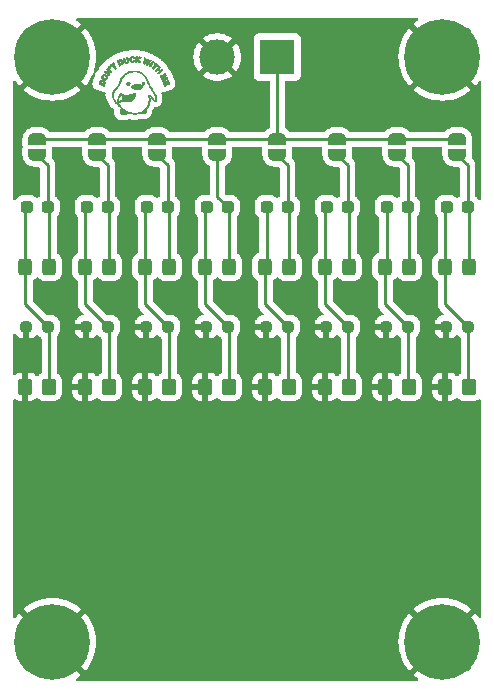
<source format=gtl>
%TF.GenerationSoftware,KiCad,Pcbnew,(6.0.7)*%
%TF.CreationDate,2022-09-23T10:31:46+02:00*%
%TF.ProjectId,GL019_LED_test,474c3031-395f-44c4-9544-5f746573742e,rev?*%
%TF.SameCoordinates,PX7df6180PY2cd02b0*%
%TF.FileFunction,Copper,L1,Top*%
%TF.FilePolarity,Positive*%
%FSLAX46Y46*%
G04 Gerber Fmt 4.6, Leading zero omitted, Abs format (unit mm)*
G04 Created by KiCad (PCBNEW (6.0.7)) date 2022-09-23 10:31:46*
%MOMM*%
%LPD*%
G01*
G04 APERTURE LIST*
G04 Aperture macros list*
%AMRoundRect*
0 Rectangle with rounded corners*
0 $1 Rounding radius*
0 $2 $3 $4 $5 $6 $7 $8 $9 X,Y pos of 4 corners*
0 Add a 4 corners polygon primitive as box body*
4,1,4,$2,$3,$4,$5,$6,$7,$8,$9,$2,$3,0*
0 Add four circle primitives for the rounded corners*
1,1,$1+$1,$2,$3*
1,1,$1+$1,$4,$5*
1,1,$1+$1,$6,$7*
1,1,$1+$1,$8,$9*
0 Add four rect primitives between the rounded corners*
20,1,$1+$1,$2,$3,$4,$5,0*
20,1,$1+$1,$4,$5,$6,$7,0*
20,1,$1+$1,$6,$7,$8,$9,0*
20,1,$1+$1,$8,$9,$2,$3,0*%
%AMFreePoly0*
4,1,22,0.500000,-0.750000,0.000000,-0.750000,0.000000,-0.745033,-0.079941,-0.743568,-0.215256,-0.701293,-0.333266,-0.622738,-0.424486,-0.514219,-0.481581,-0.384460,-0.499164,-0.250000,-0.500000,-0.250000,-0.500000,0.250000,-0.499164,0.250000,-0.499963,0.256109,-0.478152,0.396186,-0.417904,0.524511,-0.324060,0.630769,-0.204165,0.706417,-0.067858,0.745374,0.000000,0.744959,0.000000,0.750000,
0.500000,0.750000,0.500000,-0.750000,0.500000,-0.750000,$1*%
%AMFreePoly1*
4,1,20,0.000000,0.744959,0.073905,0.744508,0.209726,0.703889,0.328688,0.626782,0.421226,0.519385,0.479903,0.390333,0.500000,0.250000,0.500000,-0.250000,0.499851,-0.262216,0.476331,-0.402017,0.414519,-0.529596,0.319384,-0.634700,0.198574,-0.708877,0.061801,-0.746166,0.000000,-0.745033,0.000000,-0.750000,-0.500000,-0.750000,-0.500000,0.750000,0.000000,0.750000,0.000000,0.744959,
0.000000,0.744959,$1*%
G04 Aperture macros list end*
%TA.AperFunction,EtchedComponent*%
%ADD10C,0.010000*%
%TD*%
%TA.AperFunction,SMDPad,CuDef*%
%ADD11RoundRect,0.237500X-0.287500X-0.237500X0.287500X-0.237500X0.287500X0.237500X-0.287500X0.237500X0*%
%TD*%
%TA.AperFunction,ComponentPad*%
%ADD12C,0.800000*%
%TD*%
%TA.AperFunction,ComponentPad*%
%ADD13C,6.400000*%
%TD*%
%TA.AperFunction,SMDPad,CuDef*%
%ADD14RoundRect,0.237500X-0.250000X-0.237500X0.250000X-0.237500X0.250000X0.237500X-0.250000X0.237500X0*%
%TD*%
%TA.AperFunction,SMDPad,CuDef*%
%ADD15FreePoly0,270.000000*%
%TD*%
%TA.AperFunction,SMDPad,CuDef*%
%ADD16FreePoly1,270.000000*%
%TD*%
%TA.AperFunction,ComponentPad*%
%ADD17R,3.000000X3.000000*%
%TD*%
%TA.AperFunction,ComponentPad*%
%ADD18C,3.000000*%
%TD*%
%TA.AperFunction,SMDPad,CuDef*%
%ADD19RoundRect,0.250000X-0.350000X-0.450000X0.350000X-0.450000X0.350000X0.450000X-0.350000X0.450000X0*%
%TD*%
%TA.AperFunction,SMDPad,CuDef*%
%ADD20RoundRect,0.250000X-0.325000X-0.450000X0.325000X-0.450000X0.325000X0.450000X-0.325000X0.450000X0*%
%TD*%
%TA.AperFunction,Conductor*%
%ADD21C,0.250000*%
%TD*%
G04 APERTURE END LIST*
%TO.C,Ref\u002A\u002A*%
G36*
X11164386Y-6109733D02*
G01*
X11265102Y-6135094D01*
X11306292Y-6154994D01*
X11380190Y-6220019D01*
X11422527Y-6299939D01*
X11430000Y-6350996D01*
X11429147Y-6377302D01*
X11420974Y-6388113D01*
X11397058Y-6382418D01*
X11348977Y-6359206D01*
X11303879Y-6335854D01*
X11181333Y-6290883D01*
X11039602Y-6268557D01*
X10891150Y-6268422D01*
X10748441Y-6290023D01*
X10623940Y-6332903D01*
X10571786Y-6362605D01*
X10523489Y-6392382D01*
X10497853Y-6397634D01*
X10484952Y-6381222D01*
X10484527Y-6330601D01*
X10508438Y-6269194D01*
X10548783Y-6213657D01*
X10574765Y-6191876D01*
X10665131Y-6149555D01*
X10780985Y-6119590D01*
X10910618Y-6102571D01*
X11042321Y-6099088D01*
X11164386Y-6109733D01*
G37*
D10*
X11164386Y-6109733D02*
X11265102Y-6135094D01*
X11306292Y-6154994D01*
X11380190Y-6220019D01*
X11422527Y-6299939D01*
X11430000Y-6350996D01*
X11429147Y-6377302D01*
X11420974Y-6388113D01*
X11397058Y-6382418D01*
X11348977Y-6359206D01*
X11303879Y-6335854D01*
X11181333Y-6290883D01*
X11039602Y-6268557D01*
X10891150Y-6268422D01*
X10748441Y-6290023D01*
X10623940Y-6332903D01*
X10571786Y-6362605D01*
X10523489Y-6392382D01*
X10497853Y-6397634D01*
X10484952Y-6381222D01*
X10484527Y-6330601D01*
X10508438Y-6269194D01*
X10548783Y-6213657D01*
X10574765Y-6191876D01*
X10665131Y-6149555D01*
X10780985Y-6119590D01*
X10910618Y-6102571D01*
X11042321Y-6099088D01*
X11164386Y-6109733D01*
G36*
X12882592Y-4629532D02*
G01*
X12902658Y-4651375D01*
X12916007Y-4679432D01*
X12906099Y-4708766D01*
X12868474Y-4752378D01*
X12867787Y-4753092D01*
X12805508Y-4817768D01*
X12865271Y-4875025D01*
X12925034Y-4932281D01*
X12974957Y-4879141D01*
X13027487Y-4835567D01*
X13068342Y-4831258D01*
X13100856Y-4865896D01*
X13101491Y-4867070D01*
X13108719Y-4892927D01*
X13097975Y-4921840D01*
X13064145Y-4962155D01*
X13012277Y-5012697D01*
X12945380Y-5074581D01*
X12880368Y-5133049D01*
X12835121Y-5172211D01*
X12792162Y-5206186D01*
X12766923Y-5214772D01*
X12744667Y-5199757D01*
X12730878Y-5184870D01*
X12709141Y-5157081D01*
X12708617Y-5133796D01*
X12732710Y-5101677D01*
X12759206Y-5073847D01*
X12825814Y-5005125D01*
X12777456Y-4944478D01*
X12729098Y-4883830D01*
X12650224Y-4953082D01*
X12602606Y-4993173D01*
X12574879Y-5007746D01*
X12555690Y-4999851D01*
X12541098Y-4982376D01*
X12517180Y-4945775D01*
X12510173Y-4928309D01*
X12524630Y-4907864D01*
X12563405Y-4867443D01*
X12618458Y-4814368D01*
X12681746Y-4755956D01*
X12745231Y-4699527D01*
X12800869Y-4652402D01*
X12840622Y-4621900D01*
X12855092Y-4614334D01*
X12882592Y-4629532D01*
G37*
X12882592Y-4629532D02*
X12902658Y-4651375D01*
X12916007Y-4679432D01*
X12906099Y-4708766D01*
X12868474Y-4752378D01*
X12867787Y-4753092D01*
X12805508Y-4817768D01*
X12865271Y-4875025D01*
X12925034Y-4932281D01*
X12974957Y-4879141D01*
X13027487Y-4835567D01*
X13068342Y-4831258D01*
X13100856Y-4865896D01*
X13101491Y-4867070D01*
X13108719Y-4892927D01*
X13097975Y-4921840D01*
X13064145Y-4962155D01*
X13012277Y-5012697D01*
X12945380Y-5074581D01*
X12880368Y-5133049D01*
X12835121Y-5172211D01*
X12792162Y-5206186D01*
X12766923Y-5214772D01*
X12744667Y-5199757D01*
X12730878Y-5184870D01*
X12709141Y-5157081D01*
X12708617Y-5133796D01*
X12732710Y-5101677D01*
X12759206Y-5073847D01*
X12825814Y-5005125D01*
X12777456Y-4944478D01*
X12729098Y-4883830D01*
X12650224Y-4953082D01*
X12602606Y-4993173D01*
X12574879Y-5007746D01*
X12555690Y-4999851D01*
X12541098Y-4982376D01*
X12517180Y-4945775D01*
X12510173Y-4928309D01*
X12524630Y-4907864D01*
X12563405Y-4867443D01*
X12618458Y-4814368D01*
X12681746Y-4755956D01*
X12745231Y-4699527D01*
X12800869Y-4652402D01*
X12840622Y-4621900D01*
X12855092Y-4614334D01*
X12882592Y-4629532D01*
G36*
X9271000Y-4117094D02*
G01*
X9289589Y-4093687D01*
X9337298Y-4065531D01*
X9402041Y-4037579D01*
X9471734Y-4014785D01*
X9534289Y-4002104D01*
X9554281Y-4000971D01*
X9632182Y-4020747D01*
X9698323Y-4072008D01*
X9747440Y-4144406D01*
X9774268Y-4227592D01*
X9773544Y-4311218D01*
X9745724Y-4377256D01*
X9709659Y-4411507D01*
X9648979Y-4453252D01*
X9586526Y-4488330D01*
X9460606Y-4551894D01*
X9365803Y-4347636D01*
X9326694Y-4261018D01*
X9295431Y-4187296D01*
X9283862Y-4156873D01*
X9437168Y-4156873D01*
X9441063Y-4195157D01*
X9466126Y-4258874D01*
X9475847Y-4280579D01*
X9508859Y-4348045D01*
X9535379Y-4379934D01*
X9564125Y-4380173D01*
X9603818Y-4352690D01*
X9614959Y-4343250D01*
X9647441Y-4290911D01*
X9643953Y-4227779D01*
X9605368Y-4163902D01*
X9598731Y-4156974D01*
X9549078Y-4119835D01*
X9503059Y-4116637D01*
X9498189Y-4117981D01*
X9455768Y-4134366D01*
X9437168Y-4156873D01*
X9283862Y-4156873D01*
X9275804Y-4135687D01*
X9271000Y-4117094D01*
G37*
X9271000Y-4117094D02*
X9289589Y-4093687D01*
X9337298Y-4065531D01*
X9402041Y-4037579D01*
X9471734Y-4014785D01*
X9534289Y-4002104D01*
X9554281Y-4000971D01*
X9632182Y-4020747D01*
X9698323Y-4072008D01*
X9747440Y-4144406D01*
X9774268Y-4227592D01*
X9773544Y-4311218D01*
X9745724Y-4377256D01*
X9709659Y-4411507D01*
X9648979Y-4453252D01*
X9586526Y-4488330D01*
X9460606Y-4551894D01*
X9365803Y-4347636D01*
X9326694Y-4261018D01*
X9295431Y-4187296D01*
X9283862Y-4156873D01*
X9437168Y-4156873D01*
X9441063Y-4195157D01*
X9466126Y-4258874D01*
X9475847Y-4280579D01*
X9508859Y-4348045D01*
X9535379Y-4379934D01*
X9564125Y-4380173D01*
X9603818Y-4352690D01*
X9614959Y-4343250D01*
X9647441Y-4290911D01*
X9643953Y-4227779D01*
X9605368Y-4163902D01*
X9598731Y-4156974D01*
X9549078Y-4119835D01*
X9503059Y-4116637D01*
X9498189Y-4117981D01*
X9455768Y-4134366D01*
X9437168Y-4156873D01*
X9283862Y-4156873D01*
X9275804Y-4135687D01*
X9271000Y-4117094D01*
G36*
X12301073Y-4181811D02*
G01*
X12324402Y-4196292D01*
X12338000Y-4211605D01*
X12339416Y-4233694D01*
X12325972Y-4269836D01*
X12294992Y-4327305D01*
X12245640Y-4410332D01*
X12187391Y-4506094D01*
X12146148Y-4570286D01*
X12117015Y-4607566D01*
X12095096Y-4622591D01*
X12075494Y-4620019D01*
X12053313Y-4604507D01*
X12046973Y-4599303D01*
X12001002Y-4561417D01*
X12118819Y-4365625D01*
X12169185Y-4285784D01*
X12214063Y-4221647D01*
X12247895Y-4180752D01*
X12263189Y-4169834D01*
X12301073Y-4181811D01*
G37*
X12301073Y-4181811D02*
X12324402Y-4196292D01*
X12338000Y-4211605D01*
X12339416Y-4233694D01*
X12325972Y-4269836D01*
X12294992Y-4327305D01*
X12245640Y-4410332D01*
X12187391Y-4506094D01*
X12146148Y-4570286D01*
X12117015Y-4607566D01*
X12095096Y-4622591D01*
X12075494Y-4620019D01*
X12053313Y-4604507D01*
X12046973Y-4599303D01*
X12001002Y-4561417D01*
X12118819Y-4365625D01*
X12169185Y-4285784D01*
X12214063Y-4221647D01*
X12247895Y-4180752D01*
X12263189Y-4169834D01*
X12301073Y-4181811D01*
G36*
X10967784Y-3749051D02*
G01*
X10983681Y-3764653D01*
X10983022Y-3805228D01*
X10979579Y-3832202D01*
X10974757Y-3878689D01*
X10979833Y-3899581D01*
X11000380Y-3894041D01*
X11041969Y-3861234D01*
X11093869Y-3815031D01*
X11140554Y-3781553D01*
X11186442Y-3776355D01*
X11219193Y-3783134D01*
X11289066Y-3801240D01*
X11190920Y-3881663D01*
X11092775Y-3962085D01*
X11166137Y-4107764D01*
X11200998Y-4178331D01*
X11226883Y-4233290D01*
X11239107Y-4262624D01*
X11239500Y-4264555D01*
X11222495Y-4275627D01*
X11183137Y-4274711D01*
X11138908Y-4264140D01*
X11108042Y-4247018D01*
X11081938Y-4210584D01*
X11050544Y-4153259D01*
X11039544Y-4130000D01*
X11006030Y-4070530D01*
X10978762Y-4052832D01*
X10958867Y-4076723D01*
X10947470Y-4142019D01*
X10947241Y-4145020D01*
X10940519Y-4200924D01*
X10925267Y-4226351D01*
X10892253Y-4233153D01*
X10878450Y-4233334D01*
X10849434Y-4232302D01*
X10830228Y-4224830D01*
X10819969Y-4204355D01*
X10817793Y-4164311D01*
X10822838Y-4098135D01*
X10834242Y-3999262D01*
X10840727Y-3946347D01*
X10865286Y-3746500D01*
X10928180Y-3746500D01*
X10967784Y-3749051D01*
G37*
X10967784Y-3749051D02*
X10983681Y-3764653D01*
X10983022Y-3805228D01*
X10979579Y-3832202D01*
X10974757Y-3878689D01*
X10979833Y-3899581D01*
X11000380Y-3894041D01*
X11041969Y-3861234D01*
X11093869Y-3815031D01*
X11140554Y-3781553D01*
X11186442Y-3776355D01*
X11219193Y-3783134D01*
X11289066Y-3801240D01*
X11190920Y-3881663D01*
X11092775Y-3962085D01*
X11166137Y-4107764D01*
X11200998Y-4178331D01*
X11226883Y-4233290D01*
X11239107Y-4262624D01*
X11239500Y-4264555D01*
X11222495Y-4275627D01*
X11183137Y-4274711D01*
X11138908Y-4264140D01*
X11108042Y-4247018D01*
X11081938Y-4210584D01*
X11050544Y-4153259D01*
X11039544Y-4130000D01*
X11006030Y-4070530D01*
X10978762Y-4052832D01*
X10958867Y-4076723D01*
X10947470Y-4142019D01*
X10947241Y-4145020D01*
X10940519Y-4200924D01*
X10925267Y-4226351D01*
X10892253Y-4233153D01*
X10878450Y-4233334D01*
X10849434Y-4232302D01*
X10830228Y-4224830D01*
X10819969Y-4204355D01*
X10817793Y-4164311D01*
X10822838Y-4098135D01*
X10834242Y-3999262D01*
X10840727Y-3946347D01*
X10865286Y-3746500D01*
X10928180Y-3746500D01*
X10967784Y-3749051D01*
G36*
X10157274Y-3797732D02*
G01*
X10172478Y-3824923D01*
X10190168Y-3882284D01*
X10207990Y-3957931D01*
X10223591Y-4039979D01*
X10234618Y-4116543D01*
X10238717Y-4175736D01*
X10236683Y-4198763D01*
X10203696Y-4252026D01*
X10142339Y-4294514D01*
X10066252Y-4320665D01*
X9989078Y-4324915D01*
X9950254Y-4315572D01*
X9900196Y-4286343D01*
X9873381Y-4260316D01*
X9858182Y-4226791D01*
X9838985Y-4167403D01*
X9818640Y-4093675D01*
X9799996Y-4017128D01*
X9785905Y-3949282D01*
X9779214Y-3901661D01*
X9780817Y-3886100D01*
X9806260Y-3876874D01*
X9840600Y-3870278D01*
X9866489Y-3869735D01*
X9885499Y-3882224D01*
X9902229Y-3915560D01*
X9921275Y-3977562D01*
X9935850Y-4032250D01*
X9958807Y-4115960D01*
X9977249Y-4167006D01*
X9996181Y-4193973D01*
X10020603Y-4205448D01*
X10038412Y-4208293D01*
X10080810Y-4206482D01*
X10104541Y-4185474D01*
X10110604Y-4139871D01*
X10099999Y-4064274D01*
X10080636Y-3980362D01*
X10038649Y-3813172D01*
X10089715Y-3800355D01*
X10135025Y-3794194D01*
X10157274Y-3797732D01*
G37*
X10157274Y-3797732D02*
X10172478Y-3824923D01*
X10190168Y-3882284D01*
X10207990Y-3957931D01*
X10223591Y-4039979D01*
X10234618Y-4116543D01*
X10238717Y-4175736D01*
X10236683Y-4198763D01*
X10203696Y-4252026D01*
X10142339Y-4294514D01*
X10066252Y-4320665D01*
X9989078Y-4324915D01*
X9950254Y-4315572D01*
X9900196Y-4286343D01*
X9873381Y-4260316D01*
X9858182Y-4226791D01*
X9838985Y-4167403D01*
X9818640Y-4093675D01*
X9799996Y-4017128D01*
X9785905Y-3949282D01*
X9779214Y-3901661D01*
X9780817Y-3886100D01*
X9806260Y-3876874D01*
X9840600Y-3870278D01*
X9866489Y-3869735D01*
X9885499Y-3882224D01*
X9902229Y-3915560D01*
X9921275Y-3977562D01*
X9935850Y-4032250D01*
X9958807Y-4115960D01*
X9977249Y-4167006D01*
X9996181Y-4193973D01*
X10020603Y-4205448D01*
X10038412Y-4208293D01*
X10080810Y-4206482D01*
X10104541Y-4185474D01*
X10110604Y-4139871D01*
X10099999Y-4064274D01*
X10080636Y-3980362D01*
X10038649Y-3813172D01*
X10089715Y-3800355D01*
X10135025Y-3794194D01*
X10157274Y-3797732D01*
G36*
X9020279Y-4290251D02*
G01*
X9040244Y-4309920D01*
X9054934Y-4337104D01*
X9042081Y-4363014D01*
X9012092Y-4389295D01*
X8955512Y-4434417D01*
X9186068Y-4739119D01*
X9139158Y-4771976D01*
X9100740Y-4796103D01*
X9081082Y-4804217D01*
X9064187Y-4788040D01*
X9029757Y-4745850D01*
X8984707Y-4686192D01*
X8976785Y-4675334D01*
X8917394Y-4597507D01*
X8873429Y-4552241D01*
X8838505Y-4535816D01*
X8806238Y-4544512D01*
X8783042Y-4562435D01*
X8750676Y-4587691D01*
X8729567Y-4582704D01*
X8710420Y-4559710D01*
X8686836Y-4524412D01*
X8680172Y-4508500D01*
X8696342Y-4490428D01*
X8737825Y-4455431D01*
X8795093Y-4410626D01*
X8858615Y-4363131D01*
X8918864Y-4320065D01*
X8966309Y-4288546D01*
X8991423Y-4275692D01*
X8991868Y-4275667D01*
X9020279Y-4290251D01*
G37*
X9020279Y-4290251D02*
X9040244Y-4309920D01*
X9054934Y-4337104D01*
X9042081Y-4363014D01*
X9012092Y-4389295D01*
X8955512Y-4434417D01*
X9186068Y-4739119D01*
X9139158Y-4771976D01*
X9100740Y-4796103D01*
X9081082Y-4804217D01*
X9064187Y-4788040D01*
X9029757Y-4745850D01*
X8984707Y-4686192D01*
X8976785Y-4675334D01*
X8917394Y-4597507D01*
X8873429Y-4552241D01*
X8838505Y-4535816D01*
X8806238Y-4544512D01*
X8783042Y-4562435D01*
X8750676Y-4587691D01*
X8729567Y-4582704D01*
X8710420Y-4559710D01*
X8686836Y-4524412D01*
X8680172Y-4508500D01*
X8696342Y-4490428D01*
X8737825Y-4455431D01*
X8795093Y-4410626D01*
X8858615Y-4363131D01*
X8918864Y-4320065D01*
X8966309Y-4288546D01*
X8991423Y-4275692D01*
X8991868Y-4275667D01*
X9020279Y-4290251D01*
G36*
X12467257Y-4287850D02*
G01*
X12514349Y-4320467D01*
X12577900Y-4367617D01*
X12611190Y-4393204D01*
X12682699Y-4450039D01*
X12725206Y-4488582D01*
X12743941Y-4515448D01*
X12744133Y-4537251D01*
X12736722Y-4551954D01*
X12710842Y-4585738D01*
X12685090Y-4587843D01*
X12645837Y-4562090D01*
X12608891Y-4537786D01*
X12590807Y-4530340D01*
X12572215Y-4545532D01*
X12534935Y-4586558D01*
X12485948Y-4645585D01*
X12468742Y-4667250D01*
X12416974Y-4730602D01*
X12374023Y-4778546D01*
X12347115Y-4803170D01*
X12343090Y-4804834D01*
X12316659Y-4790765D01*
X12291868Y-4767603D01*
X12277570Y-4747139D01*
X12276797Y-4724224D01*
X12293090Y-4690671D01*
X12329991Y-4638297D01*
X12371002Y-4584734D01*
X12483829Y-4439095D01*
X12428561Y-4391555D01*
X12393209Y-4356190D01*
X12388406Y-4330540D01*
X12401655Y-4309841D01*
X12431032Y-4282025D01*
X12444968Y-4275667D01*
X12467257Y-4287850D01*
G37*
X12467257Y-4287850D02*
X12514349Y-4320467D01*
X12577900Y-4367617D01*
X12611190Y-4393204D01*
X12682699Y-4450039D01*
X12725206Y-4488582D01*
X12743941Y-4515448D01*
X12744133Y-4537251D01*
X12736722Y-4551954D01*
X12710842Y-4585738D01*
X12685090Y-4587843D01*
X12645837Y-4562090D01*
X12608891Y-4537786D01*
X12590807Y-4530340D01*
X12572215Y-4545532D01*
X12534935Y-4586558D01*
X12485948Y-4645585D01*
X12468742Y-4667250D01*
X12416974Y-4730602D01*
X12374023Y-4778546D01*
X12347115Y-4803170D01*
X12343090Y-4804834D01*
X12316659Y-4790765D01*
X12291868Y-4767603D01*
X12277570Y-4747139D01*
X12276797Y-4724224D01*
X12293090Y-4690671D01*
X12329991Y-4638297D01*
X12371002Y-4584734D01*
X12483829Y-4439095D01*
X12428561Y-4391555D01*
X12393209Y-4356190D01*
X12388406Y-4330540D01*
X12401655Y-4309841D01*
X12431032Y-4282025D01*
X12444968Y-4275667D01*
X12467257Y-4287850D01*
G36*
X13609481Y-5797199D02*
G01*
X13633030Y-5845519D01*
X13658286Y-5911793D01*
X13681428Y-5984353D01*
X13698633Y-6051532D01*
X13706080Y-6101664D01*
X13703446Y-6120356D01*
X13675396Y-6135494D01*
X13651891Y-6138334D01*
X13622027Y-6125870D01*
X13597397Y-6083470D01*
X13582158Y-6037792D01*
X13553412Y-5965882D01*
X13520922Y-5931654D01*
X13514943Y-5929814D01*
X13490636Y-5930388D01*
X13485591Y-5952745D01*
X13493055Y-5993314D01*
X13508644Y-6073995D01*
X13509756Y-6122605D01*
X13495336Y-6147224D01*
X13471914Y-6155075D01*
X13442860Y-6151090D01*
X13421948Y-6122914D01*
X13403203Y-6065117D01*
X13383594Y-6002172D01*
X13364286Y-5974584D01*
X13338177Y-5976031D01*
X13316600Y-5988009D01*
X13301669Y-6005357D01*
X13301443Y-6036726D01*
X13316559Y-6093055D01*
X13324048Y-6116056D01*
X13345284Y-6181922D01*
X13351719Y-6218611D01*
X13341323Y-6237311D01*
X13312065Y-6249207D01*
X13299166Y-6253164D01*
X13274373Y-6256914D01*
X13255617Y-6244956D01*
X13237818Y-6209665D01*
X13215899Y-6143414D01*
X13207507Y-6115510D01*
X13184101Y-6037934D01*
X13164430Y-5974565D01*
X13152381Y-5937900D01*
X13151670Y-5935988D01*
X13162021Y-5917385D01*
X13207330Y-5893462D01*
X13290173Y-5863027D01*
X13351508Y-5843438D01*
X13442128Y-5816312D01*
X13519339Y-5794746D01*
X13573148Y-5781445D01*
X13591461Y-5778500D01*
X13609481Y-5797199D01*
G37*
X13609481Y-5797199D02*
X13633030Y-5845519D01*
X13658286Y-5911793D01*
X13681428Y-5984353D01*
X13698633Y-6051532D01*
X13706080Y-6101664D01*
X13703446Y-6120356D01*
X13675396Y-6135494D01*
X13651891Y-6138334D01*
X13622027Y-6125870D01*
X13597397Y-6083470D01*
X13582158Y-6037792D01*
X13553412Y-5965882D01*
X13520922Y-5931654D01*
X13514943Y-5929814D01*
X13490636Y-5930388D01*
X13485591Y-5952745D01*
X13493055Y-5993314D01*
X13508644Y-6073995D01*
X13509756Y-6122605D01*
X13495336Y-6147224D01*
X13471914Y-6155075D01*
X13442860Y-6151090D01*
X13421948Y-6122914D01*
X13403203Y-6065117D01*
X13383594Y-6002172D01*
X13364286Y-5974584D01*
X13338177Y-5976031D01*
X13316600Y-5988009D01*
X13301669Y-6005357D01*
X13301443Y-6036726D01*
X13316559Y-6093055D01*
X13324048Y-6116056D01*
X13345284Y-6181922D01*
X13351719Y-6218611D01*
X13341323Y-6237311D01*
X13312065Y-6249207D01*
X13299166Y-6253164D01*
X13274373Y-6256914D01*
X13255617Y-6244956D01*
X13237818Y-6209665D01*
X13215899Y-6143414D01*
X13207507Y-6115510D01*
X13184101Y-6037934D01*
X13164430Y-5974565D01*
X13152381Y-5937900D01*
X13151670Y-5935988D01*
X13162021Y-5917385D01*
X13207330Y-5893462D01*
X13290173Y-5863027D01*
X13351508Y-5843438D01*
X13442128Y-5816312D01*
X13519339Y-5794746D01*
X13573148Y-5781445D01*
X13591461Y-5778500D01*
X13609481Y-5797199D01*
G36*
X10642612Y-3766036D02*
G01*
X10707383Y-3820679D01*
X10738265Y-3878792D01*
X10739468Y-3905577D01*
X10710819Y-3915245D01*
X10691094Y-3915834D01*
X10637576Y-3905278D01*
X10604500Y-3884084D01*
X10558118Y-3856920D01*
X10500808Y-3856470D01*
X10460567Y-3877734D01*
X10442567Y-3918158D01*
X10435466Y-3980451D01*
X10440482Y-4045269D01*
X10448240Y-4073440D01*
X10479876Y-4113783D01*
X10526881Y-4133368D01*
X10575782Y-4132167D01*
X10613103Y-4110149D01*
X10625667Y-4073839D01*
X10644694Y-4049409D01*
X10689167Y-4042834D01*
X10735645Y-4055402D01*
X10752856Y-4087456D01*
X10743316Y-4130520D01*
X10709540Y-4176117D01*
X10654046Y-4215771D01*
X10635226Y-4224542D01*
X10570478Y-4247648D01*
X10520667Y-4250398D01*
X10463583Y-4232737D01*
X10443174Y-4224085D01*
X10364575Y-4170546D01*
X10319997Y-4092424D01*
X10308167Y-4005323D01*
X10323115Y-3895293D01*
X10367796Y-3815345D01*
X10441962Y-3765734D01*
X10545366Y-3746715D01*
X10559473Y-3746500D01*
X10642612Y-3766036D01*
G37*
X10642612Y-3766036D02*
X10707383Y-3820679D01*
X10738265Y-3878792D01*
X10739468Y-3905577D01*
X10710819Y-3915245D01*
X10691094Y-3915834D01*
X10637576Y-3905278D01*
X10604500Y-3884084D01*
X10558118Y-3856920D01*
X10500808Y-3856470D01*
X10460567Y-3877734D01*
X10442567Y-3918158D01*
X10435466Y-3980451D01*
X10440482Y-4045269D01*
X10448240Y-4073440D01*
X10479876Y-4113783D01*
X10526881Y-4133368D01*
X10575782Y-4132167D01*
X10613103Y-4110149D01*
X10625667Y-4073839D01*
X10644694Y-4049409D01*
X10689167Y-4042834D01*
X10735645Y-4055402D01*
X10752856Y-4087456D01*
X10743316Y-4130520D01*
X10709540Y-4176117D01*
X10654046Y-4215771D01*
X10635226Y-4224542D01*
X10570478Y-4247648D01*
X10520667Y-4250398D01*
X10463583Y-4232737D01*
X10443174Y-4224085D01*
X10364575Y-4170546D01*
X10319997Y-4092424D01*
X10308167Y-4005323D01*
X10323115Y-3895293D01*
X10367796Y-3815345D01*
X10441962Y-3765734D01*
X10545366Y-3746715D01*
X10559473Y-3746500D01*
X10642612Y-3766036D01*
G36*
X8833057Y-6952797D02*
G01*
X8857695Y-6874583D01*
X8907091Y-6774781D01*
X8975955Y-6661623D01*
X9058999Y-6543340D01*
X9150933Y-6428165D01*
X9218393Y-6353116D01*
X9293628Y-6272771D01*
X9345963Y-6211557D01*
X9382234Y-6158472D01*
X9409279Y-6102516D01*
X9433933Y-6032687D01*
X9450303Y-5979944D01*
X9510324Y-5805384D01*
X9577534Y-5659064D01*
X9659310Y-5526892D01*
X9746215Y-5414624D01*
X9903119Y-5256823D01*
X10080364Y-5134609D01*
X10279262Y-5047466D01*
X10501126Y-4994878D01*
X10747268Y-4976326D01*
X10854557Y-4978397D01*
X10956098Y-4984343D01*
X11030514Y-4994036D01*
X11093013Y-5011164D01*
X11158803Y-5039415D01*
X11207750Y-5064047D01*
X11396177Y-5180746D01*
X11565046Y-5323350D01*
X11652119Y-5417811D01*
X11709189Y-5498172D01*
X11776383Y-5612179D01*
X11850367Y-5753341D01*
X11927808Y-5915166D01*
X12005371Y-6091164D01*
X12036938Y-6167146D01*
X12130449Y-6367996D01*
X12238677Y-6544102D01*
X12267471Y-6584023D01*
X12372506Y-6730035D01*
X12452426Y-6852224D01*
X12511103Y-6957618D01*
X12552411Y-7053244D01*
X12580225Y-7146128D01*
X12582336Y-7155195D01*
X12609602Y-7301939D01*
X12616083Y-7413499D01*
X12601375Y-7491795D01*
X12565073Y-7538749D01*
X12506774Y-7556282D01*
X12497816Y-7556500D01*
X12449802Y-7550446D01*
X12405141Y-7527495D01*
X12351676Y-7480466D01*
X12327645Y-7455959D01*
X12260828Y-7378722D01*
X12193409Y-7288954D01*
X12158464Y-7235895D01*
X12099765Y-7150594D01*
X12051011Y-7104808D01*
X12010731Y-7097287D01*
X12000863Y-7101810D01*
X11996135Y-7126533D01*
X12007935Y-7172769D01*
X12011292Y-7181254D01*
X12047824Y-7319451D01*
X12053965Y-7476974D01*
X12031426Y-7645556D01*
X11981918Y-7816928D01*
X11907154Y-7982822D01*
X11815696Y-8125955D01*
X11782894Y-8178061D01*
X11767952Y-8231604D01*
X11765996Y-8305504D01*
X11766426Y-8317223D01*
X11756106Y-8426472D01*
X11716839Y-8505651D01*
X11651309Y-8552831D01*
X11562195Y-8566080D01*
X11452179Y-8543471D01*
X11452129Y-8543453D01*
X11380217Y-8524607D01*
X11331193Y-8527801D01*
X11317686Y-8533635D01*
X11235131Y-8564052D01*
X11120687Y-8587256D01*
X10984251Y-8602831D01*
X10835717Y-8610360D01*
X10684982Y-8609425D01*
X10541940Y-8599610D01*
X10416489Y-8580496D01*
X10384150Y-8572986D01*
X10299063Y-8552542D01*
X10243579Y-8543733D01*
X10206789Y-8545913D01*
X10177782Y-8558434D01*
X10174389Y-8560548D01*
X10097783Y-8598658D01*
X10001652Y-8631379D01*
X9898776Y-8655974D01*
X9801929Y-8669705D01*
X9723890Y-8669835D01*
X9694334Y-8663385D01*
X9617371Y-8614698D01*
X9569809Y-8536270D01*
X9552002Y-8429155D01*
X9564304Y-8294407D01*
X9566563Y-8282646D01*
X9593155Y-8148866D01*
X9521652Y-8069642D01*
X9470559Y-8008691D01*
X9410829Y-7931255D01*
X9365867Y-7868959D01*
X9307299Y-7793417D01*
X9261062Y-7754400D01*
X9235840Y-7747251D01*
X9190834Y-7732143D01*
X9141165Y-7685572D01*
X9084908Y-7604956D01*
X9020136Y-7487713D01*
X8977495Y-7401049D01*
X8915992Y-7268707D01*
X8872700Y-7166730D01*
X8845448Y-7088381D01*
X8832065Y-7026919D01*
X8831320Y-7004229D01*
X8914279Y-7004229D01*
X8915956Y-7023920D01*
X8928764Y-7083801D01*
X8955290Y-7162688D01*
X8992031Y-7253625D01*
X9035480Y-7349659D01*
X9082135Y-7443834D01*
X9128490Y-7529196D01*
X9171040Y-7598790D01*
X9206281Y-7645662D01*
X9230709Y-7662856D01*
X9236514Y-7660058D01*
X9243808Y-7637402D01*
X9258585Y-7581925D01*
X9278680Y-7502025D01*
X9292252Y-7446049D01*
X9372196Y-7446049D01*
X9378445Y-7504366D01*
X9410782Y-7531759D01*
X9472225Y-7530693D01*
X9565789Y-7503630D01*
X9569964Y-7502142D01*
X9643075Y-7483753D01*
X9713365Y-7478086D01*
X9731375Y-7479644D01*
X9780441Y-7483969D01*
X9796275Y-7471247D01*
X9782680Y-7434154D01*
X9768417Y-7408334D01*
X9744670Y-7335323D01*
X9738408Y-7240582D01*
X9750313Y-7141236D01*
X9756771Y-7115704D01*
X9776876Y-7045603D01*
X9709146Y-7062622D01*
X9638679Y-7074406D01*
X9563819Y-7078962D01*
X9563315Y-7078958D01*
X9509376Y-7083349D01*
X9477797Y-7105613D01*
X9452882Y-7153347D01*
X9429483Y-7216679D01*
X9403906Y-7299199D01*
X9389017Y-7354342D01*
X9372196Y-7446049D01*
X9292252Y-7446049D01*
X9301397Y-7408334D01*
X9336994Y-7278140D01*
X9378819Y-7155766D01*
X9424112Y-7046524D01*
X9470114Y-6955730D01*
X9514064Y-6888699D01*
X9553202Y-6850745D01*
X9584769Y-6847182D01*
X9590504Y-6851622D01*
X9603665Y-6879298D01*
X9588412Y-6918595D01*
X9581063Y-6930252D01*
X9556197Y-6972109D01*
X9546167Y-6996524D01*
X9565301Y-7001171D01*
X9615270Y-7000516D01*
X9679491Y-6995259D01*
X9757352Y-6989176D01*
X9804855Y-6992555D01*
X9833190Y-7006748D01*
X9840832Y-7014740D01*
X9881023Y-7038914D01*
X9935050Y-7048471D01*
X10013793Y-7042692D01*
X10121063Y-7026960D01*
X10244877Y-7003607D01*
X10373251Y-6974962D01*
X10494200Y-6943358D01*
X10530444Y-6932676D01*
X10642761Y-6900311D01*
X10721321Y-6884218D01*
X10772032Y-6885873D01*
X10800800Y-6906754D01*
X10813534Y-6948337D01*
X10816167Y-7004127D01*
X10796408Y-7125171D01*
X10741109Y-7246460D01*
X10656233Y-7359902D01*
X10547745Y-7457409D01*
X10430944Y-7526672D01*
X10355438Y-7558635D01*
X10289835Y-7577121D01*
X10216842Y-7585457D01*
X10119172Y-7586969D01*
X10117667Y-7586959D01*
X10013671Y-7583425D01*
X9906806Y-7575308D01*
X9818479Y-7564284D01*
X9810750Y-7562954D01*
X9723986Y-7551427D01*
X9656505Y-7554341D01*
X9590610Y-7571457D01*
X9513194Y-7589509D01*
X9435434Y-7595920D01*
X9417186Y-7595017D01*
X9358635Y-7596269D01*
X9329148Y-7615908D01*
X9328817Y-7656861D01*
X9357733Y-7722054D01*
X9415986Y-7814413D01*
X9424390Y-7826648D01*
X9591485Y-8035553D01*
X9780077Y-8208764D01*
X9992509Y-8347900D01*
X10231124Y-8454580D01*
X10414000Y-8510559D01*
X10537959Y-8532144D01*
X10688375Y-8542657D01*
X10850859Y-8542145D01*
X11011023Y-8530656D01*
X11154476Y-8508235D01*
X11154834Y-8508159D01*
X11236499Y-8485406D01*
X11313922Y-8455444D01*
X11345334Y-8439390D01*
X11527161Y-8312617D01*
X11681504Y-8165798D01*
X11806212Y-8003376D01*
X11899136Y-7829795D01*
X11958127Y-7649499D01*
X11981037Y-7466930D01*
X11965716Y-7286533D01*
X11944014Y-7201585D01*
X11924310Y-7135847D01*
X11918249Y-7097980D01*
X11926173Y-7075664D01*
X11948059Y-7056849D01*
X12015969Y-7030102D01*
X12085560Y-7040560D01*
X12111074Y-7055664D01*
X12138314Y-7084773D01*
X12181060Y-7139730D01*
X12231899Y-7210795D01*
X12255012Y-7244791D01*
X12340326Y-7362821D01*
X12413259Y-7443592D01*
X12472885Y-7486170D01*
X12501368Y-7493000D01*
X12529361Y-7474425D01*
X12543294Y-7423739D01*
X12543888Y-7348496D01*
X12531866Y-7256252D01*
X12507952Y-7154564D01*
X12472867Y-7050987D01*
X12455062Y-7008931D01*
X12421953Y-6946547D01*
X12370328Y-6861884D01*
X12307386Y-6766291D01*
X12243590Y-6675584D01*
X12166422Y-6564547D01*
X12100256Y-6456232D01*
X12038101Y-6337921D01*
X11972962Y-6196898D01*
X11945270Y-6133070D01*
X11867715Y-5954813D01*
X11801700Y-5810427D01*
X11744000Y-5694109D01*
X11691393Y-5600055D01*
X11640654Y-5522461D01*
X11588560Y-5455523D01*
X11537829Y-5399571D01*
X11421490Y-5292345D01*
X11292902Y-5196544D01*
X11163811Y-5119989D01*
X11045968Y-5070502D01*
X11041434Y-5069131D01*
X10895399Y-5042867D01*
X10718208Y-5041828D01*
X10508510Y-5066015D01*
X10485564Y-5069844D01*
X10294732Y-5115703D01*
X10130919Y-5185792D01*
X9983141Y-5285694D01*
X9884267Y-5375441D01*
X9763716Y-5508857D01*
X9667270Y-5647090D01*
X9588999Y-5800850D01*
X9522975Y-5980851D01*
X9493325Y-6081776D01*
X9474751Y-6139257D01*
X9449911Y-6190898D01*
X9412822Y-6245469D01*
X9357501Y-6311736D01*
X9277965Y-6398469D01*
X9275221Y-6401394D01*
X9179508Y-6510093D01*
X9090661Y-6623203D01*
X9019133Y-6727114D01*
X8998613Y-6761455D01*
X8953154Y-6845107D01*
X8926519Y-6905278D01*
X8914848Y-6954232D01*
X8914279Y-7004229D01*
X8831320Y-7004229D01*
X8830380Y-6975608D01*
X8833057Y-6952797D01*
G37*
X8833057Y-6952797D02*
X8857695Y-6874583D01*
X8907091Y-6774781D01*
X8975955Y-6661623D01*
X9058999Y-6543340D01*
X9150933Y-6428165D01*
X9218393Y-6353116D01*
X9293628Y-6272771D01*
X9345963Y-6211557D01*
X9382234Y-6158472D01*
X9409279Y-6102516D01*
X9433933Y-6032687D01*
X9450303Y-5979944D01*
X9510324Y-5805384D01*
X9577534Y-5659064D01*
X9659310Y-5526892D01*
X9746215Y-5414624D01*
X9903119Y-5256823D01*
X10080364Y-5134609D01*
X10279262Y-5047466D01*
X10501126Y-4994878D01*
X10747268Y-4976326D01*
X10854557Y-4978397D01*
X10956098Y-4984343D01*
X11030514Y-4994036D01*
X11093013Y-5011164D01*
X11158803Y-5039415D01*
X11207750Y-5064047D01*
X11396177Y-5180746D01*
X11565046Y-5323350D01*
X11652119Y-5417811D01*
X11709189Y-5498172D01*
X11776383Y-5612179D01*
X11850367Y-5753341D01*
X11927808Y-5915166D01*
X12005371Y-6091164D01*
X12036938Y-6167146D01*
X12130449Y-6367996D01*
X12238677Y-6544102D01*
X12267471Y-6584023D01*
X12372506Y-6730035D01*
X12452426Y-6852224D01*
X12511103Y-6957618D01*
X12552411Y-7053244D01*
X12580225Y-7146128D01*
X12582336Y-7155195D01*
X12609602Y-7301939D01*
X12616083Y-7413499D01*
X12601375Y-7491795D01*
X12565073Y-7538749D01*
X12506774Y-7556282D01*
X12497816Y-7556500D01*
X12449802Y-7550446D01*
X12405141Y-7527495D01*
X12351676Y-7480466D01*
X12327645Y-7455959D01*
X12260828Y-7378722D01*
X12193409Y-7288954D01*
X12158464Y-7235895D01*
X12099765Y-7150594D01*
X12051011Y-7104808D01*
X12010731Y-7097287D01*
X12000863Y-7101810D01*
X11996135Y-7126533D01*
X12007935Y-7172769D01*
X12011292Y-7181254D01*
X12047824Y-7319451D01*
X12053965Y-7476974D01*
X12031426Y-7645556D01*
X11981918Y-7816928D01*
X11907154Y-7982822D01*
X11815696Y-8125955D01*
X11782894Y-8178061D01*
X11767952Y-8231604D01*
X11765996Y-8305504D01*
X11766426Y-8317223D01*
X11756106Y-8426472D01*
X11716839Y-8505651D01*
X11651309Y-8552831D01*
X11562195Y-8566080D01*
X11452179Y-8543471D01*
X11452129Y-8543453D01*
X11380217Y-8524607D01*
X11331193Y-8527801D01*
X11317686Y-8533635D01*
X11235131Y-8564052D01*
X11120687Y-8587256D01*
X10984251Y-8602831D01*
X10835717Y-8610360D01*
X10684982Y-8609425D01*
X10541940Y-8599610D01*
X10416489Y-8580496D01*
X10384150Y-8572986D01*
X10299063Y-8552542D01*
X10243579Y-8543733D01*
X10206789Y-8545913D01*
X10177782Y-8558434D01*
X10174389Y-8560548D01*
X10097783Y-8598658D01*
X10001652Y-8631379D01*
X9898776Y-8655974D01*
X9801929Y-8669705D01*
X9723890Y-8669835D01*
X9694334Y-8663385D01*
X9617371Y-8614698D01*
X9569809Y-8536270D01*
X9552002Y-8429155D01*
X9564304Y-8294407D01*
X9566563Y-8282646D01*
X9593155Y-8148866D01*
X9521652Y-8069642D01*
X9470559Y-8008691D01*
X9410829Y-7931255D01*
X9365867Y-7868959D01*
X9307299Y-7793417D01*
X9261062Y-7754400D01*
X9235840Y-7747251D01*
X9190834Y-7732143D01*
X9141165Y-7685572D01*
X9084908Y-7604956D01*
X9020136Y-7487713D01*
X8977495Y-7401049D01*
X8915992Y-7268707D01*
X8872700Y-7166730D01*
X8845448Y-7088381D01*
X8832065Y-7026919D01*
X8831320Y-7004229D01*
X8914279Y-7004229D01*
X8915956Y-7023920D01*
X8928764Y-7083801D01*
X8955290Y-7162688D01*
X8992031Y-7253625D01*
X9035480Y-7349659D01*
X9082135Y-7443834D01*
X9128490Y-7529196D01*
X9171040Y-7598790D01*
X9206281Y-7645662D01*
X9230709Y-7662856D01*
X9236514Y-7660058D01*
X9243808Y-7637402D01*
X9258585Y-7581925D01*
X9278680Y-7502025D01*
X9292252Y-7446049D01*
X9372196Y-7446049D01*
X9378445Y-7504366D01*
X9410782Y-7531759D01*
X9472225Y-7530693D01*
X9565789Y-7503630D01*
X9569964Y-7502142D01*
X9643075Y-7483753D01*
X9713365Y-7478086D01*
X9731375Y-7479644D01*
X9780441Y-7483969D01*
X9796275Y-7471247D01*
X9782680Y-7434154D01*
X9768417Y-7408334D01*
X9744670Y-7335323D01*
X9738408Y-7240582D01*
X9750313Y-7141236D01*
X9756771Y-7115704D01*
X9776876Y-7045603D01*
X9709146Y-7062622D01*
X9638679Y-7074406D01*
X9563819Y-7078962D01*
X9563315Y-7078958D01*
X9509376Y-7083349D01*
X9477797Y-7105613D01*
X9452882Y-7153347D01*
X9429483Y-7216679D01*
X9403906Y-7299199D01*
X9389017Y-7354342D01*
X9372196Y-7446049D01*
X9292252Y-7446049D01*
X9301397Y-7408334D01*
X9336994Y-7278140D01*
X9378819Y-7155766D01*
X9424112Y-7046524D01*
X9470114Y-6955730D01*
X9514064Y-6888699D01*
X9553202Y-6850745D01*
X9584769Y-6847182D01*
X9590504Y-6851622D01*
X9603665Y-6879298D01*
X9588412Y-6918595D01*
X9581063Y-6930252D01*
X9556197Y-6972109D01*
X9546167Y-6996524D01*
X9565301Y-7001171D01*
X9615270Y-7000516D01*
X9679491Y-6995259D01*
X9757352Y-6989176D01*
X9804855Y-6992555D01*
X9833190Y-7006748D01*
X9840832Y-7014740D01*
X9881023Y-7038914D01*
X9935050Y-7048471D01*
X10013793Y-7042692D01*
X10121063Y-7026960D01*
X10244877Y-7003607D01*
X10373251Y-6974962D01*
X10494200Y-6943358D01*
X10530444Y-6932676D01*
X10642761Y-6900311D01*
X10721321Y-6884218D01*
X10772032Y-6885873D01*
X10800800Y-6906754D01*
X10813534Y-6948337D01*
X10816167Y-7004127D01*
X10796408Y-7125171D01*
X10741109Y-7246460D01*
X10656233Y-7359902D01*
X10547745Y-7457409D01*
X10430944Y-7526672D01*
X10355438Y-7558635D01*
X10289835Y-7577121D01*
X10216842Y-7585457D01*
X10119172Y-7586969D01*
X10117667Y-7586959D01*
X10013671Y-7583425D01*
X9906806Y-7575308D01*
X9818479Y-7564284D01*
X9810750Y-7562954D01*
X9723986Y-7551427D01*
X9656505Y-7554341D01*
X9590610Y-7571457D01*
X9513194Y-7589509D01*
X9435434Y-7595920D01*
X9417186Y-7595017D01*
X9358635Y-7596269D01*
X9329148Y-7615908D01*
X9328817Y-7656861D01*
X9357733Y-7722054D01*
X9415986Y-7814413D01*
X9424390Y-7826648D01*
X9591485Y-8035553D01*
X9780077Y-8208764D01*
X9992509Y-8347900D01*
X10231124Y-8454580D01*
X10414000Y-8510559D01*
X10537959Y-8532144D01*
X10688375Y-8542657D01*
X10850859Y-8542145D01*
X11011023Y-8530656D01*
X11154476Y-8508235D01*
X11154834Y-8508159D01*
X11236499Y-8485406D01*
X11313922Y-8455444D01*
X11345334Y-8439390D01*
X11527161Y-8312617D01*
X11681504Y-8165798D01*
X11806212Y-8003376D01*
X11899136Y-7829795D01*
X11958127Y-7649499D01*
X11981037Y-7466930D01*
X11965716Y-7286533D01*
X11944014Y-7201585D01*
X11924310Y-7135847D01*
X11918249Y-7097980D01*
X11926173Y-7075664D01*
X11948059Y-7056849D01*
X12015969Y-7030102D01*
X12085560Y-7040560D01*
X12111074Y-7055664D01*
X12138314Y-7084773D01*
X12181060Y-7139730D01*
X12231899Y-7210795D01*
X12255012Y-7244791D01*
X12340326Y-7362821D01*
X12413259Y-7443592D01*
X12472885Y-7486170D01*
X12501368Y-7493000D01*
X12529361Y-7474425D01*
X12543294Y-7423739D01*
X12543888Y-7348496D01*
X12531866Y-7256252D01*
X12507952Y-7154564D01*
X12472867Y-7050987D01*
X12455062Y-7008931D01*
X12421953Y-6946547D01*
X12370328Y-6861884D01*
X12307386Y-6766291D01*
X12243590Y-6675584D01*
X12166422Y-6564547D01*
X12100256Y-6456232D01*
X12038101Y-6337921D01*
X11972962Y-6196898D01*
X11945270Y-6133070D01*
X11867715Y-5954813D01*
X11801700Y-5810427D01*
X11744000Y-5694109D01*
X11691393Y-5600055D01*
X11640654Y-5522461D01*
X11588560Y-5455523D01*
X11537829Y-5399571D01*
X11421490Y-5292345D01*
X11292902Y-5196544D01*
X11163811Y-5119989D01*
X11045968Y-5070502D01*
X11041434Y-5069131D01*
X10895399Y-5042867D01*
X10718208Y-5041828D01*
X10508510Y-5066015D01*
X10485564Y-5069844D01*
X10294732Y-5115703D01*
X10130919Y-5185792D01*
X9983141Y-5285694D01*
X9884267Y-5375441D01*
X9763716Y-5508857D01*
X9667270Y-5647090D01*
X9588999Y-5800850D01*
X9522975Y-5980851D01*
X9493325Y-6081776D01*
X9474751Y-6139257D01*
X9449911Y-6190898D01*
X9412822Y-6245469D01*
X9357501Y-6311736D01*
X9277965Y-6398469D01*
X9275221Y-6401394D01*
X9179508Y-6510093D01*
X9090661Y-6623203D01*
X9019133Y-6727114D01*
X8998613Y-6761455D01*
X8953154Y-6845107D01*
X8926519Y-6905278D01*
X8914848Y-6954232D01*
X8914279Y-7004229D01*
X8831320Y-7004229D01*
X8830380Y-6975608D01*
X8833057Y-6952797D01*
G36*
X11135627Y-6312561D02*
G01*
X11250020Y-6350923D01*
X11309311Y-6384438D01*
X11350619Y-6415044D01*
X11362122Y-6429676D01*
X11350493Y-6456023D01*
X11304379Y-6480105D01*
X11231610Y-6500914D01*
X11140017Y-6517445D01*
X11037429Y-6528692D01*
X10931677Y-6533647D01*
X10830590Y-6531305D01*
X10741999Y-6520659D01*
X10710334Y-6513451D01*
X10613044Y-6481568D01*
X10558042Y-6449996D01*
X10545289Y-6418352D01*
X10574744Y-6386253D01*
X10646369Y-6353314D01*
X10692252Y-6338145D01*
X10843817Y-6305369D01*
X10995567Y-6296932D01*
X11135627Y-6312561D01*
G37*
X11135627Y-6312561D02*
X11250020Y-6350923D01*
X11309311Y-6384438D01*
X11350619Y-6415044D01*
X11362122Y-6429676D01*
X11350493Y-6456023D01*
X11304379Y-6480105D01*
X11231610Y-6500914D01*
X11140017Y-6517445D01*
X11037429Y-6528692D01*
X10931677Y-6533647D01*
X10830590Y-6531305D01*
X10741999Y-6520659D01*
X10710334Y-6513451D01*
X10613044Y-6481568D01*
X10558042Y-6449996D01*
X10545289Y-6418352D01*
X10574744Y-6386253D01*
X10646369Y-6353314D01*
X10692252Y-6338145D01*
X10843817Y-6305369D01*
X10995567Y-6296932D01*
X11135627Y-6312561D01*
G36*
X8034955Y-5313633D02*
G01*
X8113989Y-5263357D01*
X8195406Y-5249334D01*
X8300107Y-5266360D01*
X8382609Y-5312783D01*
X8438667Y-5381623D01*
X8464033Y-5465897D01*
X8454461Y-5558623D01*
X8424245Y-5625569D01*
X8361540Y-5692019D01*
X8279050Y-5729700D01*
X8189534Y-5735040D01*
X8117417Y-5711466D01*
X8029440Y-5644378D01*
X7976984Y-5562885D01*
X7962466Y-5472537D01*
X7970434Y-5438487D01*
X8075511Y-5438487D01*
X8076279Y-5495784D01*
X8108538Y-5546588D01*
X8161450Y-5584990D01*
X8224178Y-5605082D01*
X8285884Y-5600956D01*
X8327572Y-5575905D01*
X8358163Y-5522641D01*
X8349291Y-5468376D01*
X8303416Y-5417965D01*
X8227117Y-5377804D01*
X8157523Y-5368271D01*
X8102939Y-5393603D01*
X8075511Y-5438487D01*
X7970434Y-5438487D01*
X7980277Y-5396430D01*
X8034955Y-5313633D01*
G37*
X8034955Y-5313633D02*
X8113989Y-5263357D01*
X8195406Y-5249334D01*
X8300107Y-5266360D01*
X8382609Y-5312783D01*
X8438667Y-5381623D01*
X8464033Y-5465897D01*
X8454461Y-5558623D01*
X8424245Y-5625569D01*
X8361540Y-5692019D01*
X8279050Y-5729700D01*
X8189534Y-5735040D01*
X8117417Y-5711466D01*
X8029440Y-5644378D01*
X7976984Y-5562885D01*
X7962466Y-5472537D01*
X7970434Y-5438487D01*
X8075511Y-5438487D01*
X8076279Y-5495784D01*
X8108538Y-5546588D01*
X8161450Y-5584990D01*
X8224178Y-5605082D01*
X8285884Y-5600956D01*
X8327572Y-5575905D01*
X8358163Y-5522641D01*
X8349291Y-5468376D01*
X8303416Y-5417965D01*
X8227117Y-5377804D01*
X8157523Y-5368271D01*
X8102939Y-5393603D01*
X8075511Y-5438487D01*
X7970434Y-5438487D01*
X7980277Y-5396430D01*
X8034955Y-5313633D01*
G36*
X11514585Y-5958864D02*
G01*
X11546417Y-5977637D01*
X11589606Y-6026757D01*
X11596229Y-6085548D01*
X11565209Y-6141287D01*
X11560625Y-6145636D01*
X11504667Y-6177502D01*
X11452339Y-6167348D01*
X11422697Y-6141958D01*
X11391014Y-6082018D01*
X11398770Y-6023083D01*
X11440584Y-5977637D01*
X11482011Y-5955241D01*
X11514585Y-5958864D01*
G37*
X11514585Y-5958864D02*
X11546417Y-5977637D01*
X11589606Y-6026757D01*
X11596229Y-6085548D01*
X11565209Y-6141287D01*
X11560625Y-6145636D01*
X11504667Y-6177502D01*
X11452339Y-6167348D01*
X11422697Y-6141958D01*
X11391014Y-6082018D01*
X11398770Y-6023083D01*
X11440584Y-5977637D01*
X11482011Y-5955241D01*
X11514585Y-5958864D01*
G36*
X7848982Y-5800978D02*
G01*
X7929856Y-5763061D01*
X7985658Y-5757334D01*
X8079481Y-5772724D01*
X8163001Y-5813967D01*
X8223778Y-5873667D01*
X8242398Y-5909929D01*
X8247349Y-5955723D01*
X8241513Y-6021042D01*
X8227724Y-6094082D01*
X8208813Y-6163036D01*
X8187612Y-6216100D01*
X8166954Y-6241469D01*
X8162691Y-6242156D01*
X8133226Y-6235216D01*
X8073430Y-6218165D01*
X7993257Y-6193907D01*
X7937500Y-6176463D01*
X7851839Y-6148881D01*
X7782701Y-6125764D01*
X7739105Y-6110175D01*
X7728740Y-6105533D01*
X7729003Y-6082734D01*
X7737819Y-6031728D01*
X7747906Y-5986390D01*
X7750921Y-5978153D01*
X7870720Y-5978153D01*
X7874034Y-6004260D01*
X7900316Y-6025430D01*
X7957752Y-6047369D01*
X7979834Y-6054216D01*
X8045612Y-6071934D01*
X8094512Y-6081150D01*
X8112125Y-6080856D01*
X8122849Y-6056048D01*
X8127935Y-6006797D01*
X8128000Y-6000246D01*
X8114029Y-5935668D01*
X8070080Y-5897883D01*
X7993098Y-5884434D01*
X7983817Y-5884334D01*
X7917949Y-5898865D01*
X7880040Y-5944546D01*
X7870720Y-5978153D01*
X7750921Y-5978153D01*
X7788631Y-5875133D01*
X7848982Y-5800978D01*
G37*
X7848982Y-5800978D02*
X7929856Y-5763061D01*
X7985658Y-5757334D01*
X8079481Y-5772724D01*
X8163001Y-5813967D01*
X8223778Y-5873667D01*
X8242398Y-5909929D01*
X8247349Y-5955723D01*
X8241513Y-6021042D01*
X8227724Y-6094082D01*
X8208813Y-6163036D01*
X8187612Y-6216100D01*
X8166954Y-6241469D01*
X8162691Y-6242156D01*
X8133226Y-6235216D01*
X8073430Y-6218165D01*
X7993257Y-6193907D01*
X7937500Y-6176463D01*
X7851839Y-6148881D01*
X7782701Y-6125764D01*
X7739105Y-6110175D01*
X7728740Y-6105533D01*
X7729003Y-6082734D01*
X7737819Y-6031728D01*
X7747906Y-5986390D01*
X7750921Y-5978153D01*
X7870720Y-5978153D01*
X7874034Y-6004260D01*
X7900316Y-6025430D01*
X7957752Y-6047369D01*
X7979834Y-6054216D01*
X8045612Y-6071934D01*
X8094512Y-6081150D01*
X8112125Y-6080856D01*
X8122849Y-6056048D01*
X8127935Y-6006797D01*
X8128000Y-6000246D01*
X8114029Y-5935668D01*
X8070080Y-5897883D01*
X7993098Y-5884434D01*
X7983817Y-5884334D01*
X7917949Y-5898865D01*
X7880040Y-5944546D01*
X7870720Y-5978153D01*
X7750921Y-5978153D01*
X7788631Y-5875133D01*
X7848982Y-5800978D01*
G36*
X13013845Y-5571059D02*
G01*
X13043534Y-5531590D01*
X13084255Y-5488112D01*
X13176250Y-5393054D01*
X13062215Y-5450025D01*
X12995408Y-5480903D01*
X12955730Y-5491548D01*
X12934247Y-5483905D01*
X12930247Y-5478707D01*
X12915949Y-5446604D01*
X12921301Y-5417631D01*
X12951194Y-5386333D01*
X13010517Y-5347256D01*
X13086292Y-5304633D01*
X13184794Y-5251233D01*
X13252914Y-5216471D01*
X13297592Y-5199006D01*
X13325765Y-5197493D01*
X13344375Y-5210593D01*
X13360359Y-5236962D01*
X13367246Y-5250293D01*
X13402354Y-5318183D01*
X13292226Y-5429697D01*
X13182098Y-5541210D01*
X13306174Y-5512019D01*
X13378588Y-5496193D01*
X13437533Y-5485457D01*
X13463894Y-5482497D01*
X13494175Y-5499824D01*
X13524682Y-5541089D01*
X13544324Y-5589438D01*
X13546667Y-5608276D01*
X13529470Y-5623174D01*
X13484013Y-5652580D01*
X13419496Y-5691280D01*
X13345119Y-5734063D01*
X13270080Y-5775716D01*
X13203581Y-5811027D01*
X13154821Y-5834784D01*
X13134140Y-5842000D01*
X13118096Y-5825851D01*
X13102912Y-5801058D01*
X13086828Y-5767484D01*
X13087704Y-5744352D01*
X13111858Y-5722162D01*
X13165607Y-5691416D01*
X13181542Y-5682823D01*
X13282084Y-5628669D01*
X13197417Y-5641213D01*
X13133751Y-5651896D01*
X13083878Y-5662375D01*
X13076998Y-5664229D01*
X13038398Y-5655715D01*
X13016752Y-5628936D01*
X13013513Y-5619750D01*
X13292667Y-5619750D01*
X13303250Y-5630334D01*
X13313834Y-5619750D01*
X13303250Y-5609167D01*
X13292667Y-5619750D01*
X13013513Y-5619750D01*
X13006569Y-5600062D01*
X13013845Y-5571059D01*
G37*
X13013845Y-5571059D02*
X13043534Y-5531590D01*
X13084255Y-5488112D01*
X13176250Y-5393054D01*
X13062215Y-5450025D01*
X12995408Y-5480903D01*
X12955730Y-5491548D01*
X12934247Y-5483905D01*
X12930247Y-5478707D01*
X12915949Y-5446604D01*
X12921301Y-5417631D01*
X12951194Y-5386333D01*
X13010517Y-5347256D01*
X13086292Y-5304633D01*
X13184794Y-5251233D01*
X13252914Y-5216471D01*
X13297592Y-5199006D01*
X13325765Y-5197493D01*
X13344375Y-5210593D01*
X13360359Y-5236962D01*
X13367246Y-5250293D01*
X13402354Y-5318183D01*
X13292226Y-5429697D01*
X13182098Y-5541210D01*
X13306174Y-5512019D01*
X13378588Y-5496193D01*
X13437533Y-5485457D01*
X13463894Y-5482497D01*
X13494175Y-5499824D01*
X13524682Y-5541089D01*
X13544324Y-5589438D01*
X13546667Y-5608276D01*
X13529470Y-5623174D01*
X13484013Y-5652580D01*
X13419496Y-5691280D01*
X13345119Y-5734063D01*
X13270080Y-5775716D01*
X13203581Y-5811027D01*
X13154821Y-5834784D01*
X13134140Y-5842000D01*
X13118096Y-5825851D01*
X13102912Y-5801058D01*
X13086828Y-5767484D01*
X13087704Y-5744352D01*
X13111858Y-5722162D01*
X13165607Y-5691416D01*
X13181542Y-5682823D01*
X13282084Y-5628669D01*
X13197417Y-5641213D01*
X13133751Y-5651896D01*
X13083878Y-5662375D01*
X13076998Y-5664229D01*
X13038398Y-5655715D01*
X13016752Y-5628936D01*
X13013513Y-5619750D01*
X13292667Y-5619750D01*
X13303250Y-5630334D01*
X13313834Y-5619750D01*
X13303250Y-5609167D01*
X13292667Y-5619750D01*
X13013513Y-5619750D01*
X13006569Y-5600062D01*
X13013845Y-5571059D01*
G36*
X8617043Y-4590670D02*
G01*
X8649942Y-4617378D01*
X8677739Y-4645470D01*
X8719443Y-4692480D01*
X8733373Y-4722950D01*
X8724019Y-4747747D01*
X8721387Y-4751050D01*
X8696114Y-4776066D01*
X8672067Y-4778298D01*
X8638873Y-4754594D01*
X8597301Y-4713333D01*
X8556886Y-4669539D01*
X8543192Y-4643311D01*
X8552843Y-4622448D01*
X8568076Y-4607754D01*
X8593747Y-4588836D01*
X8617043Y-4590670D01*
G37*
X8617043Y-4590670D02*
X8649942Y-4617378D01*
X8677739Y-4645470D01*
X8719443Y-4692480D01*
X8733373Y-4722950D01*
X8724019Y-4747747D01*
X8721387Y-4751050D01*
X8696114Y-4776066D01*
X8672067Y-4778298D01*
X8638873Y-4754594D01*
X8597301Y-4713333D01*
X8556886Y-4669539D01*
X8543192Y-4643311D01*
X8552843Y-4622448D01*
X8568076Y-4607754D01*
X8593747Y-4588836D01*
X8617043Y-4590670D01*
G36*
X10298937Y-5970323D02*
G01*
X10339165Y-6014371D01*
X10350500Y-6063170D01*
X10332920Y-6120987D01*
X10287876Y-6158394D01*
X10226914Y-6171426D01*
X10161578Y-6156119D01*
X10132626Y-6137994D01*
X10086352Y-6089584D01*
X10080312Y-6044160D01*
X10113741Y-5994161D01*
X10117667Y-5990167D01*
X10176404Y-5954526D01*
X10240756Y-5949143D01*
X10298937Y-5970323D01*
G37*
X10298937Y-5970323D02*
X10339165Y-6014371D01*
X10350500Y-6063170D01*
X10332920Y-6120987D01*
X10287876Y-6158394D01*
X10226914Y-6171426D01*
X10161578Y-6156119D01*
X10132626Y-6137994D01*
X10086352Y-6089584D01*
X10080312Y-6044160D01*
X10113741Y-5994161D01*
X10117667Y-5990167D01*
X10176404Y-5954526D01*
X10240756Y-5949143D01*
X10298937Y-5970323D01*
G36*
X11622489Y-3864503D02*
G01*
X11650536Y-3880213D01*
X11671637Y-3900715D01*
X11679865Y-3929386D01*
X11676575Y-3978372D01*
X11667674Y-4033956D01*
X11657029Y-4101196D01*
X11651412Y-4149031D01*
X11651646Y-4165347D01*
X11665026Y-4152427D01*
X11694018Y-4112699D01*
X11725817Y-4064805D01*
X11777746Y-3995375D01*
X11823302Y-3963127D01*
X11868672Y-3964819D01*
X11892906Y-3977179D01*
X11908315Y-3996308D01*
X11911806Y-4033266D01*
X11903917Y-4098356D01*
X11900317Y-4119730D01*
X11889695Y-4186596D01*
X11884053Y-4233956D01*
X11884207Y-4249741D01*
X11897851Y-4236921D01*
X11927853Y-4197724D01*
X11961463Y-4149745D01*
X12008596Y-4084805D01*
X12043585Y-4052362D01*
X12075033Y-4048013D01*
X12111545Y-4067355D01*
X12116076Y-4070620D01*
X12130659Y-4085026D01*
X12133224Y-4104036D01*
X12120604Y-4134192D01*
X12089630Y-4182039D01*
X12037133Y-4254117D01*
X12008996Y-4291736D01*
X11949622Y-4368563D01*
X11898083Y-4431017D01*
X11860251Y-4472249D01*
X11842750Y-4485556D01*
X11808532Y-4476168D01*
X11782470Y-4463312D01*
X11758915Y-4441973D01*
X11751338Y-4406758D01*
X11756938Y-4344241D01*
X11757217Y-4342247D01*
X11768008Y-4273163D01*
X11778708Y-4216010D01*
X11782043Y-4201584D01*
X11776924Y-4195329D01*
X11753083Y-4218986D01*
X11715599Y-4267459D01*
X11713506Y-4270375D01*
X11657843Y-4339783D01*
X11612347Y-4374144D01*
X11570054Y-4377127D01*
X11538602Y-4362492D01*
X11526518Y-4348523D01*
X11520745Y-4320998D01*
X11521285Y-4272524D01*
X11528136Y-4195709D01*
X11538602Y-4105254D01*
X11551945Y-4009705D01*
X11566250Y-3930998D01*
X11579708Y-3877849D01*
X11589606Y-3859069D01*
X11622489Y-3864503D01*
G37*
X11622489Y-3864503D02*
X11650536Y-3880213D01*
X11671637Y-3900715D01*
X11679865Y-3929386D01*
X11676575Y-3978372D01*
X11667674Y-4033956D01*
X11657029Y-4101196D01*
X11651412Y-4149031D01*
X11651646Y-4165347D01*
X11665026Y-4152427D01*
X11694018Y-4112699D01*
X11725817Y-4064805D01*
X11777746Y-3995375D01*
X11823302Y-3963127D01*
X11868672Y-3964819D01*
X11892906Y-3977179D01*
X11908315Y-3996308D01*
X11911806Y-4033266D01*
X11903917Y-4098356D01*
X11900317Y-4119730D01*
X11889695Y-4186596D01*
X11884053Y-4233956D01*
X11884207Y-4249741D01*
X11897851Y-4236921D01*
X11927853Y-4197724D01*
X11961463Y-4149745D01*
X12008596Y-4084805D01*
X12043585Y-4052362D01*
X12075033Y-4048013D01*
X12111545Y-4067355D01*
X12116076Y-4070620D01*
X12130659Y-4085026D01*
X12133224Y-4104036D01*
X12120604Y-4134192D01*
X12089630Y-4182039D01*
X12037133Y-4254117D01*
X12008996Y-4291736D01*
X11949622Y-4368563D01*
X11898083Y-4431017D01*
X11860251Y-4472249D01*
X11842750Y-4485556D01*
X11808532Y-4476168D01*
X11782470Y-4463312D01*
X11758915Y-4441973D01*
X11751338Y-4406758D01*
X11756938Y-4344241D01*
X11757217Y-4342247D01*
X11768008Y-4273163D01*
X11778708Y-4216010D01*
X11782043Y-4201584D01*
X11776924Y-4195329D01*
X11753083Y-4218986D01*
X11715599Y-4267459D01*
X11713506Y-4270375D01*
X11657843Y-4339783D01*
X11612347Y-4374144D01*
X11570054Y-4377127D01*
X11538602Y-4362492D01*
X11526518Y-4348523D01*
X11520745Y-4320998D01*
X11521285Y-4272524D01*
X11528136Y-4195709D01*
X11538602Y-4105254D01*
X11551945Y-4009705D01*
X11566250Y-3930998D01*
X11579708Y-3877849D01*
X11589606Y-3859069D01*
X11622489Y-3864503D01*
G36*
X8475044Y-4753956D02*
G01*
X8524572Y-4787747D01*
X8589091Y-4836592D01*
X8622160Y-4863042D01*
X8692560Y-4920128D01*
X8753244Y-4968988D01*
X8794691Y-5001971D01*
X8804136Y-5009297D01*
X8823602Y-5030779D01*
X8815100Y-5055806D01*
X8794736Y-5080016D01*
X8767649Y-5104866D01*
X8735943Y-5116729D01*
X8686798Y-5117880D01*
X8616703Y-5111598D01*
X8540447Y-5102199D01*
X8478209Y-5092324D01*
X8447103Y-5085150D01*
X8445104Y-5090931D01*
X8470983Y-5117233D01*
X8519241Y-5158541D01*
X8524875Y-5163114D01*
X8580927Y-5210631D01*
X8620863Y-5248706D01*
X8636000Y-5269020D01*
X8621935Y-5294223D01*
X8598959Y-5318313D01*
X8580445Y-5330813D01*
X8558815Y-5331525D01*
X8527298Y-5316934D01*
X8479124Y-5283527D01*
X8407523Y-5227790D01*
X8375887Y-5202526D01*
X8295579Y-5137509D01*
X8243898Y-5092625D01*
X8216096Y-5061964D01*
X8207426Y-5039616D01*
X8213139Y-5019673D01*
X8220040Y-5008557D01*
X8246047Y-4981867D01*
X8284901Y-4967911D01*
X8345023Y-4965764D01*
X8434834Y-4974501D01*
X8477250Y-4980304D01*
X8583084Y-4995460D01*
X8482636Y-4909163D01*
X8427567Y-4859042D01*
X8401056Y-4825034D01*
X8397553Y-4798174D01*
X8404005Y-4782100D01*
X8431033Y-4749346D01*
X8449196Y-4741334D01*
X8475044Y-4753956D01*
G37*
X8475044Y-4753956D02*
X8524572Y-4787747D01*
X8589091Y-4836592D01*
X8622160Y-4863042D01*
X8692560Y-4920128D01*
X8753244Y-4968988D01*
X8794691Y-5001971D01*
X8804136Y-5009297D01*
X8823602Y-5030779D01*
X8815100Y-5055806D01*
X8794736Y-5080016D01*
X8767649Y-5104866D01*
X8735943Y-5116729D01*
X8686798Y-5117880D01*
X8616703Y-5111598D01*
X8540447Y-5102199D01*
X8478209Y-5092324D01*
X8447103Y-5085150D01*
X8445104Y-5090931D01*
X8470983Y-5117233D01*
X8519241Y-5158541D01*
X8524875Y-5163114D01*
X8580927Y-5210631D01*
X8620863Y-5248706D01*
X8636000Y-5269020D01*
X8621935Y-5294223D01*
X8598959Y-5318313D01*
X8580445Y-5330813D01*
X8558815Y-5331525D01*
X8527298Y-5316934D01*
X8479124Y-5283527D01*
X8407523Y-5227790D01*
X8375887Y-5202526D01*
X8295579Y-5137509D01*
X8243898Y-5092625D01*
X8216096Y-5061964D01*
X8207426Y-5039616D01*
X8213139Y-5019673D01*
X8220040Y-5008557D01*
X8246047Y-4981867D01*
X8284901Y-4967911D01*
X8345023Y-4965764D01*
X8434834Y-4974501D01*
X8477250Y-4980304D01*
X8583084Y-4995460D01*
X8482636Y-4909163D01*
X8427567Y-4859042D01*
X8401056Y-4825034D01*
X8397553Y-4798174D01*
X8404005Y-4782100D01*
X8431033Y-4749346D01*
X8449196Y-4741334D01*
X8475044Y-4753956D01*
%TD*%
D11*
%TO.P,D2,1,K*%
%TO.N,Net-(D2-Pad1)*%
X37225000Y-16510000D03*
%TO.P,D2,2,A*%
%TO.N,Net-(D2-Pad2)*%
X38975000Y-16510000D03*
%TD*%
D12*
%TO.P,H1,1,1*%
%TO.N,GND*%
X2112944Y-5507056D03*
X5507056Y-5507056D03*
X5507056Y-2112944D03*
X1410000Y-3810000D03*
X3810000Y-6210000D03*
X2112944Y-2112944D03*
D13*
X3810000Y-3810000D03*
D12*
X6210000Y-3810000D03*
X3810000Y-1410000D03*
%TD*%
D14*
%TO.P,R14,1*%
%TO.N,GND*%
X21947500Y-26670000D03*
%TO.P,R14,2*%
%TO.N,Net-(D14-Pad1)*%
X23772500Y-26670000D03*
%TD*%
D15*
%TO.P,JP14,1,A*%
%TO.N,VCC*%
X7620000Y-10780000D03*
D16*
%TO.P,JP14,2,B*%
%TO.N,Net-(D26-Pad2)*%
X7620000Y-12080000D03*
%TD*%
D17*
%TO.P,J1,1,Pin_1*%
%TO.N,VCC*%
X22860000Y-3810000D03*
D18*
%TO.P,J1,2,Pin_2*%
%TO.N,GND*%
X17780000Y-3810000D03*
%TD*%
D19*
%TO.P,R28,1*%
%TO.N,GND*%
X6620000Y-31750000D03*
%TO.P,R28,2*%
%TO.N,Net-(D26-Pad1)*%
X8620000Y-31750000D03*
%TD*%
%TO.P,R12,1*%
%TO.N,GND*%
X26940000Y-31750000D03*
%TO.P,R12,2*%
%TO.N,Net-(D10-Pad1)*%
X28940000Y-31750000D03*
%TD*%
D11*
%TO.P,D30,1,K*%
%TO.N,Net-(D30-Pad1)*%
X1665000Y-16510000D03*
%TO.P,D30,2,A*%
%TO.N,Net-(D30-Pad2)*%
X3415000Y-16510000D03*
%TD*%
%TO.P,D6,1,K*%
%TO.N,Net-(D6-Pad1)*%
X32145000Y-16510000D03*
%TO.P,D6,2,A*%
%TO.N,Net-(D6-Pad2)*%
X33895000Y-16510000D03*
%TD*%
D19*
%TO.P,R16,1*%
%TO.N,GND*%
X21860000Y-31750000D03*
%TO.P,R16,2*%
%TO.N,Net-(D14-Pad1)*%
X23860000Y-31750000D03*
%TD*%
D20*
%TO.P,D28,1,K*%
%TO.N,Net-(D26-Pad1)*%
X6595000Y-21590000D03*
%TO.P,D28,2,A*%
%TO.N,Net-(D26-Pad2)*%
X8645000Y-21590000D03*
%TD*%
D15*
%TO.P,JP8,1,A*%
%TO.N,VCC*%
X22860000Y-10780000D03*
D16*
%TO.P,JP8,2,B*%
%TO.N,Net-(D14-Pad2)*%
X22860000Y-12080000D03*
%TD*%
D15*
%TO.P,JP2,1,A*%
%TO.N,VCC*%
X38100000Y-10780000D03*
D16*
%TO.P,JP2,2,B*%
%TO.N,Net-(D2-Pad2)*%
X38100000Y-12080000D03*
%TD*%
D20*
%TO.P,D20,1,K*%
%TO.N,Net-(D18-Pad1)*%
X16755000Y-21590000D03*
%TO.P,D20,2,A*%
%TO.N,Net-(D18-Pad2)*%
X18805000Y-21590000D03*
%TD*%
D14*
%TO.P,R22,1*%
%TO.N,GND*%
X11787500Y-26670000D03*
%TO.P,R22,2*%
%TO.N,Net-(D22-Pad1)*%
X13612500Y-26670000D03*
%TD*%
D11*
%TO.P,D10,1,K*%
%TO.N,Net-(D10-Pad1)*%
X27065000Y-16510000D03*
%TO.P,D10,2,A*%
%TO.N,Net-(D10-Pad2)*%
X28815000Y-16510000D03*
%TD*%
D20*
%TO.P,D16,1,K*%
%TO.N,Net-(D14-Pad1)*%
X21835000Y-21590000D03*
%TO.P,D16,2,A*%
%TO.N,Net-(D14-Pad2)*%
X23885000Y-21590000D03*
%TD*%
D19*
%TO.P,R4,1*%
%TO.N,GND*%
X37100000Y-31750000D03*
%TO.P,R4,2*%
%TO.N,Net-(D2-Pad1)*%
X39100000Y-31750000D03*
%TD*%
D11*
%TO.P,D22,1,K*%
%TO.N,Net-(D22-Pad1)*%
X11825000Y-16510000D03*
%TO.P,D22,2,A*%
%TO.N,Net-(D22-Pad2)*%
X13575000Y-16510000D03*
%TD*%
D14*
%TO.P,R6,1*%
%TO.N,GND*%
X32107500Y-26670000D03*
%TO.P,R6,2*%
%TO.N,Net-(D6-Pad1)*%
X33932500Y-26670000D03*
%TD*%
D11*
%TO.P,D26,1,K*%
%TO.N,Net-(D26-Pad1)*%
X6745000Y-16510000D03*
%TO.P,D26,2,A*%
%TO.N,Net-(D26-Pad2)*%
X8495000Y-16510000D03*
%TD*%
%TO.P,D14,1,K*%
%TO.N,Net-(D14-Pad1)*%
X21985000Y-16510000D03*
%TO.P,D14,2,A*%
%TO.N,Net-(D14-Pad2)*%
X23735000Y-16510000D03*
%TD*%
D15*
%TO.P,JP6,1,A*%
%TO.N,VCC*%
X27940000Y-10780000D03*
D16*
%TO.P,JP6,2,B*%
%TO.N,Net-(D10-Pad2)*%
X27940000Y-12080000D03*
%TD*%
D15*
%TO.P,JP4,1,A*%
%TO.N,VCC*%
X33020000Y-10780000D03*
D16*
%TO.P,JP4,2,B*%
%TO.N,Net-(D6-Pad2)*%
X33020000Y-12080000D03*
%TD*%
D11*
%TO.P,D18,1,K*%
%TO.N,Net-(D18-Pad1)*%
X16905000Y-16510000D03*
%TO.P,D18,2,A*%
%TO.N,Net-(D18-Pad2)*%
X18655000Y-16510000D03*
%TD*%
D19*
%TO.P,R32,1*%
%TO.N,GND*%
X1540000Y-31750000D03*
%TO.P,R32,2*%
%TO.N,Net-(D30-Pad1)*%
X3540000Y-31750000D03*
%TD*%
D15*
%TO.P,JP16,1,A*%
%TO.N,VCC*%
X2540000Y-10780000D03*
D16*
%TO.P,JP16,2,B*%
%TO.N,Net-(D30-Pad2)*%
X2540000Y-12080000D03*
%TD*%
D20*
%TO.P,D24,1,K*%
%TO.N,Net-(D22-Pad1)*%
X11675000Y-21590000D03*
%TO.P,D24,2,A*%
%TO.N,Net-(D22-Pad2)*%
X13725000Y-21590000D03*
%TD*%
D19*
%TO.P,R24,1*%
%TO.N,GND*%
X11700000Y-31750000D03*
%TO.P,R24,2*%
%TO.N,Net-(D22-Pad1)*%
X13700000Y-31750000D03*
%TD*%
D14*
%TO.P,R30,1*%
%TO.N,GND*%
X1627500Y-26670000D03*
%TO.P,R30,2*%
%TO.N,Net-(D30-Pad1)*%
X3452500Y-26670000D03*
%TD*%
%TO.P,R26,1*%
%TO.N,GND*%
X6707500Y-26670000D03*
%TO.P,R26,2*%
%TO.N,Net-(D26-Pad1)*%
X8532500Y-26670000D03*
%TD*%
D15*
%TO.P,JP12,1,A*%
%TO.N,VCC*%
X12700000Y-10780000D03*
D16*
%TO.P,JP12,2,B*%
%TO.N,Net-(D22-Pad2)*%
X12700000Y-12080000D03*
%TD*%
D14*
%TO.P,R18,1*%
%TO.N,GND*%
X16867500Y-26670000D03*
%TO.P,R18,2*%
%TO.N,Net-(D18-Pad1)*%
X18692500Y-26670000D03*
%TD*%
D12*
%TO.P,H4,1,1*%
%TO.N,GND*%
X3810000Y-50940000D03*
X2112944Y-55037056D03*
D13*
X3810000Y-53340000D03*
D12*
X3810000Y-55740000D03*
X2112944Y-51642944D03*
X1410000Y-53340000D03*
X6210000Y-53340000D03*
X5507056Y-55037056D03*
X5507056Y-51642944D03*
%TD*%
D15*
%TO.P,JP10,1,A*%
%TO.N,VCC*%
X17780000Y-10780000D03*
D16*
%TO.P,JP10,2,B*%
%TO.N,Net-(D18-Pad2)*%
X17780000Y-12080000D03*
%TD*%
D14*
%TO.P,R2,1*%
%TO.N,GND*%
X37187500Y-26670000D03*
%TO.P,R2,2*%
%TO.N,Net-(D2-Pad1)*%
X39012500Y-26670000D03*
%TD*%
D19*
%TO.P,R8,1*%
%TO.N,GND*%
X32020000Y-31750000D03*
%TO.P,R8,2*%
%TO.N,Net-(D6-Pad1)*%
X34020000Y-31750000D03*
%TD*%
D12*
%TO.P,H3,1,1*%
%TO.N,GND*%
X34430000Y-53340000D03*
X36830000Y-55740000D03*
X39230000Y-53340000D03*
X36830000Y-50940000D03*
X38527056Y-55037056D03*
D13*
X36830000Y-53340000D03*
D12*
X38527056Y-51642944D03*
X35132944Y-55037056D03*
X35132944Y-51642944D03*
%TD*%
D20*
%TO.P,D4,1,K*%
%TO.N,Net-(D2-Pad1)*%
X37075000Y-21590000D03*
%TO.P,D4,2,A*%
%TO.N,Net-(D2-Pad2)*%
X39125000Y-21590000D03*
%TD*%
D19*
%TO.P,R20,1*%
%TO.N,GND*%
X16780000Y-31750000D03*
%TO.P,R20,2*%
%TO.N,Net-(D18-Pad1)*%
X18780000Y-31750000D03*
%TD*%
D14*
%TO.P,R10,1*%
%TO.N,GND*%
X27027500Y-26670000D03*
%TO.P,R10,2*%
%TO.N,Net-(D10-Pad1)*%
X28852500Y-26670000D03*
%TD*%
D12*
%TO.P,H2,1,1*%
%TO.N,GND*%
X38527056Y-5507056D03*
X36830000Y-1410000D03*
D13*
X36830000Y-3810000D03*
D12*
X38527056Y-2112944D03*
X34430000Y-3810000D03*
X36830000Y-6210000D03*
X39230000Y-3810000D03*
X35132944Y-5507056D03*
X35132944Y-2112944D03*
%TD*%
D20*
%TO.P,D32,1,K*%
%TO.N,Net-(D30-Pad1)*%
X1515000Y-21590000D03*
%TO.P,D32,2,A*%
%TO.N,Net-(D30-Pad2)*%
X3565000Y-21590000D03*
%TD*%
%TO.P,D12,1,K*%
%TO.N,Net-(D10-Pad1)*%
X26915000Y-21590000D03*
%TO.P,D12,2,A*%
%TO.N,Net-(D10-Pad2)*%
X28965000Y-21590000D03*
%TD*%
%TO.P,D8,1,K*%
%TO.N,Net-(D6-Pad1)*%
X31995000Y-21590000D03*
%TO.P,D8,2,A*%
%TO.N,Net-(D6-Pad2)*%
X34045000Y-21590000D03*
%TD*%
D21*
%TO.N,Net-(D2-Pad2)*%
X38975000Y-16510000D02*
X38975000Y-12955000D01*
X38975000Y-16510000D02*
X39125000Y-16660000D01*
X39125000Y-16660000D02*
X39125000Y-21590000D01*
X38975000Y-12955000D02*
X38100000Y-12080000D01*
%TO.N,Net-(D6-Pad2)*%
X34045000Y-16660000D02*
X34045000Y-21590000D01*
X33895000Y-12955000D02*
X33020000Y-12080000D01*
X33895000Y-16510000D02*
X33895000Y-12955000D01*
X33895000Y-16510000D02*
X34045000Y-16660000D01*
%TO.N,Net-(D10-Pad2)*%
X28815000Y-16510000D02*
X28815000Y-12955000D01*
X28965000Y-16660000D02*
X28965000Y-21590000D01*
X28815000Y-12955000D02*
X27940000Y-12080000D01*
X28815000Y-16510000D02*
X28965000Y-16660000D01*
%TO.N,Net-(D14-Pad2)*%
X23735000Y-16510000D02*
X23885000Y-16660000D01*
X23735000Y-16510000D02*
X23735000Y-12955000D01*
X23735000Y-12955000D02*
X22860000Y-12080000D01*
X23885000Y-16660000D02*
X23885000Y-21590000D01*
%TO.N,VCC*%
X22860000Y-10780000D02*
X22860000Y-3810000D01*
X2540000Y-10780000D02*
X38100000Y-10780000D01*
%TO.N,Net-(D2-Pad1)*%
X37075000Y-16660000D02*
X37075000Y-21590000D01*
X37075000Y-24732500D02*
X39012500Y-26670000D01*
X39012500Y-31662500D02*
X39100000Y-31750000D01*
X37075000Y-21590000D02*
X37075000Y-24732500D01*
X37225000Y-16510000D02*
X37075000Y-16660000D01*
X39012500Y-26670000D02*
X39012500Y-31662500D01*
%TO.N,Net-(D6-Pad1)*%
X32145000Y-21440000D02*
X31995000Y-21590000D01*
X32145000Y-16510000D02*
X32145000Y-21440000D01*
X33932500Y-31662500D02*
X34020000Y-31750000D01*
X33932500Y-26670000D02*
X33932500Y-31662500D01*
X31995000Y-21590000D02*
X31995000Y-24732500D01*
X31995000Y-24732500D02*
X33932500Y-26670000D01*
%TO.N,Net-(D10-Pad1)*%
X26915000Y-21590000D02*
X26915000Y-24732500D01*
X26915000Y-16660000D02*
X26915000Y-21590000D01*
X28852500Y-31662500D02*
X28940000Y-31750000D01*
X26915000Y-24732500D02*
X28852500Y-26670000D01*
X28852500Y-26670000D02*
X28852500Y-31662500D01*
X27065000Y-16510000D02*
X26915000Y-16660000D01*
%TO.N,Net-(D14-Pad1)*%
X21835000Y-24732500D02*
X23772500Y-26670000D01*
X21985000Y-21440000D02*
X21835000Y-21590000D01*
X23772500Y-31662500D02*
X23860000Y-31750000D01*
X21835000Y-21590000D02*
X21835000Y-24732500D01*
X23772500Y-26670000D02*
X23772500Y-31662500D01*
X21985000Y-16510000D02*
X21985000Y-21440000D01*
%TO.N,Net-(D18-Pad1)*%
X18780000Y-31750000D02*
X18780000Y-26757500D01*
X16755000Y-21590000D02*
X16755000Y-24732500D01*
X18780000Y-26757500D02*
X18692500Y-26670000D01*
X16905000Y-16510000D02*
X16755000Y-16660000D01*
X16755000Y-24732500D02*
X18692500Y-26670000D01*
X16755000Y-16660000D02*
X16755000Y-21590000D01*
%TO.N,Net-(D18-Pad2)*%
X18655000Y-16510000D02*
X18805000Y-16660000D01*
X18655000Y-16510000D02*
X17780000Y-15635000D01*
X17780000Y-15635000D02*
X17780000Y-12080000D01*
X18805000Y-16660000D02*
X18805000Y-21590000D01*
%TO.N,Net-(D22-Pad1)*%
X11675000Y-24732500D02*
X13612500Y-26670000D01*
X13700000Y-31750000D02*
X13700000Y-26757500D01*
X11675000Y-16660000D02*
X11675000Y-21590000D01*
X11675000Y-21590000D02*
X11675000Y-24732500D01*
X11825000Y-16510000D02*
X11675000Y-16660000D01*
X13700000Y-26757500D02*
X13612500Y-26670000D01*
%TO.N,Net-(D22-Pad2)*%
X13575000Y-12955000D02*
X12700000Y-12080000D01*
X13575000Y-16510000D02*
X13575000Y-12955000D01*
X13725000Y-16660000D02*
X13725000Y-21590000D01*
X13575000Y-16510000D02*
X13725000Y-16660000D01*
%TO.N,Net-(D26-Pad1)*%
X8620000Y-31750000D02*
X8620000Y-26757500D01*
X6595000Y-16660000D02*
X6595000Y-21590000D01*
X6595000Y-24732500D02*
X8532500Y-26670000D01*
X8620000Y-26757500D02*
X8532500Y-26670000D01*
X6745000Y-16510000D02*
X6595000Y-16660000D01*
X6595000Y-21590000D02*
X6595000Y-24732500D01*
%TO.N,Net-(D26-Pad2)*%
X8645000Y-16660000D02*
X8645000Y-21590000D01*
X8495000Y-16510000D02*
X8645000Y-16660000D01*
X8495000Y-12955000D02*
X8495000Y-16510000D01*
X7620000Y-12080000D02*
X8495000Y-12955000D01*
%TO.N,Net-(D30-Pad1)*%
X3540000Y-31750000D02*
X3540000Y-26757500D01*
X1515000Y-24732500D02*
X3452500Y-26670000D01*
X1515000Y-21590000D02*
X1515000Y-24732500D01*
X1515000Y-16660000D02*
X1515000Y-21590000D01*
X3540000Y-26757500D02*
X3452500Y-26670000D01*
X1665000Y-16510000D02*
X1515000Y-16660000D01*
%TO.N,Net-(D30-Pad2)*%
X3565000Y-16660000D02*
X3415000Y-16510000D01*
X3415000Y-12955000D02*
X2540000Y-12080000D01*
X3415000Y-16510000D02*
X3415000Y-12955000D01*
X3565000Y-21590000D02*
X3565000Y-16660000D01*
%TD*%
%TA.AperFunction,Conductor*%
%TO.N,GND*%
G36*
X6302920Y-11433502D02*
G01*
X6349413Y-11487158D01*
X6359516Y-11557433D01*
X6356913Y-11575537D01*
X6356271Y-11580000D01*
X6356271Y-12067322D01*
X6356250Y-12069630D01*
X6355088Y-12133020D01*
X6373093Y-12277565D01*
X6410766Y-12415745D01*
X6412548Y-12419862D01*
X6412549Y-12419866D01*
X6462062Y-12534283D01*
X6468612Y-12549420D01*
X6543552Y-12671472D01*
X6546415Y-12674920D01*
X6546416Y-12674922D01*
X6562976Y-12694868D01*
X6636592Y-12783540D01*
X6742776Y-12879654D01*
X6746492Y-12882161D01*
X6746494Y-12882162D01*
X6859817Y-12958599D01*
X6859822Y-12958602D01*
X6863536Y-12961107D01*
X6992428Y-13023554D01*
X7131188Y-13067838D01*
X7272426Y-13091600D01*
X7351373Y-13098682D01*
X7353795Y-13098712D01*
X7353802Y-13098712D01*
X7357116Y-13098752D01*
X7363715Y-13098833D01*
X7438035Y-13093995D01*
X7446221Y-13093729D01*
X7685634Y-13093729D01*
X7753755Y-13113731D01*
X7774729Y-13130634D01*
X7824595Y-13180500D01*
X7858621Y-13242812D01*
X7861500Y-13269595D01*
X7861500Y-15539095D01*
X7841498Y-15607216D01*
X7801807Y-15646236D01*
X7740969Y-15683884D01*
X7709121Y-15715787D01*
X7646841Y-15749866D01*
X7576021Y-15744863D01*
X7530933Y-15715943D01*
X7503184Y-15688243D01*
X7503183Y-15688242D01*
X7498003Y-15683071D01*
X7438384Y-15646321D01*
X7356150Y-15595631D01*
X7356148Y-15595630D01*
X7349920Y-15591791D01*
X7184809Y-15537026D01*
X7177973Y-15536326D01*
X7177970Y-15536325D01*
X7126474Y-15531049D01*
X7082072Y-15526500D01*
X6407928Y-15526500D01*
X6404682Y-15526837D01*
X6404678Y-15526837D01*
X6310765Y-15536581D01*
X6310761Y-15536582D01*
X6303907Y-15537293D01*
X6297371Y-15539474D01*
X6297369Y-15539474D01*
X6164605Y-15583768D01*
X6138893Y-15592346D01*
X5990969Y-15683884D01*
X5985796Y-15689066D01*
X5873242Y-15801816D01*
X5873238Y-15801821D01*
X5868071Y-15806997D01*
X5864231Y-15813227D01*
X5864230Y-15813228D01*
X5781364Y-15947662D01*
X5776791Y-15955080D01*
X5722026Y-16120191D01*
X5711500Y-16222928D01*
X5711500Y-16797072D01*
X5722293Y-16901093D01*
X5777346Y-17066107D01*
X5781202Y-17072338D01*
X5862674Y-17203995D01*
X5868884Y-17214031D01*
X5924519Y-17269569D01*
X5958597Y-17331849D01*
X5961500Y-17358740D01*
X5961500Y-20368689D01*
X5941498Y-20436810D01*
X5901804Y-20475833D01*
X5795652Y-20541522D01*
X5670695Y-20666697D01*
X5577885Y-20817262D01*
X5522203Y-20985139D01*
X5511500Y-21089600D01*
X5511500Y-22090400D01*
X5522474Y-22196166D01*
X5578450Y-22363946D01*
X5671522Y-22514348D01*
X5796697Y-22639305D01*
X5847206Y-22670439D01*
X5901616Y-22703978D01*
X5949109Y-22756750D01*
X5961500Y-22811238D01*
X5961500Y-24653733D01*
X5960973Y-24664916D01*
X5959298Y-24672409D01*
X5959547Y-24680335D01*
X5959547Y-24680336D01*
X5961438Y-24740486D01*
X5961500Y-24744445D01*
X5961500Y-24772356D01*
X5961997Y-24776290D01*
X5961997Y-24776291D01*
X5962005Y-24776356D01*
X5962938Y-24788193D01*
X5964327Y-24832389D01*
X5969978Y-24851839D01*
X5973987Y-24871200D01*
X5976526Y-24891297D01*
X5979445Y-24898668D01*
X5979445Y-24898670D01*
X5992804Y-24932412D01*
X5996649Y-24943642D01*
X6008982Y-24986093D01*
X6013015Y-24992912D01*
X6013017Y-24992917D01*
X6019293Y-25003528D01*
X6027988Y-25021276D01*
X6035448Y-25040117D01*
X6040110Y-25046533D01*
X6040110Y-25046534D01*
X6061436Y-25075887D01*
X6067952Y-25085807D01*
X6090458Y-25123862D01*
X6104779Y-25138183D01*
X6117619Y-25153216D01*
X6129528Y-25169607D01*
X6135634Y-25174658D01*
X6163605Y-25197798D01*
X6172384Y-25205788D01*
X6443394Y-25476798D01*
X6477420Y-25539110D01*
X6472355Y-25609925D01*
X6429808Y-25666761D01*
X6367302Y-25691220D01*
X6310869Y-25697075D01*
X6297472Y-25699968D01*
X6146047Y-25750488D01*
X6132885Y-25756653D01*
X5997508Y-25840426D01*
X5986110Y-25849460D01*
X5873637Y-25962129D01*
X5864625Y-25973540D01*
X5781088Y-26109063D01*
X5774944Y-26122241D01*
X5724685Y-26273766D01*
X5721819Y-26287132D01*
X5712328Y-26379770D01*
X5712000Y-26386185D01*
X5712000Y-26397885D01*
X5716475Y-26413124D01*
X5717865Y-26414329D01*
X5725548Y-26416000D01*
X6835500Y-26416000D01*
X6903621Y-26436002D01*
X6950114Y-26489658D01*
X6961500Y-26542000D01*
X6961500Y-27634885D01*
X6965975Y-27650124D01*
X6967365Y-27651329D01*
X6975048Y-27653000D01*
X7003766Y-27653000D01*
X7010282Y-27652663D01*
X7104132Y-27642925D01*
X7117528Y-27640032D01*
X7268953Y-27589512D01*
X7282115Y-27583347D01*
X7417492Y-27499574D01*
X7428890Y-27490540D01*
X7530393Y-27388860D01*
X7592676Y-27354781D01*
X7663496Y-27359784D01*
X7708583Y-27388704D01*
X7816997Y-27496929D01*
X7926617Y-27564500D01*
X7974109Y-27617271D01*
X7986500Y-27671759D01*
X7986500Y-30513219D01*
X7966498Y-30581340D01*
X7926803Y-30620363D01*
X7795652Y-30701522D01*
X7790479Y-30706704D01*
X7708862Y-30788463D01*
X7646579Y-30822542D01*
X7575759Y-30817539D01*
X7530671Y-30788618D01*
X7448171Y-30706261D01*
X7436760Y-30697249D01*
X7298757Y-30612184D01*
X7285576Y-30606037D01*
X7131290Y-30554862D01*
X7117914Y-30551995D01*
X7023562Y-30542328D01*
X7017145Y-30542000D01*
X6892115Y-30542000D01*
X6876876Y-30546475D01*
X6875671Y-30547865D01*
X6874000Y-30555548D01*
X6874000Y-32939884D01*
X6878475Y-32955123D01*
X6879865Y-32956328D01*
X6887548Y-32957999D01*
X7017095Y-32957999D01*
X7023614Y-32957662D01*
X7119206Y-32947743D01*
X7132600Y-32944851D01*
X7286784Y-32893412D01*
X7299962Y-32887239D01*
X7437807Y-32801937D01*
X7449208Y-32792901D01*
X7530430Y-32711538D01*
X7592713Y-32677459D01*
X7663533Y-32682462D01*
X7708620Y-32711383D01*
X7791512Y-32794130D01*
X7791517Y-32794134D01*
X7796697Y-32799305D01*
X7802927Y-32803145D01*
X7802928Y-32803146D01*
X7940288Y-32887816D01*
X7947262Y-32892115D01*
X8027005Y-32918564D01*
X8108611Y-32945632D01*
X8108613Y-32945632D01*
X8115139Y-32947797D01*
X8121975Y-32948497D01*
X8121978Y-32948498D01*
X8165031Y-32952909D01*
X8219600Y-32958500D01*
X9020400Y-32958500D01*
X9023646Y-32958163D01*
X9023650Y-32958163D01*
X9119308Y-32948238D01*
X9119312Y-32948237D01*
X9126166Y-32947526D01*
X9132702Y-32945345D01*
X9132704Y-32945345D01*
X9264806Y-32901272D01*
X9293946Y-32891550D01*
X9444348Y-32798478D01*
X9569305Y-32673303D01*
X9662115Y-32522738D01*
X9717797Y-32354861D01*
X9728500Y-32250400D01*
X9728500Y-32247095D01*
X10592001Y-32247095D01*
X10592338Y-32253614D01*
X10602257Y-32349206D01*
X10605149Y-32362600D01*
X10656588Y-32516784D01*
X10662761Y-32529962D01*
X10748063Y-32667807D01*
X10757099Y-32679208D01*
X10871829Y-32793739D01*
X10883240Y-32802751D01*
X11021243Y-32887816D01*
X11034424Y-32893963D01*
X11188710Y-32945138D01*
X11202086Y-32948005D01*
X11296438Y-32957672D01*
X11302854Y-32958000D01*
X11427885Y-32958000D01*
X11443124Y-32953525D01*
X11444329Y-32952135D01*
X11446000Y-32944452D01*
X11446000Y-32022115D01*
X11441525Y-32006876D01*
X11440135Y-32005671D01*
X11432452Y-32004000D01*
X10610116Y-32004000D01*
X10594877Y-32008475D01*
X10593672Y-32009865D01*
X10592001Y-32017548D01*
X10592001Y-32247095D01*
X9728500Y-32247095D01*
X9728500Y-31477885D01*
X10592000Y-31477885D01*
X10596475Y-31493124D01*
X10597865Y-31494329D01*
X10605548Y-31496000D01*
X11427885Y-31496000D01*
X11443124Y-31491525D01*
X11444329Y-31490135D01*
X11446000Y-31482452D01*
X11446000Y-30560116D01*
X11441525Y-30544877D01*
X11440135Y-30543672D01*
X11432452Y-30542001D01*
X11302905Y-30542001D01*
X11296386Y-30542338D01*
X11200794Y-30552257D01*
X11187400Y-30555149D01*
X11033216Y-30606588D01*
X11020038Y-30612761D01*
X10882193Y-30698063D01*
X10870792Y-30707099D01*
X10756261Y-30821829D01*
X10747249Y-30833240D01*
X10662184Y-30971243D01*
X10656037Y-30984424D01*
X10604862Y-31138710D01*
X10601995Y-31152086D01*
X10592328Y-31246438D01*
X10592000Y-31252855D01*
X10592000Y-31477885D01*
X9728500Y-31477885D01*
X9728500Y-31249600D01*
X9728163Y-31246350D01*
X9718238Y-31150692D01*
X9718237Y-31150688D01*
X9717526Y-31143834D01*
X9661550Y-30976054D01*
X9568478Y-30825652D01*
X9443303Y-30700695D01*
X9437072Y-30696854D01*
X9313384Y-30620611D01*
X9265890Y-30567838D01*
X9253500Y-30513351D01*
X9253500Y-27543766D01*
X9273502Y-27475645D01*
X9290327Y-27454749D01*
X9366754Y-27378188D01*
X9366758Y-27378183D01*
X9371929Y-27373003D01*
X9418938Y-27296741D01*
X9459369Y-27231150D01*
X9459370Y-27231148D01*
X9463209Y-27224920D01*
X9517974Y-27059809D01*
X9528500Y-26957072D01*
X9528500Y-26953766D01*
X10792000Y-26953766D01*
X10792337Y-26960282D01*
X10802075Y-27054132D01*
X10804968Y-27067528D01*
X10855488Y-27218953D01*
X10861653Y-27232115D01*
X10945426Y-27367492D01*
X10954460Y-27378890D01*
X11067129Y-27491363D01*
X11078540Y-27500375D01*
X11214063Y-27583912D01*
X11227241Y-27590056D01*
X11378766Y-27640315D01*
X11392132Y-27643181D01*
X11484770Y-27652672D01*
X11491185Y-27653000D01*
X11515385Y-27653000D01*
X11530624Y-27648525D01*
X11531829Y-27647135D01*
X11533500Y-27639452D01*
X11533500Y-26942115D01*
X11529025Y-26926876D01*
X11527635Y-26925671D01*
X11519952Y-26924000D01*
X10810115Y-26924000D01*
X10794876Y-26928475D01*
X10793671Y-26929865D01*
X10792000Y-26937548D01*
X10792000Y-26953766D01*
X9528500Y-26953766D01*
X9528500Y-26382928D01*
X9528163Y-26379678D01*
X9518419Y-26285765D01*
X9518418Y-26285761D01*
X9517707Y-26278907D01*
X9462654Y-26113893D01*
X9371116Y-25965969D01*
X9365934Y-25960796D01*
X9253184Y-25848242D01*
X9253179Y-25848238D01*
X9248003Y-25843071D01*
X9099920Y-25751791D01*
X8934809Y-25697026D01*
X8927973Y-25696326D01*
X8927970Y-25696325D01*
X8876474Y-25691049D01*
X8832072Y-25686500D01*
X8497094Y-25686500D01*
X8428973Y-25666498D01*
X8407999Y-25649595D01*
X7265405Y-24507000D01*
X7231379Y-24444688D01*
X7228500Y-24417905D01*
X7228500Y-22811311D01*
X7248502Y-22743190D01*
X7288196Y-22704167D01*
X7394348Y-22638478D01*
X7519305Y-22513303D01*
X7521906Y-22509084D01*
X7579030Y-22468583D01*
X7649953Y-22465351D01*
X7711365Y-22500976D01*
X7717922Y-22508530D01*
X7721522Y-22514348D01*
X7846697Y-22639305D01*
X7852927Y-22643145D01*
X7852928Y-22643146D01*
X7990090Y-22727694D01*
X7997262Y-22732115D01*
X8071535Y-22756750D01*
X8158611Y-22785632D01*
X8158613Y-22785632D01*
X8165139Y-22787797D01*
X8171975Y-22788497D01*
X8171978Y-22788498D01*
X8215031Y-22792909D01*
X8269600Y-22798500D01*
X9020400Y-22798500D01*
X9023646Y-22798163D01*
X9023650Y-22798163D01*
X9119308Y-22788238D01*
X9119312Y-22788237D01*
X9126166Y-22787526D01*
X9132702Y-22785345D01*
X9132704Y-22785345D01*
X9278501Y-22736703D01*
X9293946Y-22731550D01*
X9444348Y-22638478D01*
X9569305Y-22513303D01*
X9662115Y-22362738D01*
X9717797Y-22194861D01*
X9728500Y-22090400D01*
X9728500Y-21089600D01*
X9717526Y-20983834D01*
X9661550Y-20816054D01*
X9568478Y-20665652D01*
X9443303Y-20540695D01*
X9338383Y-20476021D01*
X9290891Y-20423250D01*
X9278500Y-20368762D01*
X9278500Y-17358722D01*
X9298502Y-17290601D01*
X9315327Y-17269704D01*
X9366758Y-17218184D01*
X9366762Y-17218179D01*
X9371929Y-17213003D01*
X9454557Y-17078956D01*
X9459369Y-17071150D01*
X9459370Y-17071148D01*
X9463209Y-17064920D01*
X9517974Y-16899809D01*
X9528500Y-16797072D01*
X9528500Y-16222928D01*
X9517707Y-16118907D01*
X9462654Y-15953893D01*
X9371116Y-15805969D01*
X9314915Y-15749866D01*
X9253184Y-15688242D01*
X9253179Y-15688238D01*
X9248003Y-15683071D01*
X9188384Y-15646321D01*
X9140890Y-15593548D01*
X9128500Y-15539061D01*
X9128500Y-13033767D01*
X9129027Y-13022584D01*
X9130702Y-13015091D01*
X9128562Y-12947000D01*
X9128500Y-12943043D01*
X9128500Y-12915144D01*
X9127996Y-12911153D01*
X9127063Y-12899311D01*
X9126996Y-12897157D01*
X9125674Y-12855111D01*
X9123462Y-12847497D01*
X9123461Y-12847492D01*
X9120023Y-12835659D01*
X9116012Y-12816295D01*
X9114467Y-12804064D01*
X9113474Y-12796203D01*
X9110557Y-12788836D01*
X9110556Y-12788831D01*
X9097198Y-12755092D01*
X9093354Y-12743865D01*
X9083230Y-12709022D01*
X9081018Y-12701407D01*
X9070707Y-12683972D01*
X9062012Y-12666224D01*
X9054552Y-12647383D01*
X9028564Y-12611613D01*
X9022048Y-12601693D01*
X9003580Y-12570465D01*
X9003578Y-12570462D01*
X8999542Y-12563638D01*
X8985221Y-12549317D01*
X8972380Y-12534283D01*
X8965131Y-12524306D01*
X8960472Y-12517893D01*
X8954367Y-12512842D01*
X8954362Y-12512837D01*
X8926402Y-12489706D01*
X8917624Y-12481718D01*
X8886397Y-12450491D01*
X8852371Y-12388179D01*
X8854775Y-12325295D01*
X8860499Y-12306156D01*
X8860500Y-12306152D01*
X8861784Y-12301858D01*
X8864770Y-12281881D01*
X8882650Y-12162235D01*
X8882650Y-12162232D01*
X8883312Y-12157804D01*
X8884187Y-12014583D01*
X8883852Y-12012139D01*
X8883729Y-12008344D01*
X8883729Y-11580000D01*
X8881475Y-11548489D01*
X8896566Y-11479116D01*
X8946768Y-11428913D01*
X9007154Y-11413500D01*
X11314799Y-11413500D01*
X11382920Y-11433502D01*
X11429413Y-11487158D01*
X11439516Y-11557433D01*
X11436913Y-11575537D01*
X11436271Y-11580000D01*
X11436271Y-12067322D01*
X11436250Y-12069630D01*
X11435088Y-12133020D01*
X11453093Y-12277565D01*
X11490766Y-12415745D01*
X11492548Y-12419862D01*
X11492549Y-12419866D01*
X11542062Y-12534283D01*
X11548612Y-12549420D01*
X11623552Y-12671472D01*
X11626415Y-12674920D01*
X11626416Y-12674922D01*
X11642976Y-12694868D01*
X11716592Y-12783540D01*
X11822776Y-12879654D01*
X11826492Y-12882161D01*
X11826494Y-12882162D01*
X11939817Y-12958599D01*
X11939822Y-12958602D01*
X11943536Y-12961107D01*
X12072428Y-13023554D01*
X12211188Y-13067838D01*
X12352426Y-13091600D01*
X12431373Y-13098682D01*
X12433795Y-13098712D01*
X12433802Y-13098712D01*
X12437116Y-13098752D01*
X12443715Y-13098833D01*
X12518035Y-13093995D01*
X12526221Y-13093729D01*
X12765634Y-13093729D01*
X12833755Y-13113731D01*
X12854729Y-13130634D01*
X12904595Y-13180500D01*
X12938621Y-13242812D01*
X12941500Y-13269595D01*
X12941500Y-15539095D01*
X12921498Y-15607216D01*
X12881807Y-15646236D01*
X12820969Y-15683884D01*
X12789121Y-15715787D01*
X12726841Y-15749866D01*
X12656021Y-15744863D01*
X12610933Y-15715943D01*
X12583184Y-15688243D01*
X12583183Y-15688242D01*
X12578003Y-15683071D01*
X12518384Y-15646321D01*
X12436150Y-15595631D01*
X12436148Y-15595630D01*
X12429920Y-15591791D01*
X12264809Y-15537026D01*
X12257973Y-15536326D01*
X12257970Y-15536325D01*
X12206474Y-15531049D01*
X12162072Y-15526500D01*
X11487928Y-15526500D01*
X11484682Y-15526837D01*
X11484678Y-15526837D01*
X11390765Y-15536581D01*
X11390761Y-15536582D01*
X11383907Y-15537293D01*
X11377371Y-15539474D01*
X11377369Y-15539474D01*
X11244605Y-15583768D01*
X11218893Y-15592346D01*
X11070969Y-15683884D01*
X11065796Y-15689066D01*
X10953242Y-15801816D01*
X10953238Y-15801821D01*
X10948071Y-15806997D01*
X10944231Y-15813227D01*
X10944230Y-15813228D01*
X10861364Y-15947662D01*
X10856791Y-15955080D01*
X10802026Y-16120191D01*
X10791500Y-16222928D01*
X10791500Y-16797072D01*
X10802293Y-16901093D01*
X10857346Y-17066107D01*
X10861202Y-17072338D01*
X10942674Y-17203995D01*
X10948884Y-17214031D01*
X11004519Y-17269569D01*
X11038597Y-17331849D01*
X11041500Y-17358740D01*
X11041500Y-20368689D01*
X11021498Y-20436810D01*
X10981804Y-20475833D01*
X10875652Y-20541522D01*
X10750695Y-20666697D01*
X10657885Y-20817262D01*
X10602203Y-20985139D01*
X10591500Y-21089600D01*
X10591500Y-22090400D01*
X10602474Y-22196166D01*
X10658450Y-22363946D01*
X10751522Y-22514348D01*
X10876697Y-22639305D01*
X10927206Y-22670439D01*
X10981616Y-22703978D01*
X11029109Y-22756750D01*
X11041500Y-22811238D01*
X11041500Y-24653733D01*
X11040973Y-24664916D01*
X11039298Y-24672409D01*
X11039547Y-24680335D01*
X11039547Y-24680336D01*
X11041438Y-24740486D01*
X11041500Y-24744445D01*
X11041500Y-24772356D01*
X11041997Y-24776290D01*
X11041997Y-24776291D01*
X11042005Y-24776356D01*
X11042938Y-24788193D01*
X11044327Y-24832389D01*
X11049978Y-24851839D01*
X11053987Y-24871200D01*
X11056526Y-24891297D01*
X11059445Y-24898668D01*
X11059445Y-24898670D01*
X11072804Y-24932412D01*
X11076649Y-24943642D01*
X11088982Y-24986093D01*
X11093015Y-24992912D01*
X11093017Y-24992917D01*
X11099293Y-25003528D01*
X11107988Y-25021276D01*
X11115448Y-25040117D01*
X11120110Y-25046533D01*
X11120110Y-25046534D01*
X11141436Y-25075887D01*
X11147952Y-25085807D01*
X11170458Y-25123862D01*
X11184779Y-25138183D01*
X11197619Y-25153216D01*
X11209528Y-25169607D01*
X11215634Y-25174658D01*
X11243605Y-25197798D01*
X11252384Y-25205788D01*
X11523394Y-25476798D01*
X11557420Y-25539110D01*
X11552355Y-25609925D01*
X11509808Y-25666761D01*
X11447302Y-25691220D01*
X11390869Y-25697075D01*
X11377472Y-25699968D01*
X11226047Y-25750488D01*
X11212885Y-25756653D01*
X11077508Y-25840426D01*
X11066110Y-25849460D01*
X10953637Y-25962129D01*
X10944625Y-25973540D01*
X10861088Y-26109063D01*
X10854944Y-26122241D01*
X10804685Y-26273766D01*
X10801819Y-26287132D01*
X10792328Y-26379770D01*
X10792000Y-26386185D01*
X10792000Y-26397885D01*
X10796475Y-26413124D01*
X10797865Y-26414329D01*
X10805548Y-26416000D01*
X11915500Y-26416000D01*
X11983621Y-26436002D01*
X12030114Y-26489658D01*
X12041500Y-26542000D01*
X12041500Y-27634885D01*
X12045975Y-27650124D01*
X12047365Y-27651329D01*
X12055048Y-27653000D01*
X12083766Y-27653000D01*
X12090282Y-27652663D01*
X12184132Y-27642925D01*
X12197528Y-27640032D01*
X12348953Y-27589512D01*
X12362115Y-27583347D01*
X12497492Y-27499574D01*
X12508890Y-27490540D01*
X12610393Y-27388860D01*
X12672676Y-27354781D01*
X12743496Y-27359784D01*
X12788583Y-27388704D01*
X12896997Y-27496929D01*
X13006617Y-27564500D01*
X13054109Y-27617271D01*
X13066500Y-27671759D01*
X13066500Y-30513219D01*
X13046498Y-30581340D01*
X13006803Y-30620363D01*
X12875652Y-30701522D01*
X12870479Y-30706704D01*
X12788862Y-30788463D01*
X12726579Y-30822542D01*
X12655759Y-30817539D01*
X12610671Y-30788618D01*
X12528171Y-30706261D01*
X12516760Y-30697249D01*
X12378757Y-30612184D01*
X12365576Y-30606037D01*
X12211290Y-30554862D01*
X12197914Y-30551995D01*
X12103562Y-30542328D01*
X12097145Y-30542000D01*
X11972115Y-30542000D01*
X11956876Y-30546475D01*
X11955671Y-30547865D01*
X11954000Y-30555548D01*
X11954000Y-32939884D01*
X11958475Y-32955123D01*
X11959865Y-32956328D01*
X11967548Y-32957999D01*
X12097095Y-32957999D01*
X12103614Y-32957662D01*
X12199206Y-32947743D01*
X12212600Y-32944851D01*
X12366784Y-32893412D01*
X12379962Y-32887239D01*
X12517807Y-32801937D01*
X12529208Y-32792901D01*
X12610430Y-32711538D01*
X12672713Y-32677459D01*
X12743533Y-32682462D01*
X12788620Y-32711383D01*
X12871512Y-32794130D01*
X12871517Y-32794134D01*
X12876697Y-32799305D01*
X12882927Y-32803145D01*
X12882928Y-32803146D01*
X13020288Y-32887816D01*
X13027262Y-32892115D01*
X13107005Y-32918564D01*
X13188611Y-32945632D01*
X13188613Y-32945632D01*
X13195139Y-32947797D01*
X13201975Y-32948497D01*
X13201978Y-32948498D01*
X13245031Y-32952909D01*
X13299600Y-32958500D01*
X14100400Y-32958500D01*
X14103646Y-32958163D01*
X14103650Y-32958163D01*
X14199308Y-32948238D01*
X14199312Y-32948237D01*
X14206166Y-32947526D01*
X14212702Y-32945345D01*
X14212704Y-32945345D01*
X14344806Y-32901272D01*
X14373946Y-32891550D01*
X14524348Y-32798478D01*
X14649305Y-32673303D01*
X14742115Y-32522738D01*
X14797797Y-32354861D01*
X14808500Y-32250400D01*
X14808500Y-32247095D01*
X15672001Y-32247095D01*
X15672338Y-32253614D01*
X15682257Y-32349206D01*
X15685149Y-32362600D01*
X15736588Y-32516784D01*
X15742761Y-32529962D01*
X15828063Y-32667807D01*
X15837099Y-32679208D01*
X15951829Y-32793739D01*
X15963240Y-32802751D01*
X16101243Y-32887816D01*
X16114424Y-32893963D01*
X16268710Y-32945138D01*
X16282086Y-32948005D01*
X16376438Y-32957672D01*
X16382854Y-32958000D01*
X16507885Y-32958000D01*
X16523124Y-32953525D01*
X16524329Y-32952135D01*
X16526000Y-32944452D01*
X16526000Y-32022115D01*
X16521525Y-32006876D01*
X16520135Y-32005671D01*
X16512452Y-32004000D01*
X15690116Y-32004000D01*
X15674877Y-32008475D01*
X15673672Y-32009865D01*
X15672001Y-32017548D01*
X15672001Y-32247095D01*
X14808500Y-32247095D01*
X14808500Y-31477885D01*
X15672000Y-31477885D01*
X15676475Y-31493124D01*
X15677865Y-31494329D01*
X15685548Y-31496000D01*
X16507885Y-31496000D01*
X16523124Y-31491525D01*
X16524329Y-31490135D01*
X16526000Y-31482452D01*
X16526000Y-30560116D01*
X16521525Y-30544877D01*
X16520135Y-30543672D01*
X16512452Y-30542001D01*
X16382905Y-30542001D01*
X16376386Y-30542338D01*
X16280794Y-30552257D01*
X16267400Y-30555149D01*
X16113216Y-30606588D01*
X16100038Y-30612761D01*
X15962193Y-30698063D01*
X15950792Y-30707099D01*
X15836261Y-30821829D01*
X15827249Y-30833240D01*
X15742184Y-30971243D01*
X15736037Y-30984424D01*
X15684862Y-31138710D01*
X15681995Y-31152086D01*
X15672328Y-31246438D01*
X15672000Y-31252855D01*
X15672000Y-31477885D01*
X14808500Y-31477885D01*
X14808500Y-31249600D01*
X14808163Y-31246350D01*
X14798238Y-31150692D01*
X14798237Y-31150688D01*
X14797526Y-31143834D01*
X14741550Y-30976054D01*
X14648478Y-30825652D01*
X14523303Y-30700695D01*
X14517072Y-30696854D01*
X14393384Y-30620611D01*
X14345890Y-30567838D01*
X14333500Y-30513351D01*
X14333500Y-27543766D01*
X14353502Y-27475645D01*
X14370327Y-27454749D01*
X14446754Y-27378188D01*
X14446758Y-27378183D01*
X14451929Y-27373003D01*
X14498938Y-27296741D01*
X14539369Y-27231150D01*
X14539370Y-27231148D01*
X14543209Y-27224920D01*
X14597974Y-27059809D01*
X14608500Y-26957072D01*
X14608500Y-26953766D01*
X15872000Y-26953766D01*
X15872337Y-26960282D01*
X15882075Y-27054132D01*
X15884968Y-27067528D01*
X15935488Y-27218953D01*
X15941653Y-27232115D01*
X16025426Y-27367492D01*
X16034460Y-27378890D01*
X16147129Y-27491363D01*
X16158540Y-27500375D01*
X16294063Y-27583912D01*
X16307241Y-27590056D01*
X16458766Y-27640315D01*
X16472132Y-27643181D01*
X16564770Y-27652672D01*
X16571185Y-27653000D01*
X16595385Y-27653000D01*
X16610624Y-27648525D01*
X16611829Y-27647135D01*
X16613500Y-27639452D01*
X16613500Y-26942115D01*
X16609025Y-26926876D01*
X16607635Y-26925671D01*
X16599952Y-26924000D01*
X15890115Y-26924000D01*
X15874876Y-26928475D01*
X15873671Y-26929865D01*
X15872000Y-26937548D01*
X15872000Y-26953766D01*
X14608500Y-26953766D01*
X14608500Y-26382928D01*
X14608163Y-26379678D01*
X14598419Y-26285765D01*
X14598418Y-26285761D01*
X14597707Y-26278907D01*
X14542654Y-26113893D01*
X14451116Y-25965969D01*
X14445934Y-25960796D01*
X14333184Y-25848242D01*
X14333179Y-25848238D01*
X14328003Y-25843071D01*
X14179920Y-25751791D01*
X14014809Y-25697026D01*
X14007973Y-25696326D01*
X14007970Y-25696325D01*
X13956474Y-25691049D01*
X13912072Y-25686500D01*
X13577094Y-25686500D01*
X13508973Y-25666498D01*
X13487999Y-25649595D01*
X12345405Y-24507000D01*
X12311379Y-24444688D01*
X12308500Y-24417905D01*
X12308500Y-22811311D01*
X12328502Y-22743190D01*
X12368196Y-22704167D01*
X12474348Y-22638478D01*
X12599305Y-22513303D01*
X12601906Y-22509084D01*
X12659030Y-22468583D01*
X12729953Y-22465351D01*
X12791365Y-22500976D01*
X12797922Y-22508530D01*
X12801522Y-22514348D01*
X12926697Y-22639305D01*
X12932927Y-22643145D01*
X12932928Y-22643146D01*
X13070090Y-22727694D01*
X13077262Y-22732115D01*
X13151535Y-22756750D01*
X13238611Y-22785632D01*
X13238613Y-22785632D01*
X13245139Y-22787797D01*
X13251975Y-22788497D01*
X13251978Y-22788498D01*
X13295031Y-22792909D01*
X13349600Y-22798500D01*
X14100400Y-22798500D01*
X14103646Y-22798163D01*
X14103650Y-22798163D01*
X14199308Y-22788238D01*
X14199312Y-22788237D01*
X14206166Y-22787526D01*
X14212702Y-22785345D01*
X14212704Y-22785345D01*
X14358501Y-22736703D01*
X14373946Y-22731550D01*
X14524348Y-22638478D01*
X14649305Y-22513303D01*
X14742115Y-22362738D01*
X14797797Y-22194861D01*
X14808500Y-22090400D01*
X14808500Y-21089600D01*
X14797526Y-20983834D01*
X14741550Y-20816054D01*
X14648478Y-20665652D01*
X14523303Y-20540695D01*
X14418383Y-20476021D01*
X14370891Y-20423250D01*
X14358500Y-20368762D01*
X14358500Y-17358722D01*
X14378502Y-17290601D01*
X14395327Y-17269704D01*
X14446758Y-17218184D01*
X14446762Y-17218179D01*
X14451929Y-17213003D01*
X14534557Y-17078956D01*
X14539369Y-17071150D01*
X14539370Y-17071148D01*
X14543209Y-17064920D01*
X14597974Y-16899809D01*
X14608500Y-16797072D01*
X14608500Y-16222928D01*
X14597707Y-16118907D01*
X14542654Y-15953893D01*
X14451116Y-15805969D01*
X14394915Y-15749866D01*
X14333184Y-15688242D01*
X14333179Y-15688238D01*
X14328003Y-15683071D01*
X14268384Y-15646321D01*
X14220890Y-15593548D01*
X14208500Y-15539061D01*
X14208500Y-13033767D01*
X14209027Y-13022584D01*
X14210702Y-13015091D01*
X14208562Y-12947000D01*
X14208500Y-12943043D01*
X14208500Y-12915144D01*
X14207996Y-12911153D01*
X14207063Y-12899311D01*
X14206996Y-12897157D01*
X14205674Y-12855111D01*
X14203462Y-12847497D01*
X14203461Y-12847492D01*
X14200023Y-12835659D01*
X14196012Y-12816295D01*
X14194467Y-12804064D01*
X14193474Y-12796203D01*
X14190557Y-12788836D01*
X14190556Y-12788831D01*
X14177198Y-12755092D01*
X14173354Y-12743865D01*
X14163230Y-12709022D01*
X14161018Y-12701407D01*
X14150707Y-12683972D01*
X14142012Y-12666224D01*
X14134552Y-12647383D01*
X14108564Y-12611613D01*
X14102048Y-12601693D01*
X14083580Y-12570465D01*
X14083578Y-12570462D01*
X14079542Y-12563638D01*
X14065221Y-12549317D01*
X14052380Y-12534283D01*
X14045131Y-12524306D01*
X14040472Y-12517893D01*
X14034367Y-12512842D01*
X14034362Y-12512837D01*
X14006402Y-12489706D01*
X13997624Y-12481718D01*
X13966397Y-12450491D01*
X13932371Y-12388179D01*
X13934775Y-12325295D01*
X13940499Y-12306156D01*
X13940500Y-12306152D01*
X13941784Y-12301858D01*
X13944770Y-12281881D01*
X13962650Y-12162235D01*
X13962650Y-12162232D01*
X13963312Y-12157804D01*
X13964187Y-12014583D01*
X13963852Y-12012139D01*
X13963729Y-12008344D01*
X13963729Y-11580000D01*
X13961475Y-11548489D01*
X13976566Y-11479116D01*
X14026768Y-11428913D01*
X14087154Y-11413500D01*
X16394799Y-11413500D01*
X16462920Y-11433502D01*
X16509413Y-11487158D01*
X16519516Y-11557433D01*
X16516913Y-11575537D01*
X16516271Y-11580000D01*
X16516271Y-12067322D01*
X16516250Y-12069630D01*
X16515088Y-12133020D01*
X16533093Y-12277565D01*
X16570766Y-12415745D01*
X16572548Y-12419862D01*
X16572549Y-12419866D01*
X16622062Y-12534283D01*
X16628612Y-12549420D01*
X16703552Y-12671472D01*
X16706415Y-12674920D01*
X16706416Y-12674922D01*
X16722976Y-12694868D01*
X16796592Y-12783540D01*
X16902776Y-12879654D01*
X16906492Y-12882161D01*
X16906494Y-12882162D01*
X17019817Y-12958599D01*
X17019822Y-12958602D01*
X17023536Y-12961107D01*
X17075441Y-12986254D01*
X17128021Y-13033955D01*
X17146500Y-13099645D01*
X17146500Y-15400500D01*
X17126498Y-15468621D01*
X17072842Y-15515114D01*
X17020500Y-15526500D01*
X16567928Y-15526500D01*
X16564682Y-15526837D01*
X16564678Y-15526837D01*
X16470765Y-15536581D01*
X16470761Y-15536582D01*
X16463907Y-15537293D01*
X16457371Y-15539474D01*
X16457369Y-15539474D01*
X16324605Y-15583768D01*
X16298893Y-15592346D01*
X16150969Y-15683884D01*
X16145796Y-15689066D01*
X16033242Y-15801816D01*
X16033238Y-15801821D01*
X16028071Y-15806997D01*
X16024231Y-15813227D01*
X16024230Y-15813228D01*
X15941364Y-15947662D01*
X15936791Y-15955080D01*
X15882026Y-16120191D01*
X15871500Y-16222928D01*
X15871500Y-16797072D01*
X15882293Y-16901093D01*
X15937346Y-17066107D01*
X15941202Y-17072338D01*
X16022674Y-17203995D01*
X16028884Y-17214031D01*
X16084519Y-17269569D01*
X16118597Y-17331849D01*
X16121500Y-17358740D01*
X16121500Y-20368689D01*
X16101498Y-20436810D01*
X16061804Y-20475833D01*
X15955652Y-20541522D01*
X15830695Y-20666697D01*
X15737885Y-20817262D01*
X15682203Y-20985139D01*
X15671500Y-21089600D01*
X15671500Y-22090400D01*
X15682474Y-22196166D01*
X15738450Y-22363946D01*
X15831522Y-22514348D01*
X15956697Y-22639305D01*
X16007206Y-22670439D01*
X16061616Y-22703978D01*
X16109109Y-22756750D01*
X16121500Y-22811238D01*
X16121500Y-24653733D01*
X16120973Y-24664916D01*
X16119298Y-24672409D01*
X16119547Y-24680335D01*
X16119547Y-24680336D01*
X16121438Y-24740486D01*
X16121500Y-24744445D01*
X16121500Y-24772356D01*
X16121997Y-24776290D01*
X16121997Y-24776291D01*
X16122005Y-24776356D01*
X16122938Y-24788193D01*
X16124327Y-24832389D01*
X16129978Y-24851839D01*
X16133987Y-24871200D01*
X16136526Y-24891297D01*
X16139445Y-24898668D01*
X16139445Y-24898670D01*
X16152804Y-24932412D01*
X16156649Y-24943642D01*
X16168982Y-24986093D01*
X16173015Y-24992912D01*
X16173017Y-24992917D01*
X16179293Y-25003528D01*
X16187988Y-25021276D01*
X16195448Y-25040117D01*
X16200110Y-25046533D01*
X16200110Y-25046534D01*
X16221436Y-25075887D01*
X16227952Y-25085807D01*
X16250458Y-25123862D01*
X16264779Y-25138183D01*
X16277619Y-25153216D01*
X16289528Y-25169607D01*
X16295634Y-25174658D01*
X16323605Y-25197798D01*
X16332384Y-25205788D01*
X16603394Y-25476798D01*
X16637420Y-25539110D01*
X16632355Y-25609925D01*
X16589808Y-25666761D01*
X16527302Y-25691220D01*
X16470869Y-25697075D01*
X16457472Y-25699968D01*
X16306047Y-25750488D01*
X16292885Y-25756653D01*
X16157508Y-25840426D01*
X16146110Y-25849460D01*
X16033637Y-25962129D01*
X16024625Y-25973540D01*
X15941088Y-26109063D01*
X15934944Y-26122241D01*
X15884685Y-26273766D01*
X15881819Y-26287132D01*
X15872328Y-26379770D01*
X15872000Y-26386185D01*
X15872000Y-26397885D01*
X15876475Y-26413124D01*
X15877865Y-26414329D01*
X15885548Y-26416000D01*
X16995500Y-26416000D01*
X17063621Y-26436002D01*
X17110114Y-26489658D01*
X17121500Y-26542000D01*
X17121500Y-27634885D01*
X17125975Y-27650124D01*
X17127365Y-27651329D01*
X17135048Y-27653000D01*
X17163766Y-27653000D01*
X17170282Y-27652663D01*
X17264132Y-27642925D01*
X17277528Y-27640032D01*
X17428953Y-27589512D01*
X17442115Y-27583347D01*
X17577492Y-27499574D01*
X17588890Y-27490540D01*
X17690393Y-27388860D01*
X17752676Y-27354781D01*
X17823496Y-27359784D01*
X17868583Y-27388704D01*
X17976997Y-27496929D01*
X18086617Y-27564500D01*
X18134109Y-27617271D01*
X18146500Y-27671759D01*
X18146500Y-30513219D01*
X18126498Y-30581340D01*
X18086803Y-30620363D01*
X17955652Y-30701522D01*
X17950479Y-30706704D01*
X17868862Y-30788463D01*
X17806579Y-30822542D01*
X17735759Y-30817539D01*
X17690671Y-30788618D01*
X17608171Y-30706261D01*
X17596760Y-30697249D01*
X17458757Y-30612184D01*
X17445576Y-30606037D01*
X17291290Y-30554862D01*
X17277914Y-30551995D01*
X17183562Y-30542328D01*
X17177145Y-30542000D01*
X17052115Y-30542000D01*
X17036876Y-30546475D01*
X17035671Y-30547865D01*
X17034000Y-30555548D01*
X17034000Y-32939884D01*
X17038475Y-32955123D01*
X17039865Y-32956328D01*
X17047548Y-32957999D01*
X17177095Y-32957999D01*
X17183614Y-32957662D01*
X17279206Y-32947743D01*
X17292600Y-32944851D01*
X17446784Y-32893412D01*
X17459962Y-32887239D01*
X17597807Y-32801937D01*
X17609208Y-32792901D01*
X17690430Y-32711538D01*
X17752713Y-32677459D01*
X17823533Y-32682462D01*
X17868620Y-32711383D01*
X17951512Y-32794130D01*
X17951517Y-32794134D01*
X17956697Y-32799305D01*
X17962927Y-32803145D01*
X17962928Y-32803146D01*
X18100288Y-32887816D01*
X18107262Y-32892115D01*
X18187005Y-32918564D01*
X18268611Y-32945632D01*
X18268613Y-32945632D01*
X18275139Y-32947797D01*
X18281975Y-32948497D01*
X18281978Y-32948498D01*
X18325031Y-32952909D01*
X18379600Y-32958500D01*
X19180400Y-32958500D01*
X19183646Y-32958163D01*
X19183650Y-32958163D01*
X19279308Y-32948238D01*
X19279312Y-32948237D01*
X19286166Y-32947526D01*
X19292702Y-32945345D01*
X19292704Y-32945345D01*
X19424806Y-32901272D01*
X19453946Y-32891550D01*
X19604348Y-32798478D01*
X19729305Y-32673303D01*
X19822115Y-32522738D01*
X19877797Y-32354861D01*
X19888500Y-32250400D01*
X19888500Y-32247095D01*
X20752001Y-32247095D01*
X20752338Y-32253614D01*
X20762257Y-32349206D01*
X20765149Y-32362600D01*
X20816588Y-32516784D01*
X20822761Y-32529962D01*
X20908063Y-32667807D01*
X20917099Y-32679208D01*
X21031829Y-32793739D01*
X21043240Y-32802751D01*
X21181243Y-32887816D01*
X21194424Y-32893963D01*
X21348710Y-32945138D01*
X21362086Y-32948005D01*
X21456438Y-32957672D01*
X21462854Y-32958000D01*
X21587885Y-32958000D01*
X21603124Y-32953525D01*
X21604329Y-32952135D01*
X21606000Y-32944452D01*
X21606000Y-32022115D01*
X21601525Y-32006876D01*
X21600135Y-32005671D01*
X21592452Y-32004000D01*
X20770116Y-32004000D01*
X20754877Y-32008475D01*
X20753672Y-32009865D01*
X20752001Y-32017548D01*
X20752001Y-32247095D01*
X19888500Y-32247095D01*
X19888500Y-31477885D01*
X20752000Y-31477885D01*
X20756475Y-31493124D01*
X20757865Y-31494329D01*
X20765548Y-31496000D01*
X21587885Y-31496000D01*
X21603124Y-31491525D01*
X21604329Y-31490135D01*
X21606000Y-31482452D01*
X21606000Y-30560116D01*
X21601525Y-30544877D01*
X21600135Y-30543672D01*
X21592452Y-30542001D01*
X21462905Y-30542001D01*
X21456386Y-30542338D01*
X21360794Y-30552257D01*
X21347400Y-30555149D01*
X21193216Y-30606588D01*
X21180038Y-30612761D01*
X21042193Y-30698063D01*
X21030792Y-30707099D01*
X20916261Y-30821829D01*
X20907249Y-30833240D01*
X20822184Y-30971243D01*
X20816037Y-30984424D01*
X20764862Y-31138710D01*
X20761995Y-31152086D01*
X20752328Y-31246438D01*
X20752000Y-31252855D01*
X20752000Y-31477885D01*
X19888500Y-31477885D01*
X19888500Y-31249600D01*
X19888163Y-31246350D01*
X19878238Y-31150692D01*
X19878237Y-31150688D01*
X19877526Y-31143834D01*
X19821550Y-30976054D01*
X19728478Y-30825652D01*
X19603303Y-30700695D01*
X19597072Y-30696854D01*
X19473384Y-30620611D01*
X19425890Y-30567838D01*
X19413500Y-30513351D01*
X19413500Y-27543766D01*
X19433502Y-27475645D01*
X19450327Y-27454749D01*
X19526754Y-27378188D01*
X19526758Y-27378183D01*
X19531929Y-27373003D01*
X19578938Y-27296741D01*
X19619369Y-27231150D01*
X19619370Y-27231148D01*
X19623209Y-27224920D01*
X19677974Y-27059809D01*
X19688500Y-26957072D01*
X19688500Y-26953766D01*
X20952000Y-26953766D01*
X20952337Y-26960282D01*
X20962075Y-27054132D01*
X20964968Y-27067528D01*
X21015488Y-27218953D01*
X21021653Y-27232115D01*
X21105426Y-27367492D01*
X21114460Y-27378890D01*
X21227129Y-27491363D01*
X21238540Y-27500375D01*
X21374063Y-27583912D01*
X21387241Y-27590056D01*
X21538766Y-27640315D01*
X21552132Y-27643181D01*
X21644770Y-27652672D01*
X21651185Y-27653000D01*
X21675385Y-27653000D01*
X21690624Y-27648525D01*
X21691829Y-27647135D01*
X21693500Y-27639452D01*
X21693500Y-26942115D01*
X21689025Y-26926876D01*
X21687635Y-26925671D01*
X21679952Y-26924000D01*
X20970115Y-26924000D01*
X20954876Y-26928475D01*
X20953671Y-26929865D01*
X20952000Y-26937548D01*
X20952000Y-26953766D01*
X19688500Y-26953766D01*
X19688500Y-26382928D01*
X19688163Y-26379678D01*
X19678419Y-26285765D01*
X19678418Y-26285761D01*
X19677707Y-26278907D01*
X19622654Y-26113893D01*
X19531116Y-25965969D01*
X19525934Y-25960796D01*
X19413184Y-25848242D01*
X19413179Y-25848238D01*
X19408003Y-25843071D01*
X19259920Y-25751791D01*
X19094809Y-25697026D01*
X19087973Y-25696326D01*
X19087970Y-25696325D01*
X19036474Y-25691049D01*
X18992072Y-25686500D01*
X18657094Y-25686500D01*
X18588973Y-25666498D01*
X18567999Y-25649595D01*
X17425405Y-24507000D01*
X17391379Y-24444688D01*
X17388500Y-24417905D01*
X17388500Y-22811311D01*
X17408502Y-22743190D01*
X17448196Y-22704167D01*
X17554348Y-22638478D01*
X17679305Y-22513303D01*
X17681906Y-22509084D01*
X17739030Y-22468583D01*
X17809953Y-22465351D01*
X17871365Y-22500976D01*
X17877922Y-22508530D01*
X17881522Y-22514348D01*
X18006697Y-22639305D01*
X18012927Y-22643145D01*
X18012928Y-22643146D01*
X18150090Y-22727694D01*
X18157262Y-22732115D01*
X18231535Y-22756750D01*
X18318611Y-22785632D01*
X18318613Y-22785632D01*
X18325139Y-22787797D01*
X18331975Y-22788497D01*
X18331978Y-22788498D01*
X18375031Y-22792909D01*
X18429600Y-22798500D01*
X19180400Y-22798500D01*
X19183646Y-22798163D01*
X19183650Y-22798163D01*
X19279308Y-22788238D01*
X19279312Y-22788237D01*
X19286166Y-22787526D01*
X19292702Y-22785345D01*
X19292704Y-22785345D01*
X19438501Y-22736703D01*
X19453946Y-22731550D01*
X19604348Y-22638478D01*
X19729305Y-22513303D01*
X19822115Y-22362738D01*
X19877797Y-22194861D01*
X19888500Y-22090400D01*
X19888500Y-21089600D01*
X19877526Y-20983834D01*
X19821550Y-20816054D01*
X19728478Y-20665652D01*
X19603303Y-20540695D01*
X19498383Y-20476021D01*
X19450891Y-20423250D01*
X19438500Y-20368762D01*
X19438500Y-17358722D01*
X19458502Y-17290601D01*
X19475327Y-17269704D01*
X19526758Y-17218184D01*
X19526762Y-17218179D01*
X19531929Y-17213003D01*
X19614557Y-17078956D01*
X19619369Y-17071150D01*
X19619370Y-17071148D01*
X19623209Y-17064920D01*
X19677974Y-16899809D01*
X19688500Y-16797072D01*
X19688500Y-16222928D01*
X19677707Y-16118907D01*
X19622654Y-15953893D01*
X19531116Y-15805969D01*
X19474915Y-15749866D01*
X19413184Y-15688242D01*
X19413179Y-15688238D01*
X19408003Y-15683071D01*
X19348384Y-15646321D01*
X19266150Y-15595631D01*
X19266148Y-15595630D01*
X19259920Y-15591791D01*
X19094809Y-15537026D01*
X19087973Y-15536326D01*
X19087970Y-15536325D01*
X19036474Y-15531049D01*
X18992072Y-15526500D01*
X18619595Y-15526500D01*
X18551474Y-15506498D01*
X18530500Y-15489595D01*
X18450405Y-15409500D01*
X18416379Y-15347188D01*
X18413500Y-15320405D01*
X18413500Y-13100394D01*
X18433502Y-13032273D01*
X18487348Y-12985694D01*
X18510710Y-12975072D01*
X18510714Y-12975070D01*
X18514789Y-12973217D01*
X18637497Y-12894742D01*
X18745998Y-12801252D01*
X18841750Y-12691489D01*
X18846623Y-12683972D01*
X18917214Y-12575062D01*
X18919650Y-12571304D01*
X18929762Y-12549420D01*
X18978868Y-12443145D01*
X18978869Y-12443143D01*
X18980748Y-12439076D01*
X19021784Y-12301858D01*
X19024770Y-12281881D01*
X19042650Y-12162235D01*
X19042650Y-12162232D01*
X19043312Y-12157804D01*
X19044187Y-12014583D01*
X19043852Y-12012139D01*
X19043729Y-12008344D01*
X19043729Y-11580000D01*
X19041475Y-11548489D01*
X19056566Y-11479116D01*
X19106768Y-11428913D01*
X19167154Y-11413500D01*
X21474799Y-11413500D01*
X21542920Y-11433502D01*
X21589413Y-11487158D01*
X21599516Y-11557433D01*
X21596913Y-11575537D01*
X21596271Y-11580000D01*
X21596271Y-12067322D01*
X21596250Y-12069630D01*
X21595088Y-12133020D01*
X21613093Y-12277565D01*
X21650766Y-12415745D01*
X21652548Y-12419862D01*
X21652549Y-12419866D01*
X21702062Y-12534283D01*
X21708612Y-12549420D01*
X21783552Y-12671472D01*
X21786415Y-12674920D01*
X21786416Y-12674922D01*
X21802976Y-12694868D01*
X21876592Y-12783540D01*
X21982776Y-12879654D01*
X21986492Y-12882161D01*
X21986494Y-12882162D01*
X22099817Y-12958599D01*
X22099822Y-12958602D01*
X22103536Y-12961107D01*
X22232428Y-13023554D01*
X22371188Y-13067838D01*
X22512426Y-13091600D01*
X22591373Y-13098682D01*
X22593795Y-13098712D01*
X22593802Y-13098712D01*
X22597116Y-13098752D01*
X22603715Y-13098833D01*
X22678035Y-13093995D01*
X22686221Y-13093729D01*
X22925634Y-13093729D01*
X22993755Y-13113731D01*
X23014729Y-13130634D01*
X23064595Y-13180500D01*
X23098621Y-13242812D01*
X23101500Y-13269595D01*
X23101500Y-15539095D01*
X23081498Y-15607216D01*
X23041807Y-15646236D01*
X22980969Y-15683884D01*
X22949121Y-15715787D01*
X22886841Y-15749866D01*
X22816021Y-15744863D01*
X22770933Y-15715943D01*
X22743184Y-15688243D01*
X22743183Y-15688242D01*
X22738003Y-15683071D01*
X22678384Y-15646321D01*
X22596150Y-15595631D01*
X22596148Y-15595630D01*
X22589920Y-15591791D01*
X22424809Y-15537026D01*
X22417973Y-15536326D01*
X22417970Y-15536325D01*
X22366474Y-15531049D01*
X22322072Y-15526500D01*
X21647928Y-15526500D01*
X21644682Y-15526837D01*
X21644678Y-15526837D01*
X21550765Y-15536581D01*
X21550761Y-15536582D01*
X21543907Y-15537293D01*
X21537371Y-15539474D01*
X21537369Y-15539474D01*
X21404605Y-15583768D01*
X21378893Y-15592346D01*
X21230969Y-15683884D01*
X21225796Y-15689066D01*
X21113242Y-15801816D01*
X21113238Y-15801821D01*
X21108071Y-15806997D01*
X21104231Y-15813227D01*
X21104230Y-15813228D01*
X21021364Y-15947662D01*
X21016791Y-15955080D01*
X20962026Y-16120191D01*
X20951500Y-16222928D01*
X20951500Y-16797072D01*
X20962293Y-16901093D01*
X21017346Y-17066107D01*
X21108884Y-17214031D01*
X21114066Y-17219204D01*
X21226816Y-17331758D01*
X21226821Y-17331762D01*
X21231997Y-17336929D01*
X21238227Y-17340769D01*
X21238228Y-17340770D01*
X21291616Y-17373679D01*
X21339110Y-17426452D01*
X21351500Y-17480939D01*
X21351500Y-20302462D01*
X21331498Y-20370583D01*
X21277842Y-20417076D01*
X21265376Y-20421986D01*
X21220943Y-20436810D01*
X21186054Y-20448450D01*
X21035652Y-20541522D01*
X20910695Y-20666697D01*
X20817885Y-20817262D01*
X20762203Y-20985139D01*
X20751500Y-21089600D01*
X20751500Y-22090400D01*
X20762474Y-22196166D01*
X20818450Y-22363946D01*
X20911522Y-22514348D01*
X21036697Y-22639305D01*
X21087206Y-22670439D01*
X21141616Y-22703978D01*
X21189109Y-22756750D01*
X21201500Y-22811238D01*
X21201500Y-24653733D01*
X21200973Y-24664916D01*
X21199298Y-24672409D01*
X21199547Y-24680335D01*
X21199547Y-24680336D01*
X21201438Y-24740486D01*
X21201500Y-24744445D01*
X21201500Y-24772356D01*
X21201997Y-24776290D01*
X21201997Y-24776291D01*
X21202005Y-24776356D01*
X21202938Y-24788193D01*
X21204327Y-24832389D01*
X21209978Y-24851839D01*
X21213987Y-24871200D01*
X21216526Y-24891297D01*
X21219445Y-24898668D01*
X21219445Y-24898670D01*
X21232804Y-24932412D01*
X21236649Y-24943642D01*
X21248982Y-24986093D01*
X21253015Y-24992912D01*
X21253017Y-24992917D01*
X21259293Y-25003528D01*
X21267988Y-25021276D01*
X21275448Y-25040117D01*
X21280110Y-25046533D01*
X21280110Y-25046534D01*
X21301436Y-25075887D01*
X21307952Y-25085807D01*
X21330458Y-25123862D01*
X21344779Y-25138183D01*
X21357619Y-25153216D01*
X21369528Y-25169607D01*
X21375634Y-25174658D01*
X21403605Y-25197798D01*
X21412384Y-25205788D01*
X21683394Y-25476798D01*
X21717420Y-25539110D01*
X21712355Y-25609925D01*
X21669808Y-25666761D01*
X21607302Y-25691220D01*
X21550869Y-25697075D01*
X21537472Y-25699968D01*
X21386047Y-25750488D01*
X21372885Y-25756653D01*
X21237508Y-25840426D01*
X21226110Y-25849460D01*
X21113637Y-25962129D01*
X21104625Y-25973540D01*
X21021088Y-26109063D01*
X21014944Y-26122241D01*
X20964685Y-26273766D01*
X20961819Y-26287132D01*
X20952328Y-26379770D01*
X20952000Y-26386185D01*
X20952000Y-26397885D01*
X20956475Y-26413124D01*
X20957865Y-26414329D01*
X20965548Y-26416000D01*
X22075500Y-26416000D01*
X22143621Y-26436002D01*
X22190114Y-26489658D01*
X22201500Y-26542000D01*
X22201500Y-27634885D01*
X22205975Y-27650124D01*
X22207365Y-27651329D01*
X22215048Y-27653000D01*
X22243766Y-27653000D01*
X22250282Y-27652663D01*
X22344132Y-27642925D01*
X22357528Y-27640032D01*
X22508953Y-27589512D01*
X22522115Y-27583347D01*
X22657492Y-27499574D01*
X22668890Y-27490540D01*
X22770393Y-27388860D01*
X22832676Y-27354781D01*
X22903496Y-27359784D01*
X22948583Y-27388704D01*
X23056997Y-27496929D01*
X23063224Y-27500767D01*
X23063226Y-27500769D01*
X23079116Y-27510564D01*
X23126609Y-27563336D01*
X23139000Y-27617824D01*
X23139000Y-30567366D01*
X23118998Y-30635487D01*
X23079304Y-30674509D01*
X23035652Y-30701522D01*
X23030479Y-30706704D01*
X22948862Y-30788463D01*
X22886579Y-30822542D01*
X22815759Y-30817539D01*
X22770671Y-30788618D01*
X22688171Y-30706261D01*
X22676760Y-30697249D01*
X22538757Y-30612184D01*
X22525576Y-30606037D01*
X22371290Y-30554862D01*
X22357914Y-30551995D01*
X22263562Y-30542328D01*
X22257145Y-30542000D01*
X22132115Y-30542000D01*
X22116876Y-30546475D01*
X22115671Y-30547865D01*
X22114000Y-30555548D01*
X22114000Y-32939884D01*
X22118475Y-32955123D01*
X22119865Y-32956328D01*
X22127548Y-32957999D01*
X22257095Y-32957999D01*
X22263614Y-32957662D01*
X22359206Y-32947743D01*
X22372600Y-32944851D01*
X22526784Y-32893412D01*
X22539962Y-32887239D01*
X22677807Y-32801937D01*
X22689208Y-32792901D01*
X22770430Y-32711538D01*
X22832713Y-32677459D01*
X22903533Y-32682462D01*
X22948620Y-32711383D01*
X23031512Y-32794130D01*
X23031517Y-32794134D01*
X23036697Y-32799305D01*
X23042927Y-32803145D01*
X23042928Y-32803146D01*
X23180288Y-32887816D01*
X23187262Y-32892115D01*
X23267005Y-32918564D01*
X23348611Y-32945632D01*
X23348613Y-32945632D01*
X23355139Y-32947797D01*
X23361975Y-32948497D01*
X23361978Y-32948498D01*
X23405031Y-32952909D01*
X23459600Y-32958500D01*
X24260400Y-32958500D01*
X24263646Y-32958163D01*
X24263650Y-32958163D01*
X24359308Y-32948238D01*
X24359312Y-32948237D01*
X24366166Y-32947526D01*
X24372702Y-32945345D01*
X24372704Y-32945345D01*
X24504806Y-32901272D01*
X24533946Y-32891550D01*
X24684348Y-32798478D01*
X24809305Y-32673303D01*
X24902115Y-32522738D01*
X24957797Y-32354861D01*
X24968500Y-32250400D01*
X24968500Y-32247095D01*
X25832001Y-32247095D01*
X25832338Y-32253614D01*
X25842257Y-32349206D01*
X25845149Y-32362600D01*
X25896588Y-32516784D01*
X25902761Y-32529962D01*
X25988063Y-32667807D01*
X25997099Y-32679208D01*
X26111829Y-32793739D01*
X26123240Y-32802751D01*
X26261243Y-32887816D01*
X26274424Y-32893963D01*
X26428710Y-32945138D01*
X26442086Y-32948005D01*
X26536438Y-32957672D01*
X26542854Y-32958000D01*
X26667885Y-32958000D01*
X26683124Y-32953525D01*
X26684329Y-32952135D01*
X26686000Y-32944452D01*
X26686000Y-32022115D01*
X26681525Y-32006876D01*
X26680135Y-32005671D01*
X26672452Y-32004000D01*
X25850116Y-32004000D01*
X25834877Y-32008475D01*
X25833672Y-32009865D01*
X25832001Y-32017548D01*
X25832001Y-32247095D01*
X24968500Y-32247095D01*
X24968500Y-31477885D01*
X25832000Y-31477885D01*
X25836475Y-31493124D01*
X25837865Y-31494329D01*
X25845548Y-31496000D01*
X26667885Y-31496000D01*
X26683124Y-31491525D01*
X26684329Y-31490135D01*
X26686000Y-31482452D01*
X26686000Y-30560116D01*
X26681525Y-30544877D01*
X26680135Y-30543672D01*
X26672452Y-30542001D01*
X26542905Y-30542001D01*
X26536386Y-30542338D01*
X26440794Y-30552257D01*
X26427400Y-30555149D01*
X26273216Y-30606588D01*
X26260038Y-30612761D01*
X26122193Y-30698063D01*
X26110792Y-30707099D01*
X25996261Y-30821829D01*
X25987249Y-30833240D01*
X25902184Y-30971243D01*
X25896037Y-30984424D01*
X25844862Y-31138710D01*
X25841995Y-31152086D01*
X25832328Y-31246438D01*
X25832000Y-31252855D01*
X25832000Y-31477885D01*
X24968500Y-31477885D01*
X24968500Y-31249600D01*
X24968163Y-31246350D01*
X24958238Y-31150692D01*
X24958237Y-31150688D01*
X24957526Y-31143834D01*
X24901550Y-30976054D01*
X24808478Y-30825652D01*
X24683303Y-30700695D01*
X24677072Y-30696854D01*
X24538968Y-30611725D01*
X24538966Y-30611724D01*
X24532738Y-30607885D01*
X24492332Y-30594483D01*
X24433972Y-30554052D01*
X24406736Y-30488487D01*
X24406000Y-30474890D01*
X24406000Y-27617699D01*
X24426002Y-27549578D01*
X24465699Y-27510554D01*
X24489031Y-27496116D01*
X24530326Y-27454749D01*
X24606758Y-27378184D01*
X24606762Y-27378179D01*
X24611929Y-27373003D01*
X24658938Y-27296741D01*
X24699369Y-27231150D01*
X24699370Y-27231148D01*
X24703209Y-27224920D01*
X24757974Y-27059809D01*
X24768500Y-26957072D01*
X24768500Y-26953766D01*
X26032000Y-26953766D01*
X26032337Y-26960282D01*
X26042075Y-27054132D01*
X26044968Y-27067528D01*
X26095488Y-27218953D01*
X26101653Y-27232115D01*
X26185426Y-27367492D01*
X26194460Y-27378890D01*
X26307129Y-27491363D01*
X26318540Y-27500375D01*
X26454063Y-27583912D01*
X26467241Y-27590056D01*
X26618766Y-27640315D01*
X26632132Y-27643181D01*
X26724770Y-27652672D01*
X26731185Y-27653000D01*
X26755385Y-27653000D01*
X26770624Y-27648525D01*
X26771829Y-27647135D01*
X26773500Y-27639452D01*
X26773500Y-26942115D01*
X26769025Y-26926876D01*
X26767635Y-26925671D01*
X26759952Y-26924000D01*
X26050115Y-26924000D01*
X26034876Y-26928475D01*
X26033671Y-26929865D01*
X26032000Y-26937548D01*
X26032000Y-26953766D01*
X24768500Y-26953766D01*
X24768500Y-26382928D01*
X24768163Y-26379678D01*
X24758419Y-26285765D01*
X24758418Y-26285761D01*
X24757707Y-26278907D01*
X24702654Y-26113893D01*
X24611116Y-25965969D01*
X24605934Y-25960796D01*
X24493184Y-25848242D01*
X24493179Y-25848238D01*
X24488003Y-25843071D01*
X24339920Y-25751791D01*
X24174809Y-25697026D01*
X24167973Y-25696326D01*
X24167970Y-25696325D01*
X24116474Y-25691049D01*
X24072072Y-25686500D01*
X23737094Y-25686500D01*
X23668973Y-25666498D01*
X23647999Y-25649595D01*
X22505405Y-24507000D01*
X22471379Y-24444688D01*
X22468500Y-24417905D01*
X22468500Y-22811311D01*
X22488502Y-22743190D01*
X22528196Y-22704167D01*
X22634348Y-22638478D01*
X22759305Y-22513303D01*
X22761906Y-22509084D01*
X22819030Y-22468583D01*
X22889953Y-22465351D01*
X22951365Y-22500976D01*
X22957922Y-22508530D01*
X22961522Y-22514348D01*
X23086697Y-22639305D01*
X23092927Y-22643145D01*
X23092928Y-22643146D01*
X23230090Y-22727694D01*
X23237262Y-22732115D01*
X23311535Y-22756750D01*
X23398611Y-22785632D01*
X23398613Y-22785632D01*
X23405139Y-22787797D01*
X23411975Y-22788497D01*
X23411978Y-22788498D01*
X23455031Y-22792909D01*
X23509600Y-22798500D01*
X24260400Y-22798500D01*
X24263646Y-22798163D01*
X24263650Y-22798163D01*
X24359308Y-22788238D01*
X24359312Y-22788237D01*
X24366166Y-22787526D01*
X24372702Y-22785345D01*
X24372704Y-22785345D01*
X24518501Y-22736703D01*
X24533946Y-22731550D01*
X24684348Y-22638478D01*
X24809305Y-22513303D01*
X24902115Y-22362738D01*
X24957797Y-22194861D01*
X24968500Y-22090400D01*
X24968500Y-21089600D01*
X24957526Y-20983834D01*
X24901550Y-20816054D01*
X24808478Y-20665652D01*
X24683303Y-20540695D01*
X24578383Y-20476021D01*
X24530891Y-20423250D01*
X24518500Y-20368762D01*
X24518500Y-17358722D01*
X24538502Y-17290601D01*
X24555327Y-17269704D01*
X24606758Y-17218184D01*
X24606762Y-17218179D01*
X24611929Y-17213003D01*
X24694557Y-17078956D01*
X24699369Y-17071150D01*
X24699370Y-17071148D01*
X24703209Y-17064920D01*
X24757974Y-16899809D01*
X24768500Y-16797072D01*
X24768500Y-16222928D01*
X24757707Y-16118907D01*
X24702654Y-15953893D01*
X24611116Y-15805969D01*
X24554915Y-15749866D01*
X24493184Y-15688242D01*
X24493179Y-15688238D01*
X24488003Y-15683071D01*
X24428384Y-15646321D01*
X24380890Y-15593548D01*
X24368500Y-15539061D01*
X24368500Y-13033767D01*
X24369027Y-13022584D01*
X24370702Y-13015091D01*
X24368562Y-12947000D01*
X24368500Y-12943043D01*
X24368500Y-12915144D01*
X24367996Y-12911153D01*
X24367063Y-12899311D01*
X24366996Y-12897157D01*
X24365674Y-12855111D01*
X24363462Y-12847497D01*
X24363461Y-12847492D01*
X24360023Y-12835659D01*
X24356012Y-12816295D01*
X24354467Y-12804064D01*
X24353474Y-12796203D01*
X24350557Y-12788836D01*
X24350556Y-12788831D01*
X24337198Y-12755092D01*
X24333354Y-12743865D01*
X24323230Y-12709022D01*
X24321018Y-12701407D01*
X24310707Y-12683972D01*
X24302012Y-12666224D01*
X24294552Y-12647383D01*
X24268564Y-12611613D01*
X24262048Y-12601693D01*
X24243580Y-12570465D01*
X24243578Y-12570462D01*
X24239542Y-12563638D01*
X24225221Y-12549317D01*
X24212380Y-12534283D01*
X24205131Y-12524306D01*
X24200472Y-12517893D01*
X24194367Y-12512842D01*
X24194362Y-12512837D01*
X24166402Y-12489706D01*
X24157624Y-12481718D01*
X24126397Y-12450491D01*
X24092371Y-12388179D01*
X24094775Y-12325295D01*
X24100499Y-12306156D01*
X24100500Y-12306152D01*
X24101784Y-12301858D01*
X24104770Y-12281881D01*
X24122650Y-12162235D01*
X24122650Y-12162232D01*
X24123312Y-12157804D01*
X24124187Y-12014583D01*
X24123852Y-12012139D01*
X24123729Y-12008344D01*
X24123729Y-11580000D01*
X24121475Y-11548489D01*
X24136566Y-11479116D01*
X24186768Y-11428913D01*
X24247154Y-11413500D01*
X26554799Y-11413500D01*
X26622920Y-11433502D01*
X26669413Y-11487158D01*
X26679516Y-11557433D01*
X26676913Y-11575537D01*
X26676271Y-11580000D01*
X26676271Y-12067322D01*
X26676250Y-12069630D01*
X26675088Y-12133020D01*
X26693093Y-12277565D01*
X26730766Y-12415745D01*
X26732548Y-12419862D01*
X26732549Y-12419866D01*
X26782062Y-12534283D01*
X26788612Y-12549420D01*
X26863552Y-12671472D01*
X26866415Y-12674920D01*
X26866416Y-12674922D01*
X26882976Y-12694868D01*
X26956592Y-12783540D01*
X27062776Y-12879654D01*
X27066492Y-12882161D01*
X27066494Y-12882162D01*
X27179817Y-12958599D01*
X27179822Y-12958602D01*
X27183536Y-12961107D01*
X27312428Y-13023554D01*
X27451188Y-13067838D01*
X27592426Y-13091600D01*
X27671373Y-13098682D01*
X27673795Y-13098712D01*
X27673802Y-13098712D01*
X27677116Y-13098752D01*
X27683715Y-13098833D01*
X27758035Y-13093995D01*
X27766221Y-13093729D01*
X28005634Y-13093729D01*
X28073755Y-13113731D01*
X28094729Y-13130634D01*
X28144595Y-13180500D01*
X28178621Y-13242812D01*
X28181500Y-13269595D01*
X28181500Y-15539095D01*
X28161498Y-15607216D01*
X28121807Y-15646236D01*
X28060969Y-15683884D01*
X28029121Y-15715787D01*
X27966841Y-15749866D01*
X27896021Y-15744863D01*
X27850933Y-15715943D01*
X27823184Y-15688243D01*
X27823183Y-15688242D01*
X27818003Y-15683071D01*
X27758384Y-15646321D01*
X27676150Y-15595631D01*
X27676148Y-15595630D01*
X27669920Y-15591791D01*
X27504809Y-15537026D01*
X27497973Y-15536326D01*
X27497970Y-15536325D01*
X27446474Y-15531049D01*
X27402072Y-15526500D01*
X26727928Y-15526500D01*
X26724682Y-15526837D01*
X26724678Y-15526837D01*
X26630765Y-15536581D01*
X26630761Y-15536582D01*
X26623907Y-15537293D01*
X26617371Y-15539474D01*
X26617369Y-15539474D01*
X26484605Y-15583768D01*
X26458893Y-15592346D01*
X26310969Y-15683884D01*
X26305796Y-15689066D01*
X26193242Y-15801816D01*
X26193238Y-15801821D01*
X26188071Y-15806997D01*
X26184231Y-15813227D01*
X26184230Y-15813228D01*
X26101364Y-15947662D01*
X26096791Y-15955080D01*
X26042026Y-16120191D01*
X26031500Y-16222928D01*
X26031500Y-16797072D01*
X26042293Y-16901093D01*
X26097346Y-17066107D01*
X26101202Y-17072338D01*
X26182674Y-17203995D01*
X26188884Y-17214031D01*
X26244519Y-17269569D01*
X26278597Y-17331849D01*
X26281500Y-17358740D01*
X26281500Y-20368689D01*
X26261498Y-20436810D01*
X26221804Y-20475833D01*
X26115652Y-20541522D01*
X25990695Y-20666697D01*
X25897885Y-20817262D01*
X25842203Y-20985139D01*
X25831500Y-21089600D01*
X25831500Y-22090400D01*
X25842474Y-22196166D01*
X25898450Y-22363946D01*
X25991522Y-22514348D01*
X26116697Y-22639305D01*
X26167206Y-22670439D01*
X26221616Y-22703978D01*
X26269109Y-22756750D01*
X26281500Y-22811238D01*
X26281500Y-24653733D01*
X26280973Y-24664916D01*
X26279298Y-24672409D01*
X26279547Y-24680335D01*
X26279547Y-24680336D01*
X26281438Y-24740486D01*
X26281500Y-24744445D01*
X26281500Y-24772356D01*
X26281997Y-24776290D01*
X26281997Y-24776291D01*
X26282005Y-24776356D01*
X26282938Y-24788193D01*
X26284327Y-24832389D01*
X26289978Y-24851839D01*
X26293987Y-24871200D01*
X26296526Y-24891297D01*
X26299445Y-24898668D01*
X26299445Y-24898670D01*
X26312804Y-24932412D01*
X26316649Y-24943642D01*
X26328982Y-24986093D01*
X26333015Y-24992912D01*
X26333017Y-24992917D01*
X26339293Y-25003528D01*
X26347988Y-25021276D01*
X26355448Y-25040117D01*
X26360110Y-25046533D01*
X26360110Y-25046534D01*
X26381436Y-25075887D01*
X26387952Y-25085807D01*
X26410458Y-25123862D01*
X26424779Y-25138183D01*
X26437619Y-25153216D01*
X26449528Y-25169607D01*
X26455634Y-25174658D01*
X26483605Y-25197798D01*
X26492384Y-25205788D01*
X26763394Y-25476798D01*
X26797420Y-25539110D01*
X26792355Y-25609925D01*
X26749808Y-25666761D01*
X26687302Y-25691220D01*
X26630869Y-25697075D01*
X26617472Y-25699968D01*
X26466047Y-25750488D01*
X26452885Y-25756653D01*
X26317508Y-25840426D01*
X26306110Y-25849460D01*
X26193637Y-25962129D01*
X26184625Y-25973540D01*
X26101088Y-26109063D01*
X26094944Y-26122241D01*
X26044685Y-26273766D01*
X26041819Y-26287132D01*
X26032328Y-26379770D01*
X26032000Y-26386185D01*
X26032000Y-26397885D01*
X26036475Y-26413124D01*
X26037865Y-26414329D01*
X26045548Y-26416000D01*
X27155500Y-26416000D01*
X27223621Y-26436002D01*
X27270114Y-26489658D01*
X27281500Y-26542000D01*
X27281500Y-27634885D01*
X27285975Y-27650124D01*
X27287365Y-27651329D01*
X27295048Y-27653000D01*
X27323766Y-27653000D01*
X27330282Y-27652663D01*
X27424132Y-27642925D01*
X27437528Y-27640032D01*
X27588953Y-27589512D01*
X27602115Y-27583347D01*
X27737492Y-27499574D01*
X27748890Y-27490540D01*
X27850393Y-27388860D01*
X27912676Y-27354781D01*
X27983496Y-27359784D01*
X28028583Y-27388704D01*
X28136997Y-27496929D01*
X28143224Y-27500767D01*
X28143226Y-27500769D01*
X28159116Y-27510564D01*
X28206609Y-27563336D01*
X28219000Y-27617824D01*
X28219000Y-30567366D01*
X28198998Y-30635487D01*
X28159304Y-30674509D01*
X28115652Y-30701522D01*
X28110479Y-30706704D01*
X28028862Y-30788463D01*
X27966579Y-30822542D01*
X27895759Y-30817539D01*
X27850671Y-30788618D01*
X27768171Y-30706261D01*
X27756760Y-30697249D01*
X27618757Y-30612184D01*
X27605576Y-30606037D01*
X27451290Y-30554862D01*
X27437914Y-30551995D01*
X27343562Y-30542328D01*
X27337145Y-30542000D01*
X27212115Y-30542000D01*
X27196876Y-30546475D01*
X27195671Y-30547865D01*
X27194000Y-30555548D01*
X27194000Y-32939884D01*
X27198475Y-32955123D01*
X27199865Y-32956328D01*
X27207548Y-32957999D01*
X27337095Y-32957999D01*
X27343614Y-32957662D01*
X27439206Y-32947743D01*
X27452600Y-32944851D01*
X27606784Y-32893412D01*
X27619962Y-32887239D01*
X27757807Y-32801937D01*
X27769208Y-32792901D01*
X27850430Y-32711538D01*
X27912713Y-32677459D01*
X27983533Y-32682462D01*
X28028620Y-32711383D01*
X28111512Y-32794130D01*
X28111517Y-32794134D01*
X28116697Y-32799305D01*
X28122927Y-32803145D01*
X28122928Y-32803146D01*
X28260288Y-32887816D01*
X28267262Y-32892115D01*
X28347005Y-32918564D01*
X28428611Y-32945632D01*
X28428613Y-32945632D01*
X28435139Y-32947797D01*
X28441975Y-32948497D01*
X28441978Y-32948498D01*
X28485031Y-32952909D01*
X28539600Y-32958500D01*
X29340400Y-32958500D01*
X29343646Y-32958163D01*
X29343650Y-32958163D01*
X29439308Y-32948238D01*
X29439312Y-32948237D01*
X29446166Y-32947526D01*
X29452702Y-32945345D01*
X29452704Y-32945345D01*
X29584806Y-32901272D01*
X29613946Y-32891550D01*
X29764348Y-32798478D01*
X29889305Y-32673303D01*
X29982115Y-32522738D01*
X30037797Y-32354861D01*
X30048500Y-32250400D01*
X30048500Y-32247095D01*
X30912001Y-32247095D01*
X30912338Y-32253614D01*
X30922257Y-32349206D01*
X30925149Y-32362600D01*
X30976588Y-32516784D01*
X30982761Y-32529962D01*
X31068063Y-32667807D01*
X31077099Y-32679208D01*
X31191829Y-32793739D01*
X31203240Y-32802751D01*
X31341243Y-32887816D01*
X31354424Y-32893963D01*
X31508710Y-32945138D01*
X31522086Y-32948005D01*
X31616438Y-32957672D01*
X31622854Y-32958000D01*
X31747885Y-32958000D01*
X31763124Y-32953525D01*
X31764329Y-32952135D01*
X31766000Y-32944452D01*
X31766000Y-32022115D01*
X31761525Y-32006876D01*
X31760135Y-32005671D01*
X31752452Y-32004000D01*
X30930116Y-32004000D01*
X30914877Y-32008475D01*
X30913672Y-32009865D01*
X30912001Y-32017548D01*
X30912001Y-32247095D01*
X30048500Y-32247095D01*
X30048500Y-31477885D01*
X30912000Y-31477885D01*
X30916475Y-31493124D01*
X30917865Y-31494329D01*
X30925548Y-31496000D01*
X31747885Y-31496000D01*
X31763124Y-31491525D01*
X31764329Y-31490135D01*
X31766000Y-31482452D01*
X31766000Y-30560116D01*
X31761525Y-30544877D01*
X31760135Y-30543672D01*
X31752452Y-30542001D01*
X31622905Y-30542001D01*
X31616386Y-30542338D01*
X31520794Y-30552257D01*
X31507400Y-30555149D01*
X31353216Y-30606588D01*
X31340038Y-30612761D01*
X31202193Y-30698063D01*
X31190792Y-30707099D01*
X31076261Y-30821829D01*
X31067249Y-30833240D01*
X30982184Y-30971243D01*
X30976037Y-30984424D01*
X30924862Y-31138710D01*
X30921995Y-31152086D01*
X30912328Y-31246438D01*
X30912000Y-31252855D01*
X30912000Y-31477885D01*
X30048500Y-31477885D01*
X30048500Y-31249600D01*
X30048163Y-31246350D01*
X30038238Y-31150692D01*
X30038237Y-31150688D01*
X30037526Y-31143834D01*
X29981550Y-30976054D01*
X29888478Y-30825652D01*
X29763303Y-30700695D01*
X29757072Y-30696854D01*
X29618968Y-30611725D01*
X29618966Y-30611724D01*
X29612738Y-30607885D01*
X29572332Y-30594483D01*
X29513972Y-30554052D01*
X29486736Y-30488487D01*
X29486000Y-30474890D01*
X29486000Y-27617699D01*
X29506002Y-27549578D01*
X29545699Y-27510554D01*
X29569031Y-27496116D01*
X29610326Y-27454749D01*
X29686758Y-27378184D01*
X29686762Y-27378179D01*
X29691929Y-27373003D01*
X29738938Y-27296741D01*
X29779369Y-27231150D01*
X29779370Y-27231148D01*
X29783209Y-27224920D01*
X29837974Y-27059809D01*
X29848500Y-26957072D01*
X29848500Y-26953766D01*
X31112000Y-26953766D01*
X31112337Y-26960282D01*
X31122075Y-27054132D01*
X31124968Y-27067528D01*
X31175488Y-27218953D01*
X31181653Y-27232115D01*
X31265426Y-27367492D01*
X31274460Y-27378890D01*
X31387129Y-27491363D01*
X31398540Y-27500375D01*
X31534063Y-27583912D01*
X31547241Y-27590056D01*
X31698766Y-27640315D01*
X31712132Y-27643181D01*
X31804770Y-27652672D01*
X31811185Y-27653000D01*
X31835385Y-27653000D01*
X31850624Y-27648525D01*
X31851829Y-27647135D01*
X31853500Y-27639452D01*
X31853500Y-26942115D01*
X31849025Y-26926876D01*
X31847635Y-26925671D01*
X31839952Y-26924000D01*
X31130115Y-26924000D01*
X31114876Y-26928475D01*
X31113671Y-26929865D01*
X31112000Y-26937548D01*
X31112000Y-26953766D01*
X29848500Y-26953766D01*
X29848500Y-26382928D01*
X29848163Y-26379678D01*
X29838419Y-26285765D01*
X29838418Y-26285761D01*
X29837707Y-26278907D01*
X29782654Y-26113893D01*
X29691116Y-25965969D01*
X29685934Y-25960796D01*
X29573184Y-25848242D01*
X29573179Y-25848238D01*
X29568003Y-25843071D01*
X29419920Y-25751791D01*
X29254809Y-25697026D01*
X29247973Y-25696326D01*
X29247970Y-25696325D01*
X29196474Y-25691049D01*
X29152072Y-25686500D01*
X28817094Y-25686500D01*
X28748973Y-25666498D01*
X28727999Y-25649595D01*
X27585405Y-24507000D01*
X27551379Y-24444688D01*
X27548500Y-24417905D01*
X27548500Y-22811311D01*
X27568502Y-22743190D01*
X27608196Y-22704167D01*
X27714348Y-22638478D01*
X27839305Y-22513303D01*
X27841906Y-22509084D01*
X27899030Y-22468583D01*
X27969953Y-22465351D01*
X28031365Y-22500976D01*
X28037922Y-22508530D01*
X28041522Y-22514348D01*
X28166697Y-22639305D01*
X28172927Y-22643145D01*
X28172928Y-22643146D01*
X28310090Y-22727694D01*
X28317262Y-22732115D01*
X28391535Y-22756750D01*
X28478611Y-22785632D01*
X28478613Y-22785632D01*
X28485139Y-22787797D01*
X28491975Y-22788497D01*
X28491978Y-22788498D01*
X28535031Y-22792909D01*
X28589600Y-22798500D01*
X29340400Y-22798500D01*
X29343646Y-22798163D01*
X29343650Y-22798163D01*
X29439308Y-22788238D01*
X29439312Y-22788237D01*
X29446166Y-22787526D01*
X29452702Y-22785345D01*
X29452704Y-22785345D01*
X29598501Y-22736703D01*
X29613946Y-22731550D01*
X29764348Y-22638478D01*
X29889305Y-22513303D01*
X29982115Y-22362738D01*
X30037797Y-22194861D01*
X30048500Y-22090400D01*
X30048500Y-21089600D01*
X30037526Y-20983834D01*
X29981550Y-20816054D01*
X29888478Y-20665652D01*
X29763303Y-20540695D01*
X29658383Y-20476021D01*
X29610891Y-20423250D01*
X29598500Y-20368762D01*
X29598500Y-17358722D01*
X29618502Y-17290601D01*
X29635327Y-17269704D01*
X29686758Y-17218184D01*
X29686762Y-17218179D01*
X29691929Y-17213003D01*
X29774557Y-17078956D01*
X29779369Y-17071150D01*
X29779370Y-17071148D01*
X29783209Y-17064920D01*
X29837974Y-16899809D01*
X29848500Y-16797072D01*
X29848500Y-16222928D01*
X29837707Y-16118907D01*
X29782654Y-15953893D01*
X29691116Y-15805969D01*
X29634915Y-15749866D01*
X29573184Y-15688242D01*
X29573179Y-15688238D01*
X29568003Y-15683071D01*
X29508384Y-15646321D01*
X29460890Y-15593548D01*
X29448500Y-15539061D01*
X29448500Y-13033767D01*
X29449027Y-13022584D01*
X29450702Y-13015091D01*
X29448562Y-12947000D01*
X29448500Y-12943043D01*
X29448500Y-12915144D01*
X29447996Y-12911153D01*
X29447063Y-12899311D01*
X29446996Y-12897157D01*
X29445674Y-12855111D01*
X29443462Y-12847497D01*
X29443461Y-12847492D01*
X29440023Y-12835659D01*
X29436012Y-12816295D01*
X29434467Y-12804064D01*
X29433474Y-12796203D01*
X29430557Y-12788836D01*
X29430556Y-12788831D01*
X29417198Y-12755092D01*
X29413354Y-12743865D01*
X29403230Y-12709022D01*
X29401018Y-12701407D01*
X29390707Y-12683972D01*
X29382012Y-12666224D01*
X29374552Y-12647383D01*
X29348564Y-12611613D01*
X29342048Y-12601693D01*
X29323580Y-12570465D01*
X29323578Y-12570462D01*
X29319542Y-12563638D01*
X29305221Y-12549317D01*
X29292380Y-12534283D01*
X29285131Y-12524306D01*
X29280472Y-12517893D01*
X29274367Y-12512842D01*
X29274362Y-12512837D01*
X29246402Y-12489706D01*
X29237624Y-12481718D01*
X29206397Y-12450491D01*
X29172371Y-12388179D01*
X29174775Y-12325295D01*
X29180499Y-12306156D01*
X29180500Y-12306152D01*
X29181784Y-12301858D01*
X29184770Y-12281881D01*
X29202650Y-12162235D01*
X29202650Y-12162232D01*
X29203312Y-12157804D01*
X29204187Y-12014583D01*
X29203852Y-12012139D01*
X29203729Y-12008344D01*
X29203729Y-11580000D01*
X29201475Y-11548489D01*
X29216566Y-11479116D01*
X29266768Y-11428913D01*
X29327154Y-11413500D01*
X31634799Y-11413500D01*
X31702920Y-11433502D01*
X31749413Y-11487158D01*
X31759516Y-11557433D01*
X31756913Y-11575537D01*
X31756271Y-11580000D01*
X31756271Y-12067322D01*
X31756250Y-12069630D01*
X31755088Y-12133020D01*
X31773093Y-12277565D01*
X31810766Y-12415745D01*
X31812548Y-12419862D01*
X31812549Y-12419866D01*
X31862062Y-12534283D01*
X31868612Y-12549420D01*
X31943552Y-12671472D01*
X31946415Y-12674920D01*
X31946416Y-12674922D01*
X31962976Y-12694868D01*
X32036592Y-12783540D01*
X32142776Y-12879654D01*
X32146492Y-12882161D01*
X32146494Y-12882162D01*
X32259817Y-12958599D01*
X32259822Y-12958602D01*
X32263536Y-12961107D01*
X32392428Y-13023554D01*
X32531188Y-13067838D01*
X32672426Y-13091600D01*
X32751373Y-13098682D01*
X32753795Y-13098712D01*
X32753802Y-13098712D01*
X32757116Y-13098752D01*
X32763715Y-13098833D01*
X32838035Y-13093995D01*
X32846221Y-13093729D01*
X33085634Y-13093729D01*
X33153755Y-13113731D01*
X33174729Y-13130634D01*
X33224595Y-13180500D01*
X33258621Y-13242812D01*
X33261500Y-13269595D01*
X33261500Y-15539095D01*
X33241498Y-15607216D01*
X33201807Y-15646236D01*
X33140969Y-15683884D01*
X33109121Y-15715787D01*
X33046841Y-15749866D01*
X32976021Y-15744863D01*
X32930933Y-15715943D01*
X32903184Y-15688243D01*
X32903183Y-15688242D01*
X32898003Y-15683071D01*
X32838384Y-15646321D01*
X32756150Y-15595631D01*
X32756148Y-15595630D01*
X32749920Y-15591791D01*
X32584809Y-15537026D01*
X32577973Y-15536326D01*
X32577970Y-15536325D01*
X32526474Y-15531049D01*
X32482072Y-15526500D01*
X31807928Y-15526500D01*
X31804682Y-15526837D01*
X31804678Y-15526837D01*
X31710765Y-15536581D01*
X31710761Y-15536582D01*
X31703907Y-15537293D01*
X31697371Y-15539474D01*
X31697369Y-15539474D01*
X31564605Y-15583768D01*
X31538893Y-15592346D01*
X31390969Y-15683884D01*
X31385796Y-15689066D01*
X31273242Y-15801816D01*
X31273238Y-15801821D01*
X31268071Y-15806997D01*
X31264231Y-15813227D01*
X31264230Y-15813228D01*
X31181364Y-15947662D01*
X31176791Y-15955080D01*
X31122026Y-16120191D01*
X31111500Y-16222928D01*
X31111500Y-16797072D01*
X31122293Y-16901093D01*
X31177346Y-17066107D01*
X31268884Y-17214031D01*
X31274066Y-17219204D01*
X31386816Y-17331758D01*
X31386821Y-17331762D01*
X31391997Y-17336929D01*
X31398227Y-17340769D01*
X31398228Y-17340770D01*
X31451616Y-17373679D01*
X31499110Y-17426452D01*
X31511500Y-17480939D01*
X31511500Y-20302462D01*
X31491498Y-20370583D01*
X31437842Y-20417076D01*
X31425376Y-20421986D01*
X31380943Y-20436810D01*
X31346054Y-20448450D01*
X31195652Y-20541522D01*
X31070695Y-20666697D01*
X30977885Y-20817262D01*
X30922203Y-20985139D01*
X30911500Y-21089600D01*
X30911500Y-22090400D01*
X30922474Y-22196166D01*
X30978450Y-22363946D01*
X31071522Y-22514348D01*
X31196697Y-22639305D01*
X31247206Y-22670439D01*
X31301616Y-22703978D01*
X31349109Y-22756750D01*
X31361500Y-22811238D01*
X31361500Y-24653733D01*
X31360973Y-24664916D01*
X31359298Y-24672409D01*
X31359547Y-24680335D01*
X31359547Y-24680336D01*
X31361438Y-24740486D01*
X31361500Y-24744445D01*
X31361500Y-24772356D01*
X31361997Y-24776290D01*
X31361997Y-24776291D01*
X31362005Y-24776356D01*
X31362938Y-24788193D01*
X31364327Y-24832389D01*
X31369978Y-24851839D01*
X31373987Y-24871200D01*
X31376526Y-24891297D01*
X31379445Y-24898668D01*
X31379445Y-24898670D01*
X31392804Y-24932412D01*
X31396649Y-24943642D01*
X31408982Y-24986093D01*
X31413015Y-24992912D01*
X31413017Y-24992917D01*
X31419293Y-25003528D01*
X31427988Y-25021276D01*
X31435448Y-25040117D01*
X31440110Y-25046533D01*
X31440110Y-25046534D01*
X31461436Y-25075887D01*
X31467952Y-25085807D01*
X31490458Y-25123862D01*
X31504779Y-25138183D01*
X31517619Y-25153216D01*
X31529528Y-25169607D01*
X31535634Y-25174658D01*
X31563605Y-25197798D01*
X31572384Y-25205788D01*
X31843394Y-25476798D01*
X31877420Y-25539110D01*
X31872355Y-25609925D01*
X31829808Y-25666761D01*
X31767302Y-25691220D01*
X31710869Y-25697075D01*
X31697472Y-25699968D01*
X31546047Y-25750488D01*
X31532885Y-25756653D01*
X31397508Y-25840426D01*
X31386110Y-25849460D01*
X31273637Y-25962129D01*
X31264625Y-25973540D01*
X31181088Y-26109063D01*
X31174944Y-26122241D01*
X31124685Y-26273766D01*
X31121819Y-26287132D01*
X31112328Y-26379770D01*
X31112000Y-26386185D01*
X31112000Y-26397885D01*
X31116475Y-26413124D01*
X31117865Y-26414329D01*
X31125548Y-26416000D01*
X32235500Y-26416000D01*
X32303621Y-26436002D01*
X32350114Y-26489658D01*
X32361500Y-26542000D01*
X32361500Y-27634885D01*
X32365975Y-27650124D01*
X32367365Y-27651329D01*
X32375048Y-27653000D01*
X32403766Y-27653000D01*
X32410282Y-27652663D01*
X32504132Y-27642925D01*
X32517528Y-27640032D01*
X32668953Y-27589512D01*
X32682115Y-27583347D01*
X32817492Y-27499574D01*
X32828890Y-27490540D01*
X32930393Y-27388860D01*
X32992676Y-27354781D01*
X33063496Y-27359784D01*
X33108583Y-27388704D01*
X33216997Y-27496929D01*
X33223224Y-27500767D01*
X33223226Y-27500769D01*
X33239116Y-27510564D01*
X33286609Y-27563336D01*
X33299000Y-27617824D01*
X33299000Y-30567366D01*
X33278998Y-30635487D01*
X33239304Y-30674509D01*
X33195652Y-30701522D01*
X33190479Y-30706704D01*
X33108862Y-30788463D01*
X33046579Y-30822542D01*
X32975759Y-30817539D01*
X32930671Y-30788618D01*
X32848171Y-30706261D01*
X32836760Y-30697249D01*
X32698757Y-30612184D01*
X32685576Y-30606037D01*
X32531290Y-30554862D01*
X32517914Y-30551995D01*
X32423562Y-30542328D01*
X32417145Y-30542000D01*
X32292115Y-30542000D01*
X32276876Y-30546475D01*
X32275671Y-30547865D01*
X32274000Y-30555548D01*
X32274000Y-32939884D01*
X32278475Y-32955123D01*
X32279865Y-32956328D01*
X32287548Y-32957999D01*
X32417095Y-32957999D01*
X32423614Y-32957662D01*
X32519206Y-32947743D01*
X32532600Y-32944851D01*
X32686784Y-32893412D01*
X32699962Y-32887239D01*
X32837807Y-32801937D01*
X32849208Y-32792901D01*
X32930430Y-32711538D01*
X32992713Y-32677459D01*
X33063533Y-32682462D01*
X33108620Y-32711383D01*
X33191512Y-32794130D01*
X33191517Y-32794134D01*
X33196697Y-32799305D01*
X33202927Y-32803145D01*
X33202928Y-32803146D01*
X33340288Y-32887816D01*
X33347262Y-32892115D01*
X33427005Y-32918564D01*
X33508611Y-32945632D01*
X33508613Y-32945632D01*
X33515139Y-32947797D01*
X33521975Y-32948497D01*
X33521978Y-32948498D01*
X33565031Y-32952909D01*
X33619600Y-32958500D01*
X34420400Y-32958500D01*
X34423646Y-32958163D01*
X34423650Y-32958163D01*
X34519308Y-32948238D01*
X34519312Y-32948237D01*
X34526166Y-32947526D01*
X34532702Y-32945345D01*
X34532704Y-32945345D01*
X34664806Y-32901272D01*
X34693946Y-32891550D01*
X34844348Y-32798478D01*
X34969305Y-32673303D01*
X35062115Y-32522738D01*
X35117797Y-32354861D01*
X35128500Y-32250400D01*
X35128500Y-32247095D01*
X35992001Y-32247095D01*
X35992338Y-32253614D01*
X36002257Y-32349206D01*
X36005149Y-32362600D01*
X36056588Y-32516784D01*
X36062761Y-32529962D01*
X36148063Y-32667807D01*
X36157099Y-32679208D01*
X36271829Y-32793739D01*
X36283240Y-32802751D01*
X36421243Y-32887816D01*
X36434424Y-32893963D01*
X36588710Y-32945138D01*
X36602086Y-32948005D01*
X36696438Y-32957672D01*
X36702854Y-32958000D01*
X36827885Y-32958000D01*
X36843124Y-32953525D01*
X36844329Y-32952135D01*
X36846000Y-32944452D01*
X36846000Y-32022115D01*
X36841525Y-32006876D01*
X36840135Y-32005671D01*
X36832452Y-32004000D01*
X36010116Y-32004000D01*
X35994877Y-32008475D01*
X35993672Y-32009865D01*
X35992001Y-32017548D01*
X35992001Y-32247095D01*
X35128500Y-32247095D01*
X35128500Y-31477885D01*
X35992000Y-31477885D01*
X35996475Y-31493124D01*
X35997865Y-31494329D01*
X36005548Y-31496000D01*
X36827885Y-31496000D01*
X36843124Y-31491525D01*
X36844329Y-31490135D01*
X36846000Y-31482452D01*
X36846000Y-30560116D01*
X36841525Y-30544877D01*
X36840135Y-30543672D01*
X36832452Y-30542001D01*
X36702905Y-30542001D01*
X36696386Y-30542338D01*
X36600794Y-30552257D01*
X36587400Y-30555149D01*
X36433216Y-30606588D01*
X36420038Y-30612761D01*
X36282193Y-30698063D01*
X36270792Y-30707099D01*
X36156261Y-30821829D01*
X36147249Y-30833240D01*
X36062184Y-30971243D01*
X36056037Y-30984424D01*
X36004862Y-31138710D01*
X36001995Y-31152086D01*
X35992328Y-31246438D01*
X35992000Y-31252855D01*
X35992000Y-31477885D01*
X35128500Y-31477885D01*
X35128500Y-31249600D01*
X35128163Y-31246350D01*
X35118238Y-31150692D01*
X35118237Y-31150688D01*
X35117526Y-31143834D01*
X35061550Y-30976054D01*
X34968478Y-30825652D01*
X34843303Y-30700695D01*
X34837072Y-30696854D01*
X34698968Y-30611725D01*
X34698966Y-30611724D01*
X34692738Y-30607885D01*
X34652332Y-30594483D01*
X34593972Y-30554052D01*
X34566736Y-30488487D01*
X34566000Y-30474890D01*
X34566000Y-27617699D01*
X34586002Y-27549578D01*
X34625699Y-27510554D01*
X34649031Y-27496116D01*
X34690326Y-27454749D01*
X34766758Y-27378184D01*
X34766762Y-27378179D01*
X34771929Y-27373003D01*
X34818938Y-27296741D01*
X34859369Y-27231150D01*
X34859370Y-27231148D01*
X34863209Y-27224920D01*
X34917974Y-27059809D01*
X34928500Y-26957072D01*
X34928500Y-26953766D01*
X36192000Y-26953766D01*
X36192337Y-26960282D01*
X36202075Y-27054132D01*
X36204968Y-27067528D01*
X36255488Y-27218953D01*
X36261653Y-27232115D01*
X36345426Y-27367492D01*
X36354460Y-27378890D01*
X36467129Y-27491363D01*
X36478540Y-27500375D01*
X36614063Y-27583912D01*
X36627241Y-27590056D01*
X36778766Y-27640315D01*
X36792132Y-27643181D01*
X36884770Y-27652672D01*
X36891185Y-27653000D01*
X36915385Y-27653000D01*
X36930624Y-27648525D01*
X36931829Y-27647135D01*
X36933500Y-27639452D01*
X36933500Y-26942115D01*
X36929025Y-26926876D01*
X36927635Y-26925671D01*
X36919952Y-26924000D01*
X36210115Y-26924000D01*
X36194876Y-26928475D01*
X36193671Y-26929865D01*
X36192000Y-26937548D01*
X36192000Y-26953766D01*
X34928500Y-26953766D01*
X34928500Y-26382928D01*
X34928163Y-26379678D01*
X34918419Y-26285765D01*
X34918418Y-26285761D01*
X34917707Y-26278907D01*
X34862654Y-26113893D01*
X34771116Y-25965969D01*
X34765934Y-25960796D01*
X34653184Y-25848242D01*
X34653179Y-25848238D01*
X34648003Y-25843071D01*
X34499920Y-25751791D01*
X34334809Y-25697026D01*
X34327973Y-25696326D01*
X34327970Y-25696325D01*
X34276474Y-25691049D01*
X34232072Y-25686500D01*
X33897094Y-25686500D01*
X33828973Y-25666498D01*
X33807999Y-25649595D01*
X32665405Y-24507000D01*
X32631379Y-24444688D01*
X32628500Y-24417905D01*
X32628500Y-22811311D01*
X32648502Y-22743190D01*
X32688196Y-22704167D01*
X32794348Y-22638478D01*
X32919305Y-22513303D01*
X32921906Y-22509084D01*
X32979030Y-22468583D01*
X33049953Y-22465351D01*
X33111365Y-22500976D01*
X33117922Y-22508530D01*
X33121522Y-22514348D01*
X33246697Y-22639305D01*
X33252927Y-22643145D01*
X33252928Y-22643146D01*
X33390090Y-22727694D01*
X33397262Y-22732115D01*
X33471535Y-22756750D01*
X33558611Y-22785632D01*
X33558613Y-22785632D01*
X33565139Y-22787797D01*
X33571975Y-22788497D01*
X33571978Y-22788498D01*
X33615031Y-22792909D01*
X33669600Y-22798500D01*
X34420400Y-22798500D01*
X34423646Y-22798163D01*
X34423650Y-22798163D01*
X34519308Y-22788238D01*
X34519312Y-22788237D01*
X34526166Y-22787526D01*
X34532702Y-22785345D01*
X34532704Y-22785345D01*
X34678501Y-22736703D01*
X34693946Y-22731550D01*
X34844348Y-22638478D01*
X34969305Y-22513303D01*
X35062115Y-22362738D01*
X35117797Y-22194861D01*
X35128500Y-22090400D01*
X35128500Y-21089600D01*
X35117526Y-20983834D01*
X35061550Y-20816054D01*
X34968478Y-20665652D01*
X34843303Y-20540695D01*
X34738383Y-20476021D01*
X34690891Y-20423250D01*
X34678500Y-20368762D01*
X34678500Y-17358722D01*
X34698502Y-17290601D01*
X34715327Y-17269704D01*
X34766758Y-17218184D01*
X34766762Y-17218179D01*
X34771929Y-17213003D01*
X34854557Y-17078956D01*
X34859369Y-17071150D01*
X34859370Y-17071148D01*
X34863209Y-17064920D01*
X34917974Y-16899809D01*
X34928500Y-16797072D01*
X34928500Y-16222928D01*
X34917707Y-16118907D01*
X34862654Y-15953893D01*
X34771116Y-15805969D01*
X34714915Y-15749866D01*
X34653184Y-15688242D01*
X34653179Y-15688238D01*
X34648003Y-15683071D01*
X34588384Y-15646321D01*
X34540890Y-15593548D01*
X34528500Y-15539061D01*
X34528500Y-13033767D01*
X34529027Y-13022584D01*
X34530702Y-13015091D01*
X34528562Y-12947000D01*
X34528500Y-12943043D01*
X34528500Y-12915144D01*
X34527996Y-12911153D01*
X34527063Y-12899311D01*
X34526996Y-12897157D01*
X34525674Y-12855111D01*
X34523462Y-12847497D01*
X34523461Y-12847492D01*
X34520023Y-12835659D01*
X34516012Y-12816295D01*
X34514467Y-12804064D01*
X34513474Y-12796203D01*
X34510557Y-12788836D01*
X34510556Y-12788831D01*
X34497198Y-12755092D01*
X34493354Y-12743865D01*
X34483230Y-12709022D01*
X34481018Y-12701407D01*
X34470707Y-12683972D01*
X34462012Y-12666224D01*
X34454552Y-12647383D01*
X34428564Y-12611613D01*
X34422048Y-12601693D01*
X34403580Y-12570465D01*
X34403578Y-12570462D01*
X34399542Y-12563638D01*
X34385221Y-12549317D01*
X34372380Y-12534283D01*
X34365131Y-12524306D01*
X34360472Y-12517893D01*
X34354367Y-12512842D01*
X34354362Y-12512837D01*
X34326402Y-12489706D01*
X34317624Y-12481718D01*
X34286397Y-12450491D01*
X34252371Y-12388179D01*
X34254775Y-12325295D01*
X34260499Y-12306156D01*
X34260500Y-12306152D01*
X34261784Y-12301858D01*
X34264770Y-12281881D01*
X34282650Y-12162235D01*
X34282650Y-12162232D01*
X34283312Y-12157804D01*
X34284187Y-12014583D01*
X34283852Y-12012139D01*
X34283729Y-12008344D01*
X34283729Y-11580000D01*
X34281475Y-11548489D01*
X34296566Y-11479116D01*
X34346768Y-11428913D01*
X34407154Y-11413500D01*
X36714799Y-11413500D01*
X36782920Y-11433502D01*
X36829413Y-11487158D01*
X36839516Y-11557433D01*
X36836913Y-11575537D01*
X36836271Y-11580000D01*
X36836271Y-12067322D01*
X36836250Y-12069630D01*
X36835088Y-12133020D01*
X36853093Y-12277565D01*
X36890766Y-12415745D01*
X36892548Y-12419862D01*
X36892549Y-12419866D01*
X36942062Y-12534283D01*
X36948612Y-12549420D01*
X37023552Y-12671472D01*
X37026415Y-12674920D01*
X37026416Y-12674922D01*
X37042976Y-12694868D01*
X37116592Y-12783540D01*
X37222776Y-12879654D01*
X37226492Y-12882161D01*
X37226494Y-12882162D01*
X37339817Y-12958599D01*
X37339822Y-12958602D01*
X37343536Y-12961107D01*
X37472428Y-13023554D01*
X37611188Y-13067838D01*
X37752426Y-13091600D01*
X37831373Y-13098682D01*
X37833795Y-13098712D01*
X37833802Y-13098712D01*
X37837116Y-13098752D01*
X37843715Y-13098833D01*
X37918035Y-13093995D01*
X37926221Y-13093729D01*
X38165634Y-13093729D01*
X38233755Y-13113731D01*
X38254729Y-13130634D01*
X38304595Y-13180500D01*
X38338621Y-13242812D01*
X38341500Y-13269595D01*
X38341500Y-15539095D01*
X38321498Y-15607216D01*
X38281807Y-15646236D01*
X38220969Y-15683884D01*
X38189121Y-15715787D01*
X38126841Y-15749866D01*
X38056021Y-15744863D01*
X38010933Y-15715943D01*
X37983184Y-15688243D01*
X37983183Y-15688242D01*
X37978003Y-15683071D01*
X37918384Y-15646321D01*
X37836150Y-15595631D01*
X37836148Y-15595630D01*
X37829920Y-15591791D01*
X37664809Y-15537026D01*
X37657973Y-15536326D01*
X37657970Y-15536325D01*
X37606474Y-15531049D01*
X37562072Y-15526500D01*
X36887928Y-15526500D01*
X36884682Y-15526837D01*
X36884678Y-15526837D01*
X36790765Y-15536581D01*
X36790761Y-15536582D01*
X36783907Y-15537293D01*
X36777371Y-15539474D01*
X36777369Y-15539474D01*
X36644605Y-15583768D01*
X36618893Y-15592346D01*
X36470969Y-15683884D01*
X36465796Y-15689066D01*
X36353242Y-15801816D01*
X36353238Y-15801821D01*
X36348071Y-15806997D01*
X36344231Y-15813227D01*
X36344230Y-15813228D01*
X36261364Y-15947662D01*
X36256791Y-15955080D01*
X36202026Y-16120191D01*
X36191500Y-16222928D01*
X36191500Y-16797072D01*
X36202293Y-16901093D01*
X36257346Y-17066107D01*
X36261202Y-17072338D01*
X36342674Y-17203995D01*
X36348884Y-17214031D01*
X36404519Y-17269569D01*
X36438597Y-17331849D01*
X36441500Y-17358740D01*
X36441500Y-20368689D01*
X36421498Y-20436810D01*
X36381804Y-20475833D01*
X36275652Y-20541522D01*
X36150695Y-20666697D01*
X36057885Y-20817262D01*
X36002203Y-20985139D01*
X35991500Y-21089600D01*
X35991500Y-22090400D01*
X36002474Y-22196166D01*
X36058450Y-22363946D01*
X36151522Y-22514348D01*
X36276697Y-22639305D01*
X36327206Y-22670439D01*
X36381616Y-22703978D01*
X36429109Y-22756750D01*
X36441500Y-22811238D01*
X36441500Y-24653733D01*
X36440973Y-24664916D01*
X36439298Y-24672409D01*
X36439547Y-24680335D01*
X36439547Y-24680336D01*
X36441438Y-24740486D01*
X36441500Y-24744445D01*
X36441500Y-24772356D01*
X36441997Y-24776290D01*
X36441997Y-24776291D01*
X36442005Y-24776356D01*
X36442938Y-24788193D01*
X36444327Y-24832389D01*
X36449978Y-24851839D01*
X36453987Y-24871200D01*
X36456526Y-24891297D01*
X36459445Y-24898668D01*
X36459445Y-24898670D01*
X36472804Y-24932412D01*
X36476649Y-24943642D01*
X36488982Y-24986093D01*
X36493015Y-24992912D01*
X36493017Y-24992917D01*
X36499293Y-25003528D01*
X36507988Y-25021276D01*
X36515448Y-25040117D01*
X36520110Y-25046533D01*
X36520110Y-25046534D01*
X36541436Y-25075887D01*
X36547952Y-25085807D01*
X36570458Y-25123862D01*
X36584779Y-25138183D01*
X36597619Y-25153216D01*
X36609528Y-25169607D01*
X36615634Y-25174658D01*
X36643605Y-25197798D01*
X36652384Y-25205788D01*
X36923394Y-25476798D01*
X36957420Y-25539110D01*
X36952355Y-25609925D01*
X36909808Y-25666761D01*
X36847302Y-25691220D01*
X36790869Y-25697075D01*
X36777472Y-25699968D01*
X36626047Y-25750488D01*
X36612885Y-25756653D01*
X36477508Y-25840426D01*
X36466110Y-25849460D01*
X36353637Y-25962129D01*
X36344625Y-25973540D01*
X36261088Y-26109063D01*
X36254944Y-26122241D01*
X36204685Y-26273766D01*
X36201819Y-26287132D01*
X36192328Y-26379770D01*
X36192000Y-26386185D01*
X36192000Y-26397885D01*
X36196475Y-26413124D01*
X36197865Y-26414329D01*
X36205548Y-26416000D01*
X37315500Y-26416000D01*
X37383621Y-26436002D01*
X37430114Y-26489658D01*
X37441500Y-26542000D01*
X37441500Y-27634885D01*
X37445975Y-27650124D01*
X37447365Y-27651329D01*
X37455048Y-27653000D01*
X37483766Y-27653000D01*
X37490282Y-27652663D01*
X37584132Y-27642925D01*
X37597528Y-27640032D01*
X37748953Y-27589512D01*
X37762115Y-27583347D01*
X37897492Y-27499574D01*
X37908890Y-27490540D01*
X38010393Y-27388860D01*
X38072676Y-27354781D01*
X38143496Y-27359784D01*
X38188583Y-27388704D01*
X38296997Y-27496929D01*
X38303224Y-27500767D01*
X38303226Y-27500769D01*
X38319116Y-27510564D01*
X38366609Y-27563336D01*
X38379000Y-27617824D01*
X38379000Y-30567366D01*
X38358998Y-30635487D01*
X38319304Y-30674509D01*
X38275652Y-30701522D01*
X38270479Y-30706704D01*
X38188862Y-30788463D01*
X38126579Y-30822542D01*
X38055759Y-30817539D01*
X38010671Y-30788618D01*
X37928171Y-30706261D01*
X37916760Y-30697249D01*
X37778757Y-30612184D01*
X37765576Y-30606037D01*
X37611290Y-30554862D01*
X37597914Y-30551995D01*
X37503562Y-30542328D01*
X37497145Y-30542000D01*
X37372115Y-30542000D01*
X37356876Y-30546475D01*
X37355671Y-30547865D01*
X37354000Y-30555548D01*
X37354000Y-32939884D01*
X37358475Y-32955123D01*
X37359865Y-32956328D01*
X37367548Y-32957999D01*
X37497095Y-32957999D01*
X37503614Y-32957662D01*
X37599206Y-32947743D01*
X37612600Y-32944851D01*
X37766784Y-32893412D01*
X37779962Y-32887239D01*
X37917807Y-32801937D01*
X37929208Y-32792901D01*
X38010430Y-32711538D01*
X38072713Y-32677459D01*
X38143533Y-32682462D01*
X38188620Y-32711383D01*
X38271512Y-32794130D01*
X38271517Y-32794134D01*
X38276697Y-32799305D01*
X38282927Y-32803145D01*
X38282928Y-32803146D01*
X38420288Y-32887816D01*
X38427262Y-32892115D01*
X38507005Y-32918564D01*
X38588611Y-32945632D01*
X38588613Y-32945632D01*
X38595139Y-32947797D01*
X38601975Y-32948497D01*
X38601978Y-32948498D01*
X38645031Y-32952909D01*
X38699600Y-32958500D01*
X39500400Y-32958500D01*
X39503646Y-32958163D01*
X39503650Y-32958163D01*
X39599308Y-32948238D01*
X39599312Y-32948237D01*
X39606166Y-32947526D01*
X39612702Y-32945345D01*
X39612704Y-32945345D01*
X39744806Y-32901272D01*
X39773946Y-32891550D01*
X39881323Y-32825103D01*
X39918121Y-32802332D01*
X39918124Y-32802329D01*
X39924348Y-32798478D01*
X39928037Y-32794783D01*
X39993046Y-32768470D01*
X40062810Y-32781641D01*
X40114379Y-32830439D01*
X40131500Y-32893853D01*
X40131500Y-51190316D01*
X40111498Y-51258437D01*
X40057842Y-51304930D01*
X39987568Y-51315034D01*
X39922988Y-51285540D01*
X39899827Y-51258940D01*
X39835747Y-51160265D01*
X39831877Y-51154939D01*
X39638522Y-50916165D01*
X39626267Y-50907700D01*
X39615176Y-50914034D01*
X34404900Y-56124310D01*
X34397759Y-56137386D01*
X34405216Y-56147753D01*
X34644935Y-56341874D01*
X34650272Y-56345751D01*
X34748941Y-56409828D01*
X34795178Y-56463704D01*
X34804947Y-56534025D01*
X34775147Y-56598465D01*
X34715238Y-56636564D01*
X34680316Y-56641500D01*
X5959684Y-56641500D01*
X5891563Y-56621498D01*
X5845070Y-56567842D01*
X5834966Y-56497568D01*
X5864460Y-56432988D01*
X5891059Y-56409828D01*
X5989728Y-56345751D01*
X5995065Y-56341874D01*
X6233835Y-56148522D01*
X6242300Y-56136267D01*
X6235966Y-56125176D01*
X3451922Y-53341132D01*
X4174408Y-53341132D01*
X4174539Y-53342965D01*
X4178790Y-53349580D01*
X6594310Y-55765100D01*
X6607386Y-55772241D01*
X6617753Y-55764784D01*
X6811877Y-55525061D01*
X6815747Y-55519735D01*
X7023831Y-55199313D01*
X7027128Y-55193603D01*
X7200578Y-54853189D01*
X7203260Y-54847164D01*
X7340171Y-54490498D01*
X7342212Y-54484216D01*
X7441094Y-54115184D01*
X7442465Y-54108734D01*
X7502234Y-53731371D01*
X7502920Y-53724833D01*
X7522916Y-53343301D01*
X33117084Y-53343301D01*
X33137080Y-53724833D01*
X33137766Y-53731371D01*
X33197535Y-54108734D01*
X33198906Y-54115184D01*
X33297788Y-54484216D01*
X33299829Y-54490498D01*
X33436740Y-54847164D01*
X33439422Y-54853189D01*
X33612872Y-55193603D01*
X33616169Y-55199313D01*
X33824253Y-55519735D01*
X33828123Y-55525061D01*
X34021478Y-55763835D01*
X34033733Y-55772300D01*
X34044824Y-55765966D01*
X36457978Y-53352812D01*
X36465592Y-53338868D01*
X36465461Y-53337035D01*
X36461210Y-53330420D01*
X34045690Y-50914900D01*
X34032614Y-50907759D01*
X34022247Y-50915216D01*
X33828123Y-51154939D01*
X33824253Y-51160265D01*
X33616169Y-51480687D01*
X33612872Y-51486397D01*
X33439422Y-51826811D01*
X33436740Y-51832836D01*
X33299829Y-52189502D01*
X33297788Y-52195784D01*
X33198906Y-52564816D01*
X33197535Y-52571266D01*
X33137766Y-52948629D01*
X33137080Y-52955167D01*
X33117084Y-53336699D01*
X33117084Y-53343301D01*
X7522916Y-53343301D01*
X7522916Y-53336699D01*
X7502920Y-52955167D01*
X7502234Y-52948629D01*
X7442465Y-52571266D01*
X7441094Y-52564816D01*
X7342212Y-52195784D01*
X7340171Y-52189502D01*
X7203260Y-51832836D01*
X7200578Y-51826811D01*
X7027128Y-51486397D01*
X7023831Y-51480687D01*
X6815747Y-51160265D01*
X6811877Y-51154939D01*
X6618522Y-50916165D01*
X6606267Y-50907700D01*
X6595176Y-50914034D01*
X4182022Y-53327188D01*
X4174408Y-53341132D01*
X3451922Y-53341132D01*
X1025690Y-50914900D01*
X1012614Y-50907759D01*
X1002247Y-50915216D01*
X808123Y-51154939D01*
X804253Y-51160265D01*
X740173Y-51258940D01*
X686296Y-51305177D01*
X615975Y-51314947D01*
X551535Y-51285147D01*
X513436Y-51225239D01*
X508500Y-51190316D01*
X508500Y-50543733D01*
X1377700Y-50543733D01*
X1384034Y-50554824D01*
X3797188Y-52967978D01*
X3811132Y-52975592D01*
X3812965Y-52975461D01*
X3819580Y-52971210D01*
X6235100Y-50555690D01*
X6241630Y-50543733D01*
X34397700Y-50543733D01*
X34404034Y-50554824D01*
X36817188Y-52967978D01*
X36831132Y-52975592D01*
X36832965Y-52975461D01*
X36839580Y-52971210D01*
X39255100Y-50555690D01*
X39262241Y-50542614D01*
X39254784Y-50532247D01*
X39015065Y-50338126D01*
X39009728Y-50334249D01*
X38689315Y-50126170D01*
X38683606Y-50122873D01*
X38343189Y-49949422D01*
X38337164Y-49946740D01*
X37980498Y-49809829D01*
X37974216Y-49807788D01*
X37605184Y-49708906D01*
X37598734Y-49707535D01*
X37221371Y-49647766D01*
X37214833Y-49647080D01*
X36833301Y-49627084D01*
X36826699Y-49627084D01*
X36445167Y-49647080D01*
X36438629Y-49647766D01*
X36061266Y-49707535D01*
X36054816Y-49708906D01*
X35685784Y-49807788D01*
X35679502Y-49809829D01*
X35322836Y-49946740D01*
X35316811Y-49949422D01*
X34976397Y-50122872D01*
X34970687Y-50126169D01*
X34650265Y-50334253D01*
X34644939Y-50338123D01*
X34406165Y-50531478D01*
X34397700Y-50543733D01*
X6241630Y-50543733D01*
X6242241Y-50542614D01*
X6234784Y-50532247D01*
X5995065Y-50338126D01*
X5989728Y-50334249D01*
X5669315Y-50126170D01*
X5663606Y-50122873D01*
X5323189Y-49949422D01*
X5317164Y-49946740D01*
X4960498Y-49809829D01*
X4954216Y-49807788D01*
X4585184Y-49708906D01*
X4578734Y-49707535D01*
X4201371Y-49647766D01*
X4194833Y-49647080D01*
X3813301Y-49627084D01*
X3806699Y-49627084D01*
X3425167Y-49647080D01*
X3418629Y-49647766D01*
X3041266Y-49707535D01*
X3034816Y-49708906D01*
X2665784Y-49807788D01*
X2659502Y-49809829D01*
X2302836Y-49946740D01*
X2296811Y-49949422D01*
X1956397Y-50122872D01*
X1950687Y-50126169D01*
X1630265Y-50334253D01*
X1624939Y-50338123D01*
X1386165Y-50531478D01*
X1377700Y-50543733D01*
X508500Y-50543733D01*
X508500Y-32893224D01*
X528502Y-32825103D01*
X582158Y-32778610D01*
X652432Y-32768506D01*
X712591Y-32794341D01*
X723240Y-32802751D01*
X861243Y-32887816D01*
X874424Y-32893963D01*
X1028710Y-32945138D01*
X1042086Y-32948005D01*
X1136438Y-32957672D01*
X1142854Y-32958000D01*
X1267885Y-32958000D01*
X1283124Y-32953525D01*
X1284329Y-32952135D01*
X1286000Y-32944452D01*
X1286000Y-30560116D01*
X1281525Y-30544877D01*
X1280135Y-30543672D01*
X1272452Y-30542001D01*
X1142905Y-30542001D01*
X1136386Y-30542338D01*
X1040794Y-30552257D01*
X1027400Y-30555149D01*
X873216Y-30606588D01*
X860038Y-30612761D01*
X722192Y-30698063D01*
X712764Y-30705536D01*
X646953Y-30732173D01*
X577189Y-30719002D01*
X525621Y-30670204D01*
X508500Y-30606790D01*
X508500Y-27363044D01*
X528502Y-27294923D01*
X582158Y-27248430D01*
X652432Y-27238326D01*
X717012Y-27267820D01*
X741645Y-27296741D01*
X785429Y-27367496D01*
X794460Y-27378890D01*
X907129Y-27491363D01*
X918540Y-27500375D01*
X1054063Y-27583912D01*
X1067241Y-27590056D01*
X1218766Y-27640315D01*
X1232132Y-27643181D01*
X1324770Y-27652672D01*
X1331185Y-27653000D01*
X1355385Y-27653000D01*
X1370624Y-27648525D01*
X1371829Y-27647135D01*
X1373500Y-27639452D01*
X1373500Y-26542000D01*
X1393502Y-26473879D01*
X1447158Y-26427386D01*
X1499500Y-26416000D01*
X1755500Y-26416000D01*
X1823621Y-26436002D01*
X1870114Y-26489658D01*
X1881500Y-26542000D01*
X1881500Y-27634885D01*
X1885975Y-27650124D01*
X1887365Y-27651329D01*
X1895048Y-27653000D01*
X1923766Y-27653000D01*
X1930282Y-27652663D01*
X2024132Y-27642925D01*
X2037528Y-27640032D01*
X2188953Y-27589512D01*
X2202115Y-27583347D01*
X2337492Y-27499574D01*
X2348890Y-27490540D01*
X2450393Y-27388860D01*
X2512676Y-27354781D01*
X2583496Y-27359784D01*
X2628583Y-27388704D01*
X2736997Y-27496929D01*
X2846617Y-27564500D01*
X2894109Y-27617271D01*
X2906500Y-27671759D01*
X2906500Y-30513219D01*
X2886498Y-30581340D01*
X2846803Y-30620363D01*
X2715652Y-30701522D01*
X2710479Y-30706704D01*
X2628862Y-30788463D01*
X2566579Y-30822542D01*
X2495759Y-30817539D01*
X2450671Y-30788618D01*
X2368171Y-30706261D01*
X2356760Y-30697249D01*
X2218757Y-30612184D01*
X2205576Y-30606037D01*
X2051290Y-30554862D01*
X2037914Y-30551995D01*
X1943562Y-30542328D01*
X1937145Y-30542000D01*
X1812115Y-30542000D01*
X1796876Y-30546475D01*
X1795671Y-30547865D01*
X1794000Y-30555548D01*
X1794000Y-32939884D01*
X1798475Y-32955123D01*
X1799865Y-32956328D01*
X1807548Y-32957999D01*
X1937095Y-32957999D01*
X1943614Y-32957662D01*
X2039206Y-32947743D01*
X2052600Y-32944851D01*
X2206784Y-32893412D01*
X2219962Y-32887239D01*
X2357807Y-32801937D01*
X2369208Y-32792901D01*
X2450430Y-32711538D01*
X2512713Y-32677459D01*
X2583533Y-32682462D01*
X2628620Y-32711383D01*
X2711512Y-32794130D01*
X2711517Y-32794134D01*
X2716697Y-32799305D01*
X2722927Y-32803145D01*
X2722928Y-32803146D01*
X2860288Y-32887816D01*
X2867262Y-32892115D01*
X2947005Y-32918564D01*
X3028611Y-32945632D01*
X3028613Y-32945632D01*
X3035139Y-32947797D01*
X3041975Y-32948497D01*
X3041978Y-32948498D01*
X3085031Y-32952909D01*
X3139600Y-32958500D01*
X3940400Y-32958500D01*
X3943646Y-32958163D01*
X3943650Y-32958163D01*
X4039308Y-32948238D01*
X4039312Y-32948237D01*
X4046166Y-32947526D01*
X4052702Y-32945345D01*
X4052704Y-32945345D01*
X4184806Y-32901272D01*
X4213946Y-32891550D01*
X4364348Y-32798478D01*
X4489305Y-32673303D01*
X4582115Y-32522738D01*
X4637797Y-32354861D01*
X4648500Y-32250400D01*
X4648500Y-32247095D01*
X5512001Y-32247095D01*
X5512338Y-32253614D01*
X5522257Y-32349206D01*
X5525149Y-32362600D01*
X5576588Y-32516784D01*
X5582761Y-32529962D01*
X5668063Y-32667807D01*
X5677099Y-32679208D01*
X5791829Y-32793739D01*
X5803240Y-32802751D01*
X5941243Y-32887816D01*
X5954424Y-32893963D01*
X6108710Y-32945138D01*
X6122086Y-32948005D01*
X6216438Y-32957672D01*
X6222854Y-32958000D01*
X6347885Y-32958000D01*
X6363124Y-32953525D01*
X6364329Y-32952135D01*
X6366000Y-32944452D01*
X6366000Y-32022115D01*
X6361525Y-32006876D01*
X6360135Y-32005671D01*
X6352452Y-32004000D01*
X5530116Y-32004000D01*
X5514877Y-32008475D01*
X5513672Y-32009865D01*
X5512001Y-32017548D01*
X5512001Y-32247095D01*
X4648500Y-32247095D01*
X4648500Y-31477885D01*
X5512000Y-31477885D01*
X5516475Y-31493124D01*
X5517865Y-31494329D01*
X5525548Y-31496000D01*
X6347885Y-31496000D01*
X6363124Y-31491525D01*
X6364329Y-31490135D01*
X6366000Y-31482452D01*
X6366000Y-30560116D01*
X6361525Y-30544877D01*
X6360135Y-30543672D01*
X6352452Y-30542001D01*
X6222905Y-30542001D01*
X6216386Y-30542338D01*
X6120794Y-30552257D01*
X6107400Y-30555149D01*
X5953216Y-30606588D01*
X5940038Y-30612761D01*
X5802193Y-30698063D01*
X5790792Y-30707099D01*
X5676261Y-30821829D01*
X5667249Y-30833240D01*
X5582184Y-30971243D01*
X5576037Y-30984424D01*
X5524862Y-31138710D01*
X5521995Y-31152086D01*
X5512328Y-31246438D01*
X5512000Y-31252855D01*
X5512000Y-31477885D01*
X4648500Y-31477885D01*
X4648500Y-31249600D01*
X4648163Y-31246350D01*
X4638238Y-31150692D01*
X4638237Y-31150688D01*
X4637526Y-31143834D01*
X4581550Y-30976054D01*
X4488478Y-30825652D01*
X4363303Y-30700695D01*
X4357072Y-30696854D01*
X4233384Y-30620611D01*
X4185890Y-30567838D01*
X4173500Y-30513351D01*
X4173500Y-27543766D01*
X4193502Y-27475645D01*
X4210327Y-27454749D01*
X4286754Y-27378188D01*
X4286758Y-27378183D01*
X4291929Y-27373003D01*
X4338938Y-27296741D01*
X4379369Y-27231150D01*
X4379370Y-27231148D01*
X4383209Y-27224920D01*
X4437974Y-27059809D01*
X4448500Y-26957072D01*
X4448500Y-26953766D01*
X5712000Y-26953766D01*
X5712337Y-26960282D01*
X5722075Y-27054132D01*
X5724968Y-27067528D01*
X5775488Y-27218953D01*
X5781653Y-27232115D01*
X5865426Y-27367492D01*
X5874460Y-27378890D01*
X5987129Y-27491363D01*
X5998540Y-27500375D01*
X6134063Y-27583912D01*
X6147241Y-27590056D01*
X6298766Y-27640315D01*
X6312132Y-27643181D01*
X6404770Y-27652672D01*
X6411185Y-27653000D01*
X6435385Y-27653000D01*
X6450624Y-27648525D01*
X6451829Y-27647135D01*
X6453500Y-27639452D01*
X6453500Y-26942115D01*
X6449025Y-26926876D01*
X6447635Y-26925671D01*
X6439952Y-26924000D01*
X5730115Y-26924000D01*
X5714876Y-26928475D01*
X5713671Y-26929865D01*
X5712000Y-26937548D01*
X5712000Y-26953766D01*
X4448500Y-26953766D01*
X4448500Y-26382928D01*
X4448163Y-26379678D01*
X4438419Y-26285765D01*
X4438418Y-26285761D01*
X4437707Y-26278907D01*
X4382654Y-26113893D01*
X4291116Y-25965969D01*
X4285934Y-25960796D01*
X4173184Y-25848242D01*
X4173179Y-25848238D01*
X4168003Y-25843071D01*
X4019920Y-25751791D01*
X3854809Y-25697026D01*
X3847973Y-25696326D01*
X3847970Y-25696325D01*
X3796474Y-25691049D01*
X3752072Y-25686500D01*
X3417094Y-25686500D01*
X3348973Y-25666498D01*
X3327999Y-25649595D01*
X2185405Y-24507000D01*
X2151379Y-24444688D01*
X2148500Y-24417905D01*
X2148500Y-22811311D01*
X2168502Y-22743190D01*
X2208196Y-22704167D01*
X2314348Y-22638478D01*
X2439305Y-22513303D01*
X2441906Y-22509084D01*
X2499030Y-22468583D01*
X2569953Y-22465351D01*
X2631365Y-22500976D01*
X2637922Y-22508530D01*
X2641522Y-22514348D01*
X2766697Y-22639305D01*
X2772927Y-22643145D01*
X2772928Y-22643146D01*
X2910090Y-22727694D01*
X2917262Y-22732115D01*
X2991535Y-22756750D01*
X3078611Y-22785632D01*
X3078613Y-22785632D01*
X3085139Y-22787797D01*
X3091975Y-22788497D01*
X3091978Y-22788498D01*
X3135031Y-22792909D01*
X3189600Y-22798500D01*
X3940400Y-22798500D01*
X3943646Y-22798163D01*
X3943650Y-22798163D01*
X4039308Y-22788238D01*
X4039312Y-22788237D01*
X4046166Y-22787526D01*
X4052702Y-22785345D01*
X4052704Y-22785345D01*
X4198501Y-22736703D01*
X4213946Y-22731550D01*
X4364348Y-22638478D01*
X4489305Y-22513303D01*
X4582115Y-22362738D01*
X4637797Y-22194861D01*
X4648500Y-22090400D01*
X4648500Y-21089600D01*
X4637526Y-20983834D01*
X4581550Y-20816054D01*
X4488478Y-20665652D01*
X4363303Y-20540695D01*
X4258383Y-20476021D01*
X4210891Y-20423250D01*
X4198500Y-20368762D01*
X4198500Y-17358722D01*
X4218502Y-17290601D01*
X4235327Y-17269704D01*
X4286758Y-17218184D01*
X4286762Y-17218179D01*
X4291929Y-17213003D01*
X4374557Y-17078956D01*
X4379369Y-17071150D01*
X4379370Y-17071148D01*
X4383209Y-17064920D01*
X4437974Y-16899809D01*
X4448500Y-16797072D01*
X4448500Y-16222928D01*
X4437707Y-16118907D01*
X4382654Y-15953893D01*
X4291116Y-15805969D01*
X4234915Y-15749866D01*
X4173184Y-15688242D01*
X4173179Y-15688238D01*
X4168003Y-15683071D01*
X4108384Y-15646321D01*
X4060890Y-15593548D01*
X4048500Y-15539061D01*
X4048500Y-13033767D01*
X4049027Y-13022584D01*
X4050702Y-13015091D01*
X4048562Y-12947000D01*
X4048500Y-12943043D01*
X4048500Y-12915144D01*
X4047996Y-12911153D01*
X4047063Y-12899311D01*
X4046996Y-12897157D01*
X4045674Y-12855111D01*
X4043462Y-12847497D01*
X4043461Y-12847492D01*
X4040023Y-12835659D01*
X4036012Y-12816295D01*
X4034467Y-12804064D01*
X4033474Y-12796203D01*
X4030557Y-12788836D01*
X4030556Y-12788831D01*
X4017198Y-12755092D01*
X4013354Y-12743865D01*
X4003230Y-12709022D01*
X4001018Y-12701407D01*
X3990707Y-12683972D01*
X3982012Y-12666224D01*
X3974552Y-12647383D01*
X3948564Y-12611613D01*
X3942048Y-12601693D01*
X3923580Y-12570465D01*
X3923578Y-12570462D01*
X3919542Y-12563638D01*
X3905221Y-12549317D01*
X3892380Y-12534283D01*
X3885131Y-12524306D01*
X3880472Y-12517893D01*
X3874367Y-12512842D01*
X3874362Y-12512837D01*
X3846402Y-12489706D01*
X3837624Y-12481718D01*
X3806397Y-12450491D01*
X3772371Y-12388179D01*
X3774775Y-12325295D01*
X3780499Y-12306156D01*
X3780500Y-12306152D01*
X3781784Y-12301858D01*
X3784770Y-12281881D01*
X3802650Y-12162235D01*
X3802650Y-12162232D01*
X3803312Y-12157804D01*
X3804187Y-12014583D01*
X3803852Y-12012139D01*
X3803729Y-12008344D01*
X3803729Y-11580000D01*
X3801475Y-11548489D01*
X3816566Y-11479116D01*
X3866768Y-11428913D01*
X3927154Y-11413500D01*
X6234799Y-11413500D01*
X6302920Y-11433502D01*
G37*
%TD.AperFunction*%
%TA.AperFunction,Conductor*%
G36*
X38080356Y-54247248D02*
G01*
X38125419Y-54276209D01*
X39251824Y-55402614D01*
X39285850Y-55464926D01*
X39280785Y-55535741D01*
X39251824Y-55580804D01*
X39070804Y-55761824D01*
X39008492Y-55795850D01*
X38937677Y-55790785D01*
X38892614Y-55761824D01*
X37766209Y-54635419D01*
X37732183Y-54573107D01*
X37737248Y-54502292D01*
X37766209Y-54457229D01*
X37947229Y-54276209D01*
X38009541Y-54242183D01*
X38080356Y-54247248D01*
G37*
%TD.AperFunction*%
%TA.AperFunction,Conductor*%
G36*
X2647708Y-54247248D02*
G01*
X2692771Y-54276209D01*
X2873791Y-54457229D01*
X2907817Y-54519541D01*
X2902752Y-54590356D01*
X2873791Y-54635419D01*
X1747386Y-55761824D01*
X1685074Y-55795850D01*
X1614259Y-55790785D01*
X1569196Y-55761824D01*
X1388176Y-55580804D01*
X1354150Y-55518492D01*
X1359215Y-55447677D01*
X1388176Y-55402614D01*
X2514581Y-54276209D01*
X2576893Y-54242183D01*
X2647708Y-54247248D01*
G37*
%TD.AperFunction*%
%TA.AperFunction,Conductor*%
G36*
X34748437Y-528502D02*
G01*
X34794930Y-582158D01*
X34805034Y-652432D01*
X34775540Y-717012D01*
X34748940Y-740173D01*
X34650265Y-804253D01*
X34644939Y-808123D01*
X34406165Y-1001478D01*
X34397700Y-1013733D01*
X34404034Y-1024824D01*
X39614310Y-6235100D01*
X39627386Y-6242241D01*
X39637753Y-6234784D01*
X39831877Y-5995061D01*
X39835747Y-5989735D01*
X39899827Y-5891060D01*
X39953704Y-5844823D01*
X40024025Y-5835053D01*
X40088465Y-5864853D01*
X40126564Y-5924761D01*
X40131500Y-5959684D01*
X40131500Y-15816005D01*
X40111498Y-15884126D01*
X40057842Y-15930619D01*
X39987568Y-15940723D01*
X39922988Y-15911229D01*
X39898356Y-15882308D01*
X39854970Y-15812197D01*
X39851116Y-15805969D01*
X39794915Y-15749866D01*
X39733184Y-15688242D01*
X39733179Y-15688238D01*
X39728003Y-15683071D01*
X39668384Y-15646321D01*
X39620890Y-15593548D01*
X39608500Y-15539061D01*
X39608500Y-13033767D01*
X39609027Y-13022584D01*
X39610702Y-13015091D01*
X39608562Y-12947000D01*
X39608500Y-12943043D01*
X39608500Y-12915144D01*
X39607996Y-12911153D01*
X39607063Y-12899311D01*
X39606996Y-12897157D01*
X39605674Y-12855111D01*
X39603462Y-12847497D01*
X39603461Y-12847492D01*
X39600023Y-12835659D01*
X39596012Y-12816295D01*
X39594467Y-12804064D01*
X39593474Y-12796203D01*
X39590557Y-12788836D01*
X39590556Y-12788831D01*
X39577198Y-12755092D01*
X39573354Y-12743865D01*
X39563230Y-12709022D01*
X39561018Y-12701407D01*
X39550707Y-12683972D01*
X39542012Y-12666224D01*
X39534552Y-12647383D01*
X39508564Y-12611613D01*
X39502048Y-12601693D01*
X39483580Y-12570465D01*
X39483578Y-12570462D01*
X39479542Y-12563638D01*
X39465221Y-12549317D01*
X39452380Y-12534283D01*
X39445131Y-12524306D01*
X39440472Y-12517893D01*
X39434367Y-12512842D01*
X39434362Y-12512837D01*
X39406402Y-12489706D01*
X39397624Y-12481718D01*
X39366397Y-12450491D01*
X39332371Y-12388179D01*
X39334775Y-12325295D01*
X39340499Y-12306156D01*
X39340500Y-12306152D01*
X39341784Y-12301858D01*
X39344770Y-12281881D01*
X39362650Y-12162235D01*
X39362650Y-12162232D01*
X39363312Y-12157804D01*
X39364187Y-12014583D01*
X39363852Y-12012139D01*
X39363729Y-12008344D01*
X39363729Y-11580000D01*
X39358500Y-11506889D01*
X39347833Y-11470560D01*
X39344012Y-11417131D01*
X39363087Y-11284463D01*
X39363729Y-11280000D01*
X39363729Y-10789992D01*
X39363731Y-10789222D01*
X39364160Y-10719069D01*
X39364160Y-10719063D01*
X39364187Y-10714583D01*
X39344420Y-10570273D01*
X39305063Y-10432564D01*
X39245586Y-10299602D01*
X39243200Y-10295820D01*
X39243196Y-10295813D01*
X39171551Y-10182264D01*
X39169160Y-10178474D01*
X39074754Y-10067548D01*
X38967403Y-9972740D01*
X38941204Y-9955530D01*
X38849414Y-9895236D01*
X38849409Y-9895233D01*
X38845666Y-9892774D01*
X38841609Y-9890869D01*
X38841605Y-9890867D01*
X38720076Y-9833809D01*
X38716021Y-9831905D01*
X38711738Y-9830596D01*
X38711734Y-9830594D01*
X38581011Y-9790628D01*
X38576723Y-9789317D01*
X38572300Y-9788628D01*
X38572294Y-9788627D01*
X38512432Y-9779307D01*
X38435205Y-9767283D01*
X38430738Y-9767228D01*
X38430733Y-9767228D01*
X38357169Y-9766329D01*
X38289562Y-9765503D01*
X38285277Y-9766063D01*
X38278240Y-9766271D01*
X37888953Y-9766271D01*
X37888953Y-9766273D01*
X37885986Y-9766682D01*
X37789562Y-9765504D01*
X37785120Y-9766085D01*
X37785117Y-9766085D01*
X37651998Y-9783492D01*
X37651996Y-9783492D01*
X37647548Y-9784074D01*
X37507252Y-9823245D01*
X37376159Y-9880928D01*
X37301045Y-9927683D01*
X37256306Y-9955530D01*
X37256302Y-9955533D01*
X37252504Y-9957897D01*
X37142869Y-10050054D01*
X37124172Y-10070966D01*
X37094204Y-10104483D01*
X37033888Y-10141933D01*
X37000274Y-10146500D01*
X34120168Y-10146500D01*
X34052047Y-10126498D01*
X34024215Y-10102164D01*
X33997663Y-10070966D01*
X33994754Y-10067548D01*
X33887403Y-9972740D01*
X33861204Y-9955530D01*
X33769414Y-9895236D01*
X33769409Y-9895233D01*
X33765666Y-9892774D01*
X33761609Y-9890869D01*
X33761605Y-9890867D01*
X33640076Y-9833809D01*
X33636021Y-9831905D01*
X33631738Y-9830596D01*
X33631734Y-9830594D01*
X33501011Y-9790628D01*
X33496723Y-9789317D01*
X33492300Y-9788628D01*
X33492294Y-9788627D01*
X33432432Y-9779307D01*
X33355205Y-9767283D01*
X33350738Y-9767228D01*
X33350733Y-9767228D01*
X33277169Y-9766329D01*
X33209562Y-9765503D01*
X33205277Y-9766063D01*
X33198240Y-9766271D01*
X32808953Y-9766271D01*
X32808953Y-9766273D01*
X32805986Y-9766682D01*
X32709562Y-9765504D01*
X32705120Y-9766085D01*
X32705117Y-9766085D01*
X32571998Y-9783492D01*
X32571996Y-9783492D01*
X32567548Y-9784074D01*
X32427252Y-9823245D01*
X32296159Y-9880928D01*
X32221045Y-9927683D01*
X32176306Y-9955530D01*
X32176302Y-9955533D01*
X32172504Y-9957897D01*
X32062869Y-10050054D01*
X32044172Y-10070966D01*
X32014204Y-10104483D01*
X31953888Y-10141933D01*
X31920274Y-10146500D01*
X29040168Y-10146500D01*
X28972047Y-10126498D01*
X28944215Y-10102164D01*
X28917663Y-10070966D01*
X28914754Y-10067548D01*
X28807403Y-9972740D01*
X28781204Y-9955530D01*
X28689414Y-9895236D01*
X28689409Y-9895233D01*
X28685666Y-9892774D01*
X28681609Y-9890869D01*
X28681605Y-9890867D01*
X28560076Y-9833809D01*
X28556021Y-9831905D01*
X28551738Y-9830596D01*
X28551734Y-9830594D01*
X28421011Y-9790628D01*
X28416723Y-9789317D01*
X28412300Y-9788628D01*
X28412294Y-9788627D01*
X28352432Y-9779307D01*
X28275205Y-9767283D01*
X28270738Y-9767228D01*
X28270733Y-9767228D01*
X28197169Y-9766329D01*
X28129562Y-9765503D01*
X28125277Y-9766063D01*
X28118240Y-9766271D01*
X27728953Y-9766271D01*
X27728953Y-9766273D01*
X27725986Y-9766682D01*
X27629562Y-9765504D01*
X27625120Y-9766085D01*
X27625117Y-9766085D01*
X27491998Y-9783492D01*
X27491996Y-9783492D01*
X27487548Y-9784074D01*
X27347252Y-9823245D01*
X27216159Y-9880928D01*
X27141045Y-9927683D01*
X27096306Y-9955530D01*
X27096302Y-9955533D01*
X27092504Y-9957897D01*
X26982869Y-10050054D01*
X26964172Y-10070966D01*
X26934204Y-10104483D01*
X26873888Y-10141933D01*
X26840274Y-10146500D01*
X23960168Y-10146500D01*
X23892047Y-10126498D01*
X23864215Y-10102164D01*
X23837663Y-10070966D01*
X23834754Y-10067548D01*
X23727403Y-9972740D01*
X23704807Y-9957897D01*
X23609410Y-9895233D01*
X23609407Y-9895231D01*
X23605666Y-9892774D01*
X23565950Y-9874127D01*
X23512789Y-9827070D01*
X23493500Y-9760072D01*
X23493500Y-6607386D01*
X34397759Y-6607386D01*
X34405216Y-6617753D01*
X34644935Y-6811874D01*
X34650272Y-6815751D01*
X34970685Y-7023830D01*
X34976394Y-7027127D01*
X35316811Y-7200578D01*
X35322836Y-7203260D01*
X35679502Y-7340171D01*
X35685784Y-7342212D01*
X36054816Y-7441094D01*
X36061266Y-7442465D01*
X36438629Y-7502234D01*
X36445167Y-7502920D01*
X36826699Y-7522916D01*
X36833301Y-7522916D01*
X37214833Y-7502920D01*
X37221371Y-7502234D01*
X37598734Y-7442465D01*
X37605184Y-7441094D01*
X37974216Y-7342212D01*
X37980498Y-7340171D01*
X38337164Y-7203260D01*
X38343189Y-7200578D01*
X38683606Y-7027127D01*
X38689315Y-7023830D01*
X39009728Y-6815751D01*
X39015065Y-6811874D01*
X39253835Y-6618522D01*
X39262300Y-6606267D01*
X39255966Y-6595176D01*
X36842812Y-4182022D01*
X36828868Y-4174408D01*
X36827035Y-4174539D01*
X36820420Y-4178790D01*
X34404900Y-6594310D01*
X34397759Y-6607386D01*
X23493500Y-6607386D01*
X23493500Y-5944500D01*
X23513502Y-5876379D01*
X23567158Y-5829886D01*
X23619500Y-5818500D01*
X24408134Y-5818500D01*
X24470316Y-5811745D01*
X24606705Y-5760615D01*
X24723261Y-5673261D01*
X24810615Y-5556705D01*
X24861745Y-5420316D01*
X24868500Y-5358134D01*
X24868500Y-3813301D01*
X33117084Y-3813301D01*
X33137080Y-4194833D01*
X33137766Y-4201371D01*
X33197535Y-4578734D01*
X33198906Y-4585184D01*
X33297788Y-4954216D01*
X33299829Y-4960498D01*
X33436740Y-5317164D01*
X33439422Y-5323189D01*
X33612872Y-5663603D01*
X33616169Y-5669313D01*
X33824253Y-5989735D01*
X33828123Y-5995061D01*
X34021478Y-6233835D01*
X34033733Y-6242300D01*
X34044824Y-6235966D01*
X36457978Y-3822812D01*
X36465592Y-3808868D01*
X36465461Y-3807035D01*
X36461210Y-3800420D01*
X34045690Y-1384900D01*
X34032614Y-1377759D01*
X34022247Y-1385216D01*
X33828123Y-1624939D01*
X33824253Y-1630265D01*
X33616169Y-1950687D01*
X33612872Y-1956397D01*
X33439422Y-2296811D01*
X33436740Y-2302836D01*
X33299829Y-2659502D01*
X33297788Y-2665784D01*
X33198906Y-3034816D01*
X33197535Y-3041266D01*
X33137766Y-3418629D01*
X33137080Y-3425167D01*
X33117084Y-3806699D01*
X33117084Y-3813301D01*
X24868500Y-3813301D01*
X24868500Y-2261866D01*
X24861745Y-2199684D01*
X24810615Y-2063295D01*
X24723261Y-1946739D01*
X24606705Y-1859385D01*
X24470316Y-1808255D01*
X24408134Y-1801500D01*
X21311866Y-1801500D01*
X21249684Y-1808255D01*
X21113295Y-1859385D01*
X20996739Y-1946739D01*
X20909385Y-2063295D01*
X20858255Y-2199684D01*
X20851500Y-2261866D01*
X20851500Y-5358134D01*
X20858255Y-5420316D01*
X20909385Y-5556705D01*
X20996739Y-5673261D01*
X21113295Y-5760615D01*
X21249684Y-5811745D01*
X21311866Y-5818500D01*
X22100500Y-5818500D01*
X22168621Y-5838502D01*
X22215114Y-5892158D01*
X22226500Y-5944500D01*
X22226500Y-9758961D01*
X22206498Y-9827082D01*
X22151243Y-9874291D01*
X22136159Y-9880928D01*
X22096237Y-9905777D01*
X22016306Y-9955530D01*
X22016302Y-9955533D01*
X22012504Y-9957897D01*
X21902869Y-10050054D01*
X21884172Y-10070966D01*
X21854204Y-10104483D01*
X21793888Y-10141933D01*
X21760274Y-10146500D01*
X18880168Y-10146500D01*
X18812047Y-10126498D01*
X18784215Y-10102164D01*
X18757663Y-10070966D01*
X18754754Y-10067548D01*
X18647403Y-9972740D01*
X18621204Y-9955530D01*
X18529414Y-9895236D01*
X18529409Y-9895233D01*
X18525666Y-9892774D01*
X18521609Y-9890869D01*
X18521605Y-9890867D01*
X18400076Y-9833809D01*
X18396021Y-9831905D01*
X18391738Y-9830596D01*
X18391734Y-9830594D01*
X18261011Y-9790628D01*
X18256723Y-9789317D01*
X18252300Y-9788628D01*
X18252294Y-9788627D01*
X18192432Y-9779307D01*
X18115205Y-9767283D01*
X18110738Y-9767228D01*
X18110733Y-9767228D01*
X18037169Y-9766329D01*
X17969562Y-9765503D01*
X17965277Y-9766063D01*
X17958240Y-9766271D01*
X17568953Y-9766271D01*
X17568953Y-9766273D01*
X17565986Y-9766682D01*
X17469562Y-9765504D01*
X17465120Y-9766085D01*
X17465117Y-9766085D01*
X17331998Y-9783492D01*
X17331996Y-9783492D01*
X17327548Y-9784074D01*
X17187252Y-9823245D01*
X17056159Y-9880928D01*
X16981045Y-9927683D01*
X16936306Y-9955530D01*
X16936302Y-9955533D01*
X16932504Y-9957897D01*
X16822869Y-10050054D01*
X16804172Y-10070966D01*
X16774204Y-10104483D01*
X16713888Y-10141933D01*
X16680274Y-10146500D01*
X13800168Y-10146500D01*
X13732047Y-10126498D01*
X13704215Y-10102164D01*
X13677663Y-10070966D01*
X13674754Y-10067548D01*
X13567403Y-9972740D01*
X13541204Y-9955530D01*
X13449414Y-9895236D01*
X13449409Y-9895233D01*
X13445666Y-9892774D01*
X13441609Y-9890869D01*
X13441605Y-9890867D01*
X13320076Y-9833809D01*
X13316021Y-9831905D01*
X13311738Y-9830596D01*
X13311734Y-9830594D01*
X13181011Y-9790628D01*
X13176723Y-9789317D01*
X13172300Y-9788628D01*
X13172294Y-9788627D01*
X13112432Y-9779307D01*
X13035205Y-9767283D01*
X13030738Y-9767228D01*
X13030733Y-9767228D01*
X12957169Y-9766329D01*
X12889562Y-9765503D01*
X12885277Y-9766063D01*
X12878240Y-9766271D01*
X12488953Y-9766271D01*
X12488953Y-9766273D01*
X12485986Y-9766682D01*
X12389562Y-9765504D01*
X12385120Y-9766085D01*
X12385117Y-9766085D01*
X12251998Y-9783492D01*
X12251996Y-9783492D01*
X12247548Y-9784074D01*
X12107252Y-9823245D01*
X11976159Y-9880928D01*
X11901045Y-9927683D01*
X11856306Y-9955530D01*
X11856302Y-9955533D01*
X11852504Y-9957897D01*
X11742869Y-10050054D01*
X11724172Y-10070966D01*
X11694204Y-10104483D01*
X11633888Y-10141933D01*
X11600274Y-10146500D01*
X8720168Y-10146500D01*
X8652047Y-10126498D01*
X8624215Y-10102164D01*
X8597663Y-10070966D01*
X8594754Y-10067548D01*
X8487403Y-9972740D01*
X8461204Y-9955530D01*
X8369414Y-9895236D01*
X8369409Y-9895233D01*
X8365666Y-9892774D01*
X8361609Y-9890869D01*
X8361605Y-9890867D01*
X8240076Y-9833809D01*
X8236021Y-9831905D01*
X8231738Y-9830596D01*
X8231734Y-9830594D01*
X8101011Y-9790628D01*
X8096723Y-9789317D01*
X8092300Y-9788628D01*
X8092294Y-9788627D01*
X8032432Y-9779307D01*
X7955205Y-9767283D01*
X7950738Y-9767228D01*
X7950733Y-9767228D01*
X7877169Y-9766329D01*
X7809562Y-9765503D01*
X7805277Y-9766063D01*
X7798240Y-9766271D01*
X7408953Y-9766271D01*
X7408953Y-9766273D01*
X7405986Y-9766682D01*
X7309562Y-9765504D01*
X7305120Y-9766085D01*
X7305117Y-9766085D01*
X7171998Y-9783492D01*
X7171996Y-9783492D01*
X7167548Y-9784074D01*
X7027252Y-9823245D01*
X6896159Y-9880928D01*
X6821045Y-9927683D01*
X6776306Y-9955530D01*
X6776302Y-9955533D01*
X6772504Y-9957897D01*
X6662869Y-10050054D01*
X6644172Y-10070966D01*
X6614204Y-10104483D01*
X6553888Y-10141933D01*
X6520274Y-10146500D01*
X3640168Y-10146500D01*
X3572047Y-10126498D01*
X3544215Y-10102164D01*
X3517663Y-10070966D01*
X3514754Y-10067548D01*
X3407403Y-9972740D01*
X3381204Y-9955530D01*
X3289414Y-9895236D01*
X3289409Y-9895233D01*
X3285666Y-9892774D01*
X3281609Y-9890869D01*
X3281605Y-9890867D01*
X3160076Y-9833809D01*
X3156021Y-9831905D01*
X3151738Y-9830596D01*
X3151734Y-9830594D01*
X3021011Y-9790628D01*
X3016723Y-9789317D01*
X3012300Y-9788628D01*
X3012294Y-9788627D01*
X2952432Y-9779307D01*
X2875205Y-9767283D01*
X2870738Y-9767228D01*
X2870733Y-9767228D01*
X2797169Y-9766329D01*
X2729562Y-9765503D01*
X2725277Y-9766063D01*
X2718240Y-9766271D01*
X2328953Y-9766271D01*
X2328953Y-9766273D01*
X2325986Y-9766682D01*
X2229562Y-9765504D01*
X2225120Y-9766085D01*
X2225117Y-9766085D01*
X2091998Y-9783492D01*
X2091996Y-9783492D01*
X2087548Y-9784074D01*
X1947252Y-9823245D01*
X1816159Y-9880928D01*
X1741045Y-9927683D01*
X1696306Y-9955530D01*
X1696302Y-9955533D01*
X1692504Y-9957897D01*
X1582869Y-10050054D01*
X1485782Y-10158639D01*
X1483297Y-10162372D01*
X1483294Y-10162376D01*
X1408901Y-10274135D01*
X1406419Y-10277864D01*
X1343711Y-10409333D01*
X1301001Y-10546039D01*
X1300284Y-10550463D01*
X1300284Y-10550465D01*
X1297076Y-10570273D01*
X1277713Y-10689821D01*
X1275088Y-10833020D01*
X1275641Y-10837465D01*
X1275878Y-10841944D01*
X1275751Y-10841951D01*
X1276271Y-10850339D01*
X1276271Y-11280000D01*
X1281500Y-11353111D01*
X1283403Y-11359591D01*
X1292167Y-11389438D01*
X1295988Y-11442868D01*
X1276271Y-11580000D01*
X1276271Y-12067322D01*
X1276250Y-12069630D01*
X1275088Y-12133020D01*
X1293093Y-12277565D01*
X1330766Y-12415745D01*
X1332548Y-12419862D01*
X1332549Y-12419866D01*
X1382062Y-12534283D01*
X1388612Y-12549420D01*
X1463552Y-12671472D01*
X1466415Y-12674920D01*
X1466416Y-12674922D01*
X1482976Y-12694868D01*
X1556592Y-12783540D01*
X1662776Y-12879654D01*
X1666492Y-12882161D01*
X1666494Y-12882162D01*
X1779817Y-12958599D01*
X1779822Y-12958602D01*
X1783536Y-12961107D01*
X1912428Y-13023554D01*
X2051188Y-13067838D01*
X2192426Y-13091600D01*
X2271373Y-13098682D01*
X2273795Y-13098712D01*
X2273802Y-13098712D01*
X2277116Y-13098752D01*
X2283715Y-13098833D01*
X2358035Y-13093995D01*
X2366221Y-13093729D01*
X2605634Y-13093729D01*
X2673755Y-13113731D01*
X2694729Y-13130634D01*
X2744595Y-13180500D01*
X2778621Y-13242812D01*
X2781500Y-13269595D01*
X2781500Y-15539095D01*
X2761498Y-15607216D01*
X2721807Y-15646236D01*
X2660969Y-15683884D01*
X2629121Y-15715787D01*
X2566841Y-15749866D01*
X2496021Y-15744863D01*
X2450933Y-15715943D01*
X2423184Y-15688243D01*
X2423183Y-15688242D01*
X2418003Y-15683071D01*
X2358384Y-15646321D01*
X2276150Y-15595631D01*
X2276148Y-15595630D01*
X2269920Y-15591791D01*
X2104809Y-15537026D01*
X2097973Y-15536326D01*
X2097970Y-15536325D01*
X2046474Y-15531049D01*
X2002072Y-15526500D01*
X1327928Y-15526500D01*
X1324682Y-15526837D01*
X1324678Y-15526837D01*
X1230765Y-15536581D01*
X1230761Y-15536582D01*
X1223907Y-15537293D01*
X1217371Y-15539474D01*
X1217369Y-15539474D01*
X1084605Y-15583768D01*
X1058893Y-15592346D01*
X910969Y-15683884D01*
X905796Y-15689066D01*
X793242Y-15801816D01*
X793238Y-15801821D01*
X788071Y-15806997D01*
X784231Y-15813227D01*
X784230Y-15813228D01*
X741760Y-15882127D01*
X688988Y-15929620D01*
X618916Y-15941044D01*
X553792Y-15912770D01*
X514293Y-15853776D01*
X508500Y-15816011D01*
X508500Y-6607386D01*
X1377759Y-6607386D01*
X1385216Y-6617753D01*
X1624935Y-6811874D01*
X1630272Y-6815751D01*
X1950685Y-7023830D01*
X1956394Y-7027127D01*
X2296811Y-7200578D01*
X2302836Y-7203260D01*
X2659502Y-7340171D01*
X2665784Y-7342212D01*
X3034816Y-7441094D01*
X3041266Y-7442465D01*
X3418629Y-7502234D01*
X3425167Y-7502920D01*
X3806699Y-7522916D01*
X3813301Y-7522916D01*
X4194833Y-7502920D01*
X4201371Y-7502234D01*
X4578734Y-7442465D01*
X4585184Y-7441094D01*
X4954216Y-7342212D01*
X4960498Y-7340171D01*
X5317164Y-7203260D01*
X5323189Y-7200578D01*
X5663606Y-7027127D01*
X5669315Y-7023830D01*
X5989728Y-6815751D01*
X5995065Y-6811874D01*
X6233835Y-6618522D01*
X6242300Y-6606267D01*
X6235966Y-6595176D01*
X3822812Y-4182022D01*
X3808868Y-4174408D01*
X3807035Y-4174539D01*
X3800420Y-4178790D01*
X1384900Y-6594310D01*
X1377759Y-6607386D01*
X508500Y-6607386D01*
X508500Y-5959684D01*
X528502Y-5891563D01*
X582158Y-5845070D01*
X652432Y-5834966D01*
X717012Y-5864460D01*
X740173Y-5891060D01*
X804253Y-5989735D01*
X808123Y-5995061D01*
X1001478Y-6233835D01*
X1013733Y-6242300D01*
X1024824Y-6235966D01*
X3449658Y-3811132D01*
X4174408Y-3811132D01*
X4174539Y-3812965D01*
X4178790Y-3819580D01*
X6594310Y-6235100D01*
X6607386Y-6242241D01*
X6617753Y-6234784D01*
X6811877Y-5995061D01*
X6815747Y-5989735D01*
X7023831Y-5669313D01*
X7027128Y-5663603D01*
X7200578Y-5323189D01*
X7203260Y-5317164D01*
X7224961Y-5260631D01*
X7268046Y-5204203D01*
X7334800Y-5180026D01*
X7404027Y-5195777D01*
X7453749Y-5246455D01*
X7468180Y-5315969D01*
X7463309Y-5341887D01*
X7457352Y-5361806D01*
X7457312Y-5368372D01*
X7454911Y-5379421D01*
X7448573Y-5401492D01*
X7448721Y-5431907D01*
X7429051Y-5500122D01*
X7418640Y-5514224D01*
X7410385Y-5523913D01*
X7410194Y-5524340D01*
X7399051Y-5538215D01*
X7381261Y-5555846D01*
X7381256Y-5555852D01*
X7374887Y-5562165D01*
X7345515Y-5615254D01*
X7344781Y-5616580D01*
X7342564Y-5620425D01*
X7310529Y-5673760D01*
X7308252Y-5682445D01*
X7299436Y-5716072D01*
X7295876Y-5727432D01*
X7294302Y-5731731D01*
X7293515Y-5733881D01*
X7288143Y-5744644D01*
X7288631Y-5744870D01*
X7284866Y-5753017D01*
X7279984Y-5760550D01*
X7277412Y-5769150D01*
X7265816Y-5807923D01*
X7262419Y-5817777D01*
X7261601Y-5819867D01*
X7257925Y-5829251D01*
X7255349Y-5835826D01*
X7254290Y-5840586D01*
X7254132Y-5841105D01*
X7253823Y-5842317D01*
X7253021Y-5844508D01*
X7252091Y-5848898D01*
X7252091Y-5848900D01*
X7249598Y-5860676D01*
X7247048Y-5870679D01*
X7246943Y-5871032D01*
X7237839Y-5901472D01*
X7237799Y-5908035D01*
X7237063Y-5909622D01*
X7237788Y-5909747D01*
X7235480Y-5923105D01*
X7235197Y-5924264D01*
X7234674Y-5925344D01*
X7234110Y-5928710D01*
X7234109Y-5928714D01*
X7232908Y-5935880D01*
X7231635Y-5942411D01*
X7228568Y-5956198D01*
X7228225Y-5960662D01*
X7228205Y-5960926D01*
X7226845Y-5972071D01*
X7221501Y-6003974D01*
X7221434Y-6004364D01*
X7217146Y-6029174D01*
X7217144Y-6029187D01*
X7216726Y-6031607D01*
X7216696Y-6032656D01*
X7215999Y-6036814D01*
X7215943Y-6041679D01*
X7215763Y-6057301D01*
X7214490Y-6073769D01*
X7211236Y-6096417D01*
X7211236Y-6096422D01*
X7209960Y-6105304D01*
X7211228Y-6114187D01*
X7211228Y-6114191D01*
X7213472Y-6129913D01*
X7213808Y-6132527D01*
X7213551Y-6141405D01*
X7215820Y-6150090D01*
X7216011Y-6151768D01*
X7218008Y-6161684D01*
X7219867Y-6174703D01*
X7220057Y-6176092D01*
X7229166Y-6245384D01*
X7230336Y-6248038D01*
X7230747Y-6250917D01*
X7234109Y-6258321D01*
X7234110Y-6258323D01*
X7259745Y-6314771D01*
X7260306Y-6316025D01*
X7264973Y-6326611D01*
X7281294Y-6363634D01*
X7288498Y-6379977D01*
X7290368Y-6382199D01*
X7291569Y-6384843D01*
X7318767Y-6416436D01*
X7337242Y-6437897D01*
X7338148Y-6438961D01*
X7377982Y-6486285D01*
X7377984Y-6486287D01*
X7383220Y-6492507D01*
X7385637Y-6494113D01*
X7387533Y-6496316D01*
X7412434Y-6512471D01*
X7419102Y-6517110D01*
X7422874Y-6519919D01*
X7429243Y-6526250D01*
X7437132Y-6530538D01*
X7450344Y-6537719D01*
X7459921Y-6543489D01*
X7498239Y-6568958D01*
X7498243Y-6568960D01*
X7505719Y-6573929D01*
X7514286Y-6576599D01*
X7514292Y-6576602D01*
X7539914Y-6584588D01*
X7553913Y-6589882D01*
X7558774Y-6592059D01*
X7558778Y-6592060D01*
X7562868Y-6593892D01*
X7567182Y-6595127D01*
X7567185Y-6595128D01*
X7572233Y-6596573D01*
X7581431Y-6599820D01*
X7581933Y-6600079D01*
X7613629Y-6610677D01*
X7616060Y-6611518D01*
X7644521Y-6621695D01*
X7647950Y-6622395D01*
X7655630Y-6625030D01*
X7656381Y-6625408D01*
X7661017Y-6626901D01*
X7661020Y-6626902D01*
X7691071Y-6636578D01*
X7692292Y-6636979D01*
X7723972Y-6647571D01*
X7726276Y-6647992D01*
X7728639Y-6648675D01*
X7742827Y-6653243D01*
X7744434Y-6653822D01*
X7746002Y-6654595D01*
X7750349Y-6655955D01*
X7750360Y-6655959D01*
X7781573Y-6665725D01*
X7782565Y-6666040D01*
X7805315Y-6673365D01*
X7805051Y-6674184D01*
X7806123Y-6674240D01*
X7806252Y-6673815D01*
X7806257Y-6673816D01*
X7806260Y-6673818D01*
X7813022Y-6675864D01*
X7813114Y-6675893D01*
X7813150Y-6675903D01*
X7813961Y-6676148D01*
X7813958Y-6676158D01*
X7815305Y-6676580D01*
X7815385Y-6676606D01*
X7815392Y-6676581D01*
X7841752Y-6684557D01*
X7842768Y-6684870D01*
X7875120Y-6694991D01*
X7877069Y-6695308D01*
X7878998Y-6695827D01*
X7887514Y-6698403D01*
X7891136Y-6699621D01*
X7894151Y-6701012D01*
X7927713Y-6710582D01*
X7929559Y-6711124D01*
X7960008Y-6720337D01*
X7959972Y-6720455D01*
X7967350Y-6722772D01*
X7967418Y-6722558D01*
X7972048Y-6724034D01*
X7976567Y-6725869D01*
X7981314Y-6726987D01*
X8001028Y-6731630D01*
X8006692Y-6733103D01*
X8010087Y-6734071D01*
X8022895Y-6738622D01*
X8023949Y-6738905D01*
X8032195Y-6742441D01*
X8041105Y-6743520D01*
X8041108Y-6743521D01*
X8043211Y-6743776D01*
X8062774Y-6747739D01*
X8083246Y-6753607D01*
X8083249Y-6753607D01*
X8091878Y-6756081D01*
X8113958Y-6755963D01*
X8134636Y-6755853D01*
X8150458Y-6756765D01*
X8169651Y-6759090D01*
X8169657Y-6759090D01*
X8178217Y-6760127D01*
X8182141Y-6759478D01*
X8190261Y-6760203D01*
X8192626Y-6759735D01*
X8258500Y-6775326D01*
X8307780Y-6826434D01*
X8321605Y-6896072D01*
X8320443Y-6905233D01*
X8314388Y-6942070D01*
X8315476Y-6950977D01*
X8315457Y-6951886D01*
X8316095Y-6960135D01*
X8316487Y-6972072D01*
X8316324Y-6978651D01*
X8315041Y-6984267D01*
X8317380Y-7023240D01*
X8317604Y-7031533D01*
X8317340Y-7074636D01*
X8319807Y-7083267D01*
X8320549Y-7088685D01*
X8321610Y-7093716D01*
X8321812Y-7097088D01*
X8327028Y-7121042D01*
X8327422Y-7122852D01*
X8328380Y-7127710D01*
X8339183Y-7188784D01*
X8341962Y-7194400D01*
X8344824Y-7205667D01*
X8347309Y-7219298D01*
X8348907Y-7223893D01*
X8349029Y-7224356D01*
X8350464Y-7228834D01*
X8350598Y-7229290D01*
X8351549Y-7233657D01*
X8353111Y-7237849D01*
X8353112Y-7237853D01*
X8362416Y-7262827D01*
X8363351Y-7265422D01*
X8378328Y-7308481D01*
X8381496Y-7319062D01*
X8383209Y-7325855D01*
X8384399Y-7330573D01*
X8386300Y-7335050D01*
X8386300Y-7335051D01*
X8391691Y-7347749D01*
X8394717Y-7355597D01*
X8399813Y-7370249D01*
X8405639Y-7381521D01*
X8409674Y-7390109D01*
X8418182Y-7410151D01*
X8428066Y-7433434D01*
X8430276Y-7439659D01*
X8430411Y-7439609D01*
X8432118Y-7444175D01*
X8433464Y-7448844D01*
X8435512Y-7453252D01*
X8435514Y-7453256D01*
X8445806Y-7475403D01*
X8447519Y-7479256D01*
X8457729Y-7503306D01*
X8460051Y-7507146D01*
X8462089Y-7511134D01*
X8462030Y-7511164D01*
X8465139Y-7517002D01*
X8495368Y-7582049D01*
X8497737Y-7587536D01*
X8499088Y-7591860D01*
X8501236Y-7596225D01*
X8501237Y-7596228D01*
X8504476Y-7602810D01*
X8513492Y-7621133D01*
X8513617Y-7621388D01*
X8514792Y-7623842D01*
X8527363Y-7650894D01*
X8529804Y-7654643D01*
X8529863Y-7654749D01*
X8532710Y-7660195D01*
X8542082Y-7679241D01*
X8544101Y-7683345D01*
X8549394Y-7695734D01*
X8549652Y-7696441D01*
X8549657Y-7696452D01*
X8551324Y-7701015D01*
X8563331Y-7722748D01*
X8566084Y-7728023D01*
X8575664Y-7747495D01*
X8579282Y-7752789D01*
X8585528Y-7762928D01*
X8627342Y-7838614D01*
X8630229Y-7844163D01*
X8640915Y-7866016D01*
X8644663Y-7871387D01*
X8649489Y-7879137D01*
X8651098Y-7881615D01*
X8653267Y-7885541D01*
X8655968Y-7889116D01*
X8668532Y-7905747D01*
X8671319Y-7909584D01*
X8677901Y-7919016D01*
X8683860Y-7928414D01*
X8687862Y-7935389D01*
X8691182Y-7943736D01*
X8696710Y-7950813D01*
X8696711Y-7950815D01*
X8726321Y-7988722D01*
X8730349Y-7994175D01*
X8741162Y-8009669D01*
X8744220Y-8012942D01*
X8744230Y-8012954D01*
X8746642Y-8015535D01*
X8753860Y-8023978D01*
X8760757Y-8032807D01*
X8764303Y-8036132D01*
X8764304Y-8036133D01*
X8774081Y-8045301D01*
X8779956Y-8051186D01*
X8810030Y-8083370D01*
X8810033Y-8083373D01*
X8816158Y-8089927D01*
X8823879Y-8094500D01*
X8830877Y-8100125D01*
X8830624Y-8100440D01*
X8841756Y-8108882D01*
X8861054Y-8127327D01*
X8889162Y-8154194D01*
X8897131Y-8158326D01*
X8897134Y-8158328D01*
X8916742Y-8168495D01*
X8931023Y-8177145D01*
X8956472Y-8194968D01*
X8955389Y-8196514D01*
X8987273Y-8222895D01*
X8998016Y-8236822D01*
X9000418Y-8240041D01*
X9016029Y-8261671D01*
X9014642Y-8262672D01*
X9040114Y-8321181D01*
X9040004Y-8352815D01*
X9037733Y-8360889D01*
X9037825Y-8369867D01*
X9037825Y-8369869D01*
X9038159Y-8402414D01*
X9037707Y-8413620D01*
X9037685Y-8414714D01*
X9037277Y-8419185D01*
X9037506Y-8423657D01*
X9037506Y-8423660D01*
X9038465Y-8442367D01*
X9038622Y-8447502D01*
X9038894Y-8473907D01*
X9039692Y-8478706D01*
X9040072Y-8483040D01*
X9040976Y-8491376D01*
X9042898Y-8528885D01*
X9049154Y-8546818D01*
X9054478Y-8567652D01*
X9060076Y-8601327D01*
X9061072Y-8608633D01*
X9063482Y-8631239D01*
X9066956Y-8663832D01*
X9070373Y-8672129D01*
X9070374Y-8672132D01*
X9074316Y-8681703D01*
X9083834Y-8704810D01*
X9084764Y-8707069D01*
X9088369Y-8716981D01*
X9099786Y-8752999D01*
X9099788Y-8753002D01*
X9102500Y-8761559D01*
X9107506Y-8769011D01*
X9107507Y-8769014D01*
X9135729Y-8811029D01*
X9138882Y-8815967D01*
X9141042Y-8819530D01*
X9143502Y-8824195D01*
X9144861Y-8828863D01*
X9149690Y-8836434D01*
X9149691Y-8836436D01*
X9181487Y-8886285D01*
X9182986Y-8888694D01*
X9197419Y-8912493D01*
X9200193Y-8915872D01*
X9203429Y-8920684D01*
X9219131Y-8945300D01*
X9223962Y-8952873D01*
X9239535Y-8966490D01*
X9253984Y-8981396D01*
X9261418Y-8990452D01*
X9261422Y-8990456D01*
X9267117Y-8997393D01*
X9274532Y-9002454D01*
X9274534Y-9002456D01*
X9296246Y-9017276D01*
X9301403Y-9021266D01*
X9301483Y-9021159D01*
X9305383Y-9024070D01*
X9309045Y-9027272D01*
X9313158Y-9029874D01*
X9332434Y-9042069D01*
X9336102Y-9044480D01*
X9381189Y-9075254D01*
X9381196Y-9075258D01*
X9388606Y-9080315D01*
X9392987Y-9081739D01*
X9408708Y-9091491D01*
X9440368Y-9115750D01*
X9448738Y-9118990D01*
X9448740Y-9118991D01*
X9493297Y-9136238D01*
X9499399Y-9138786D01*
X9551186Y-9162025D01*
X9560069Y-9163253D01*
X9560077Y-9163255D01*
X9564247Y-9163831D01*
X9571275Y-9165374D01*
X9573040Y-9166199D01*
X9579706Y-9167225D01*
X9579708Y-9167226D01*
X9626741Y-9174469D01*
X9634424Y-9175898D01*
X9646043Y-9178433D01*
X9646053Y-9178434D01*
X9650427Y-9179389D01*
X9654889Y-9179714D01*
X9654891Y-9179714D01*
X9661050Y-9180162D01*
X9671086Y-9181298D01*
X9679931Y-9182660D01*
X9679936Y-9182660D01*
X9684746Y-9183401D01*
X9689613Y-9183393D01*
X9689615Y-9183393D01*
X9700438Y-9183375D01*
X9709788Y-9183707D01*
X9751028Y-9186707D01*
X9751030Y-9186707D01*
X9759982Y-9187358D01*
X9768757Y-9185471D01*
X9776366Y-9184940D01*
X9792396Y-9183222D01*
X9795310Y-9183217D01*
X9797241Y-9183229D01*
X9829543Y-9183669D01*
X9829547Y-9183669D01*
X9834409Y-9183735D01*
X9838572Y-9183145D01*
X9839653Y-9183143D01*
X9842021Y-9182800D01*
X9842029Y-9182799D01*
X9888001Y-9176137D01*
X9888382Y-9176083D01*
X9899765Y-9174469D01*
X9951008Y-9167204D01*
X9958588Y-9166362D01*
X9964200Y-9165911D01*
X9974423Y-9165090D01*
X9974426Y-9165090D01*
X9979273Y-9164700D01*
X9988970Y-9162382D01*
X10000569Y-9160178D01*
X10002916Y-9159845D01*
X10002921Y-9159844D01*
X10007364Y-9159214D01*
X10028188Y-9153157D01*
X10034027Y-9151610D01*
X10101454Y-9135490D01*
X10108934Y-9133942D01*
X10129249Y-9130379D01*
X10138829Y-9127118D01*
X10150115Y-9123857D01*
X10152552Y-9123274D01*
X10156910Y-9122232D01*
X10176928Y-9114308D01*
X10182664Y-9112198D01*
X10250734Y-9089028D01*
X10310314Y-9083746D01*
X10314803Y-9084430D01*
X10324324Y-9086258D01*
X10331880Y-9088013D01*
X10331889Y-9088014D01*
X10336245Y-9089026D01*
X10352236Y-9090403D01*
X10360389Y-9091374D01*
X10412386Y-9099297D01*
X10441347Y-9103710D01*
X10450220Y-9105389D01*
X10466883Y-9109167D01*
X10479657Y-9110044D01*
X10480389Y-9110094D01*
X10490738Y-9111235D01*
X10501043Y-9112805D01*
X10518999Y-9112966D01*
X10526469Y-9113255D01*
X10619976Y-9119672D01*
X10631489Y-9120996D01*
X10641799Y-9122667D01*
X10652664Y-9122734D01*
X10661889Y-9122792D01*
X10669710Y-9123084D01*
X10686612Y-9124244D01*
X10691081Y-9123914D01*
X10691083Y-9123914D01*
X10692899Y-9123780D01*
X10697816Y-9123417D01*
X10707864Y-9123077D01*
X10760897Y-9123406D01*
X10800888Y-9123654D01*
X10813161Y-9124330D01*
X10816930Y-9124723D01*
X10816940Y-9124723D01*
X10821765Y-9125226D01*
X10826609Y-9124981D01*
X10826626Y-9124981D01*
X10843545Y-9124123D01*
X10850698Y-9123963D01*
X10869400Y-9124079D01*
X10873826Y-9123473D01*
X10873828Y-9123473D01*
X10876661Y-9123085D01*
X10878783Y-9122795D01*
X10889489Y-9121793D01*
X10980578Y-9117176D01*
X10992096Y-9117119D01*
X10992435Y-9117133D01*
X10997892Y-9117356D01*
X10997897Y-9117356D01*
X11002751Y-9117554D01*
X11007586Y-9117002D01*
X11007588Y-9117002D01*
X11022477Y-9115303D01*
X11030383Y-9114652D01*
X11038707Y-9114230D01*
X11047068Y-9113806D01*
X11051470Y-9112946D01*
X11051472Y-9112946D01*
X11058318Y-9111609D01*
X11068174Y-9110086D01*
X11099775Y-9106478D01*
X11156720Y-9099978D01*
X11165251Y-9099298D01*
X11183524Y-9098464D01*
X11195638Y-9096008D01*
X11206379Y-9094309D01*
X11207229Y-9094212D01*
X11215559Y-9093261D01*
X11234109Y-9088407D01*
X11240929Y-9086825D01*
X11310425Y-9072735D01*
X11310605Y-9072699D01*
X11327890Y-9069221D01*
X11369090Y-9060931D01*
X11402565Y-9061016D01*
X11402692Y-9058919D01*
X11403303Y-9058956D01*
X11419191Y-9061058D01*
X11419427Y-9061059D01*
X11419693Y-9061114D01*
X11419843Y-9061145D01*
X11419845Y-9061145D01*
X11420518Y-9061284D01*
X11420752Y-9061265D01*
X11421041Y-9061303D01*
X11430595Y-9063266D01*
X11441408Y-9065993D01*
X11485124Y-9079104D01*
X11494100Y-9079166D01*
X11494103Y-9079166D01*
X11541535Y-9079491D01*
X11548281Y-9079718D01*
X11595624Y-9082583D01*
X11595626Y-9082583D01*
X11604586Y-9083125D01*
X11628099Y-9077767D01*
X11649147Y-9072971D01*
X11667382Y-9070524D01*
X11673512Y-9071135D01*
X11735100Y-9059607D01*
X11739734Y-9058829D01*
X11763292Y-9055326D01*
X11767593Y-9054043D01*
X11771962Y-9053072D01*
X11771963Y-9053079D01*
X11778762Y-9051433D01*
X11788670Y-9049578D01*
X11809268Y-9045723D01*
X11809271Y-9045722D01*
X11818091Y-9044071D01*
X11832295Y-9036864D01*
X11853290Y-9028485D01*
X11868555Y-9023933D01*
X11876089Y-9019058D01*
X11876095Y-9019055D01*
X11902153Y-9002193D01*
X11913584Y-8995618D01*
X11918882Y-8992930D01*
X11922828Y-8990089D01*
X11922833Y-8990086D01*
X11937787Y-8979319D01*
X11942946Y-8975795D01*
X11961235Y-8963960D01*
X11975263Y-8954883D01*
X11975600Y-8955404D01*
X11976787Y-8954262D01*
X11978749Y-8953463D01*
X11984413Y-8948962D01*
X11992046Y-8944023D01*
X11993535Y-8942297D01*
X11995791Y-8941260D01*
X11995138Y-8940440D01*
X11995139Y-8940439D01*
X12025120Y-8916615D01*
X12029864Y-8913026D01*
X12043155Y-8903457D01*
X12043161Y-8903452D01*
X12046793Y-8900837D01*
X12051085Y-8896706D01*
X12060073Y-8888840D01*
X12093908Y-8861954D01*
X12101234Y-8851580D01*
X12116786Y-8833475D01*
X12119469Y-8830893D01*
X12119472Y-8830889D01*
X12125938Y-8824666D01*
X12147410Y-8787169D01*
X12153823Y-8777106D01*
X12159103Y-8769629D01*
X12168108Y-8751471D01*
X12171628Y-8744876D01*
X12199031Y-8697022D01*
X12201126Y-8688293D01*
X12204150Y-8680674D01*
X12212750Y-8663117D01*
X12231191Y-8631869D01*
X12231194Y-8631862D01*
X12235755Y-8624133D01*
X12240623Y-8604961D01*
X12248381Y-8574402D01*
X12250829Y-8565995D01*
X12264072Y-8525782D01*
X12266881Y-8517253D01*
X12268033Y-8483040D01*
X12268727Y-8462431D01*
X12269214Y-8454822D01*
X12275765Y-8385466D01*
X12295031Y-8329472D01*
X12335900Y-8265511D01*
X12336535Y-8264528D01*
X12356211Y-8234355D01*
X12358873Y-8230273D01*
X12369295Y-8207147D01*
X12396291Y-8147709D01*
X12442673Y-8093959D01*
X12504519Y-8075883D01*
X12504405Y-8075057D01*
X12509999Y-8074282D01*
X12510000Y-8074282D01*
X12513296Y-8073825D01*
X12513299Y-8073825D01*
X12538380Y-8070350D01*
X12553550Y-8069176D01*
X12571011Y-8068882D01*
X12579986Y-8068731D01*
X12594199Y-8064314D01*
X12606833Y-8061496D01*
X12606780Y-8061251D01*
X12611537Y-8060213D01*
X12616358Y-8059545D01*
X12621019Y-8058143D01*
X12624448Y-8057395D01*
X12630423Y-8056241D01*
X12655594Y-8052009D01*
X12655595Y-8052009D01*
X12664449Y-8050520D01*
X12676597Y-8044636D01*
X12707816Y-8034286D01*
X12725076Y-8030981D01*
X12725078Y-8030980D01*
X12733894Y-8029292D01*
X12741883Y-8025197D01*
X12741885Y-8025196D01*
X12788155Y-8001477D01*
X12792605Y-7999305D01*
X12839766Y-7977425D01*
X12839767Y-7977424D01*
X12847911Y-7973646D01*
X12854210Y-7968133D01*
X12857329Y-7966016D01*
X12864787Y-7962193D01*
X12909070Y-7920255D01*
X12912731Y-7916923D01*
X12951845Y-7882696D01*
X12951846Y-7882694D01*
X12958604Y-7876781D01*
X12970451Y-7858193D01*
X12975300Y-7852036D01*
X12974937Y-7851774D01*
X13012390Y-7799823D01*
X13014918Y-7796438D01*
X13027432Y-7780253D01*
X13027440Y-7780241D01*
X13030170Y-7776710D01*
X13032373Y-7772825D01*
X13034863Y-7769083D01*
X13034935Y-7769131D01*
X13038300Y-7763884D01*
X13038974Y-7762950D01*
X13047450Y-7751192D01*
X13055705Y-7739742D01*
X13055706Y-7739741D01*
X13060956Y-7732458D01*
X13063952Y-7723993D01*
X13066696Y-7716240D01*
X13075876Y-7696120D01*
X13079927Y-7688976D01*
X13079928Y-7688973D01*
X13084358Y-7681162D01*
X13093243Y-7643454D01*
X13096923Y-7630933D01*
X13097042Y-7630490D01*
X13098663Y-7625910D01*
X13103187Y-7601826D01*
X13104380Y-7596192D01*
X13105774Y-7590279D01*
X13114037Y-7555210D01*
X13114786Y-7552840D01*
X13116821Y-7544479D01*
X13120157Y-7536148D01*
X13122009Y-7517002D01*
X13124533Y-7490911D01*
X13126112Y-7479791D01*
X13126735Y-7476472D01*
X13126735Y-7476470D01*
X13127562Y-7472068D01*
X13128403Y-7452728D01*
X13128869Y-7446076D01*
X13129413Y-7440451D01*
X13131038Y-7423649D01*
X13130625Y-7416536D01*
X13130532Y-7403759D01*
X13131943Y-7371299D01*
X13132333Y-7362327D01*
X13130190Y-7353612D01*
X13130190Y-7353608D01*
X13128733Y-7347684D01*
X13125301Y-7324905D01*
X13122853Y-7282753D01*
X13122695Y-7279134D01*
X13122480Y-7271782D01*
X13121768Y-7247459D01*
X13120879Y-7242675D01*
X13120838Y-7242291D01*
X13120306Y-7238922D01*
X13120099Y-7235351D01*
X13115869Y-7214512D01*
X13113452Y-7202603D01*
X13113054Y-7200557D01*
X13099066Y-7125278D01*
X13093658Y-7096171D01*
X13091913Y-7082714D01*
X13091892Y-7082577D01*
X13091530Y-7077713D01*
X13087142Y-7058866D01*
X13085032Y-7047438D01*
X13084281Y-7041967D01*
X13084280Y-7041962D01*
X13083618Y-7037142D01*
X13082224Y-7032485D01*
X13082221Y-7032473D01*
X13081495Y-7030049D01*
X13081130Y-7028743D01*
X13080460Y-7025140D01*
X13079030Y-7020908D01*
X13079026Y-7020894D01*
X13078662Y-7019817D01*
X13075314Y-7008056D01*
X13073007Y-6998148D01*
X13073004Y-6998138D01*
X13071989Y-6993779D01*
X13067923Y-6983325D01*
X13064650Y-6973799D01*
X13060559Y-6960135D01*
X13051053Y-6928392D01*
X13050673Y-6857396D01*
X13088736Y-6797465D01*
X13153158Y-6767627D01*
X13190075Y-6767598D01*
X13198596Y-6770130D01*
X13208020Y-6770171D01*
X13228428Y-6770260D01*
X13245566Y-6771507D01*
X13260227Y-6773585D01*
X13275100Y-6775694D01*
X13283984Y-6774409D01*
X13283987Y-6774409D01*
X13309537Y-6770713D01*
X13310429Y-6770616D01*
X13311618Y-6770621D01*
X13336903Y-6766796D01*
X13344477Y-6765885D01*
X13349454Y-6765439D01*
X13358417Y-6765912D01*
X13377880Y-6761320D01*
X13388759Y-6759255D01*
X13403438Y-6757131D01*
X13411792Y-6755923D01*
X13411793Y-6755923D01*
X13420675Y-6754638D01*
X13428841Y-6750912D01*
X13433079Y-6749666D01*
X13439430Y-6747254D01*
X13440973Y-6746781D01*
X13441475Y-6746629D01*
X13442672Y-6746269D01*
X13450023Y-6744298D01*
X13452235Y-6743776D01*
X13468420Y-6739957D01*
X13476561Y-6736647D01*
X13487699Y-6732716D01*
X13509002Y-6726305D01*
X13509007Y-6726303D01*
X13517598Y-6723717D01*
X13525121Y-6718822D01*
X13533263Y-6715042D01*
X13533559Y-6715680D01*
X13545329Y-6709871D01*
X13581902Y-6696935D01*
X13610989Y-6675973D01*
X13673922Y-6654158D01*
X13673773Y-6652924D01*
X13673777Y-6652924D01*
X13684805Y-6651592D01*
X13695947Y-6650746D01*
X13741499Y-6649317D01*
X13750022Y-6646532D01*
X13764724Y-6644837D01*
X13766113Y-6644759D01*
X13768570Y-6644622D01*
X13768571Y-6644622D01*
X13777535Y-6644120D01*
X13823362Y-6627887D01*
X13832730Y-6624975D01*
X13840926Y-6622773D01*
X13879677Y-6612361D01*
X13924384Y-6585136D01*
X13938201Y-6577857D01*
X13973074Y-6562164D01*
X13973078Y-6562162D01*
X13981261Y-6558479D01*
X14020084Y-6525287D01*
X14027006Y-6519778D01*
X14060846Y-6494734D01*
X14060848Y-6494732D01*
X14068062Y-6489393D01*
X14073488Y-6482242D01*
X14079875Y-6475932D01*
X14079970Y-6476028D01*
X14080414Y-6475557D01*
X14080312Y-6475467D01*
X14086234Y-6468731D01*
X14093061Y-6462895D01*
X14097973Y-6455380D01*
X14097976Y-6455377D01*
X14121013Y-6420134D01*
X14126111Y-6412903D01*
X14151558Y-6379372D01*
X14151559Y-6379370D01*
X14156983Y-6372223D01*
X14160183Y-6363840D01*
X14164543Y-6355989D01*
X14164661Y-6356054D01*
X14164953Y-6355481D01*
X14164831Y-6355424D01*
X14168627Y-6347292D01*
X14173540Y-6339775D01*
X14188364Y-6290894D01*
X14191219Y-6282545D01*
X14209444Y-6234807D01*
X14210992Y-6215550D01*
X14215901Y-6189441D01*
X14216515Y-6187395D01*
X14216515Y-6187393D01*
X14219094Y-6178798D01*
X14219361Y-6140614D01*
X14219433Y-6138706D01*
X14219701Y-6136808D01*
X14219691Y-6132303D01*
X14219648Y-6113190D01*
X14220053Y-6102814D01*
X14220509Y-6097140D01*
X14220509Y-6097137D01*
X14221228Y-6088190D01*
X14219800Y-6081299D01*
X14219780Y-6080571D01*
X14219850Y-6070641D01*
X14219850Y-6070640D01*
X14219884Y-6065777D01*
X14219601Y-6063873D01*
X14219533Y-6061993D01*
X14219499Y-6047011D01*
X14219454Y-6026964D01*
X14216915Y-6018353D01*
X14212057Y-6001876D01*
X14207495Y-5978345D01*
X14206470Y-5967725D01*
X14206469Y-5967721D01*
X14206002Y-5962881D01*
X14204686Y-5957744D01*
X14204276Y-5956141D01*
X14202177Y-5945739D01*
X14201800Y-5944040D01*
X14201142Y-5939612D01*
X14194033Y-5915765D01*
X14192728Y-5911051D01*
X14186635Y-5887258D01*
X14184193Y-5875366D01*
X14183551Y-5871240D01*
X14183551Y-5871238D01*
X14182803Y-5866431D01*
X14176272Y-5845954D01*
X14174274Y-5838996D01*
X14169726Y-5821238D01*
X14165961Y-5812155D01*
X14162319Y-5802204D01*
X14157266Y-5786361D01*
X14154066Y-5774293D01*
X14152368Y-5766311D01*
X14145081Y-5747189D01*
X14144432Y-5745485D01*
X14142131Y-5738906D01*
X14137667Y-5724911D01*
X14136304Y-5720637D01*
X14134023Y-5715926D01*
X14132395Y-5712564D01*
X14128057Y-5702516D01*
X14120502Y-5682691D01*
X14117833Y-5674939D01*
X14113587Y-5661164D01*
X14112153Y-5656512D01*
X14107155Y-5646258D01*
X14102681Y-5635928D01*
X14101338Y-5632402D01*
X14101333Y-5632391D01*
X14099739Y-5628208D01*
X14097566Y-5624290D01*
X14097563Y-5624283D01*
X14091479Y-5613312D01*
X14082387Y-5592795D01*
X14074854Y-5570656D01*
X14074853Y-5570654D01*
X14071962Y-5562157D01*
X14067502Y-5555809D01*
X14057684Y-5528982D01*
X14055764Y-5520832D01*
X14051990Y-5504819D01*
X14050822Y-5498305D01*
X14050768Y-5498316D01*
X14049900Y-5493918D01*
X14049347Y-5489472D01*
X14048201Y-5485266D01*
X14047084Y-5478634D01*
X14045093Y-5464385D01*
X14041405Y-5456200D01*
X14038915Y-5447575D01*
X14039223Y-5447486D01*
X14036796Y-5440341D01*
X14035119Y-5433225D01*
X14033289Y-5428721D01*
X14031807Y-5424072D01*
X14031932Y-5424032D01*
X14029803Y-5417734D01*
X14028366Y-5412460D01*
X14024877Y-5399654D01*
X16555618Y-5399654D01*
X16562673Y-5409627D01*
X16593679Y-5435551D01*
X16600598Y-5440579D01*
X16825272Y-5581515D01*
X16832807Y-5585556D01*
X17074520Y-5694694D01*
X17082551Y-5697680D01*
X17336832Y-5773002D01*
X17345184Y-5774869D01*
X17607340Y-5814984D01*
X17615874Y-5815700D01*
X17881045Y-5819867D01*
X17889596Y-5819418D01*
X18152883Y-5787557D01*
X18161284Y-5785955D01*
X18417824Y-5718653D01*
X18425926Y-5715926D01*
X18670949Y-5614434D01*
X18678617Y-5610628D01*
X18907598Y-5476822D01*
X18914679Y-5472009D01*
X18994655Y-5409301D01*
X19003125Y-5397442D01*
X18996608Y-5385818D01*
X17792812Y-4182022D01*
X17778868Y-4174408D01*
X17777035Y-4174539D01*
X17770420Y-4178790D01*
X16562910Y-5386300D01*
X16555618Y-5399654D01*
X14024877Y-5399654D01*
X14020474Y-5383490D01*
X14015780Y-5375842D01*
X14014933Y-5373883D01*
X14013780Y-5368127D01*
X13993767Y-5329888D01*
X13988671Y-5318893D01*
X13988232Y-5317813D01*
X13986545Y-5313660D01*
X13975651Y-5294988D01*
X13972865Y-5289948D01*
X13963630Y-5272302D01*
X13963625Y-5272295D01*
X13961372Y-5267989D01*
X13958454Y-5264041D01*
X13950953Y-5252651D01*
X13931192Y-5218782D01*
X13924676Y-5212612D01*
X13919098Y-5205576D01*
X13921223Y-5203891D01*
X13891443Y-5151218D01*
X13890025Y-5144775D01*
X13890025Y-5144774D01*
X13888096Y-5136008D01*
X13855591Y-5076656D01*
X13854189Y-5074022D01*
X13829624Y-5026520D01*
X13829472Y-5026226D01*
X13827173Y-5021262D01*
X13826866Y-5019976D01*
X13825327Y-5017279D01*
X13824880Y-5016313D01*
X13820217Y-5004985D01*
X13810766Y-4989394D01*
X13806573Y-4981913D01*
X13801709Y-4972497D01*
X13801706Y-4972492D01*
X13799653Y-4968518D01*
X13797057Y-4964875D01*
X13797053Y-4964868D01*
X13792559Y-4958561D01*
X13785738Y-4947891D01*
X13783813Y-4944517D01*
X13753973Y-4892218D01*
X13727728Y-4866880D01*
X13717852Y-4856175D01*
X13694706Y-4827969D01*
X13646615Y-4795131D01*
X13601638Y-4740199D01*
X13598938Y-4733256D01*
X13592570Y-4715331D01*
X13589953Y-4707074D01*
X13587318Y-4697648D01*
X13587314Y-4697637D01*
X13586107Y-4693319D01*
X13583401Y-4687175D01*
X13578907Y-4675408D01*
X13577559Y-4671269D01*
X13566382Y-4636946D01*
X13558604Y-4625561D01*
X13547327Y-4605261D01*
X13545453Y-4601005D01*
X13541836Y-4592791D01*
X13515984Y-4562055D01*
X13508373Y-4552030D01*
X13505373Y-4547638D01*
X13505372Y-4547637D01*
X13502628Y-4543620D01*
X13499295Y-4540070D01*
X13496246Y-4536273D01*
X13496275Y-4536250D01*
X13491501Y-4530535D01*
X13474898Y-4508144D01*
X13474896Y-4508142D01*
X13469552Y-4500935D01*
X13462401Y-4495518D01*
X13461056Y-4494160D01*
X13458333Y-4491919D01*
X13454352Y-4488362D01*
X13451015Y-4484814D01*
X13447155Y-4480225D01*
X13445936Y-4479414D01*
X13439381Y-4472445D01*
X13431528Y-4462491D01*
X13425967Y-4455442D01*
X13380724Y-4423255D01*
X13375075Y-4418991D01*
X13368644Y-4413846D01*
X13342568Y-4385417D01*
... [17574 chars truncated]
</source>
